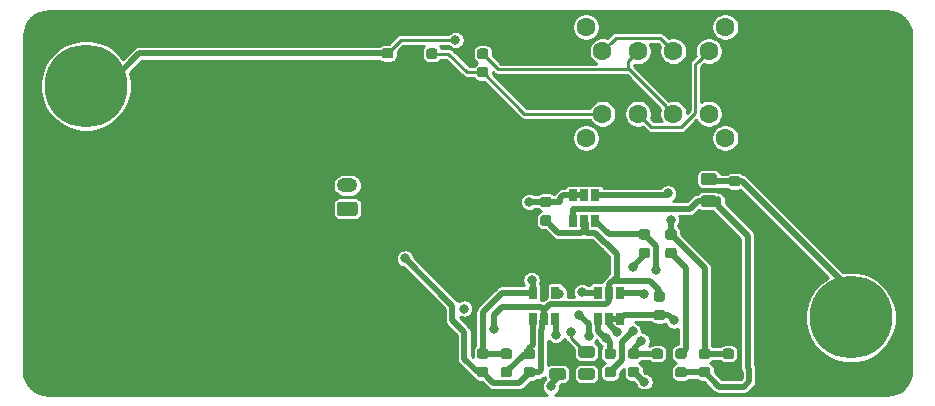
<source format=gtl>
G04 #@! TF.GenerationSoftware,KiCad,Pcbnew,(5.1.0)-1*
G04 #@! TF.CreationDate,2019-05-21T21:29:46+02:00*
G04 #@! TF.ProjectId,currentscaler,63757272-656e-4747-9363-616c65722e6b,rev?*
G04 #@! TF.SameCoordinates,Original*
G04 #@! TF.FileFunction,Copper,L1,Top*
G04 #@! TF.FilePolarity,Positive*
%FSLAX46Y46*%
G04 Gerber Fmt 4.6, Leading zero omitted, Abs format (unit mm)*
G04 Created by KiCad (PCBNEW (5.1.0)-1) date 2019-05-21 21:29:46*
%MOMM*%
%LPD*%
G04 APERTURE LIST*
%ADD10O,1.750000X1.200000*%
%ADD11C,0.100000*%
%ADD12C,1.200000*%
%ADD13C,0.975000*%
%ADD14C,1.600000*%
%ADD15C,7.000000*%
%ADD16C,0.875000*%
%ADD17R,0.650000X1.060000*%
%ADD18C,0.800000*%
%ADD19C,0.500000*%
%ADD20C,0.250000*%
%ADD21C,0.254000*%
G04 APERTURE END LIST*
D10*
X125600000Y-107800000D03*
D11*
G36*
X126249505Y-109201204D02*
G01*
X126273773Y-109204804D01*
X126297572Y-109210765D01*
X126320671Y-109219030D01*
X126342850Y-109229520D01*
X126363893Y-109242132D01*
X126383599Y-109256747D01*
X126401777Y-109273223D01*
X126418253Y-109291401D01*
X126432868Y-109311107D01*
X126445480Y-109332150D01*
X126455970Y-109354329D01*
X126464235Y-109377428D01*
X126470196Y-109401227D01*
X126473796Y-109425495D01*
X126475000Y-109449999D01*
X126475000Y-110150001D01*
X126473796Y-110174505D01*
X126470196Y-110198773D01*
X126464235Y-110222572D01*
X126455970Y-110245671D01*
X126445480Y-110267850D01*
X126432868Y-110288893D01*
X126418253Y-110308599D01*
X126401777Y-110326777D01*
X126383599Y-110343253D01*
X126363893Y-110357868D01*
X126342850Y-110370480D01*
X126320671Y-110380970D01*
X126297572Y-110389235D01*
X126273773Y-110395196D01*
X126249505Y-110398796D01*
X126225001Y-110400000D01*
X124974999Y-110400000D01*
X124950495Y-110398796D01*
X124926227Y-110395196D01*
X124902428Y-110389235D01*
X124879329Y-110380970D01*
X124857150Y-110370480D01*
X124836107Y-110357868D01*
X124816401Y-110343253D01*
X124798223Y-110326777D01*
X124781747Y-110308599D01*
X124767132Y-110288893D01*
X124754520Y-110267850D01*
X124744030Y-110245671D01*
X124735765Y-110222572D01*
X124729804Y-110198773D01*
X124726204Y-110174505D01*
X124725000Y-110150001D01*
X124725000Y-109449999D01*
X124726204Y-109425495D01*
X124729804Y-109401227D01*
X124735765Y-109377428D01*
X124744030Y-109354329D01*
X124754520Y-109332150D01*
X124767132Y-109311107D01*
X124781747Y-109291401D01*
X124798223Y-109273223D01*
X124816401Y-109256747D01*
X124836107Y-109242132D01*
X124857150Y-109229520D01*
X124879329Y-109219030D01*
X124902428Y-109210765D01*
X124926227Y-109204804D01*
X124950495Y-109201204D01*
X124974999Y-109200000D01*
X126225001Y-109200000D01*
X126249505Y-109201204D01*
X126249505Y-109201204D01*
G37*
D12*
X125600000Y-109800000D03*
D11*
G36*
X156680142Y-108663674D02*
G01*
X156703803Y-108667184D01*
X156727007Y-108672996D01*
X156749529Y-108681054D01*
X156771153Y-108691282D01*
X156791670Y-108703579D01*
X156810883Y-108717829D01*
X156828607Y-108733893D01*
X156844671Y-108751617D01*
X156858921Y-108770830D01*
X156871218Y-108791347D01*
X156881446Y-108812971D01*
X156889504Y-108835493D01*
X156895316Y-108858697D01*
X156898826Y-108882358D01*
X156900000Y-108906250D01*
X156900000Y-109393750D01*
X156898826Y-109417642D01*
X156895316Y-109441303D01*
X156889504Y-109464507D01*
X156881446Y-109487029D01*
X156871218Y-109508653D01*
X156858921Y-109529170D01*
X156844671Y-109548383D01*
X156828607Y-109566107D01*
X156810883Y-109582171D01*
X156791670Y-109596421D01*
X156771153Y-109608718D01*
X156749529Y-109618946D01*
X156727007Y-109627004D01*
X156703803Y-109632816D01*
X156680142Y-109636326D01*
X156656250Y-109637500D01*
X155743750Y-109637500D01*
X155719858Y-109636326D01*
X155696197Y-109632816D01*
X155672993Y-109627004D01*
X155650471Y-109618946D01*
X155628847Y-109608718D01*
X155608330Y-109596421D01*
X155589117Y-109582171D01*
X155571393Y-109566107D01*
X155555329Y-109548383D01*
X155541079Y-109529170D01*
X155528782Y-109508653D01*
X155518554Y-109487029D01*
X155510496Y-109464507D01*
X155504684Y-109441303D01*
X155501174Y-109417642D01*
X155500000Y-109393750D01*
X155500000Y-108906250D01*
X155501174Y-108882358D01*
X155504684Y-108858697D01*
X155510496Y-108835493D01*
X155518554Y-108812971D01*
X155528782Y-108791347D01*
X155541079Y-108770830D01*
X155555329Y-108751617D01*
X155571393Y-108733893D01*
X155589117Y-108717829D01*
X155608330Y-108703579D01*
X155628847Y-108691282D01*
X155650471Y-108681054D01*
X155672993Y-108672996D01*
X155696197Y-108667184D01*
X155719858Y-108663674D01*
X155743750Y-108662500D01*
X156656250Y-108662500D01*
X156680142Y-108663674D01*
X156680142Y-108663674D01*
G37*
D13*
X156200000Y-109150000D03*
D11*
G36*
X156680142Y-106788674D02*
G01*
X156703803Y-106792184D01*
X156727007Y-106797996D01*
X156749529Y-106806054D01*
X156771153Y-106816282D01*
X156791670Y-106828579D01*
X156810883Y-106842829D01*
X156828607Y-106858893D01*
X156844671Y-106876617D01*
X156858921Y-106895830D01*
X156871218Y-106916347D01*
X156881446Y-106937971D01*
X156889504Y-106960493D01*
X156895316Y-106983697D01*
X156898826Y-107007358D01*
X156900000Y-107031250D01*
X156900000Y-107518750D01*
X156898826Y-107542642D01*
X156895316Y-107566303D01*
X156889504Y-107589507D01*
X156881446Y-107612029D01*
X156871218Y-107633653D01*
X156858921Y-107654170D01*
X156844671Y-107673383D01*
X156828607Y-107691107D01*
X156810883Y-107707171D01*
X156791670Y-107721421D01*
X156771153Y-107733718D01*
X156749529Y-107743946D01*
X156727007Y-107752004D01*
X156703803Y-107757816D01*
X156680142Y-107761326D01*
X156656250Y-107762500D01*
X155743750Y-107762500D01*
X155719858Y-107761326D01*
X155696197Y-107757816D01*
X155672993Y-107752004D01*
X155650471Y-107743946D01*
X155628847Y-107733718D01*
X155608330Y-107721421D01*
X155589117Y-107707171D01*
X155571393Y-107691107D01*
X155555329Y-107673383D01*
X155541079Y-107654170D01*
X155528782Y-107633653D01*
X155518554Y-107612029D01*
X155510496Y-107589507D01*
X155504684Y-107566303D01*
X155501174Y-107542642D01*
X155500000Y-107518750D01*
X155500000Y-107031250D01*
X155501174Y-107007358D01*
X155504684Y-106983697D01*
X155510496Y-106960493D01*
X155518554Y-106937971D01*
X155528782Y-106916347D01*
X155541079Y-106895830D01*
X155555329Y-106876617D01*
X155571393Y-106858893D01*
X155589117Y-106842829D01*
X155608330Y-106828579D01*
X155628847Y-106816282D01*
X155650471Y-106806054D01*
X155672993Y-106797996D01*
X155696197Y-106792184D01*
X155719858Y-106788674D01*
X155743750Y-106787500D01*
X156656250Y-106787500D01*
X156680142Y-106788674D01*
X156680142Y-106788674D01*
G37*
D13*
X156200000Y-107275000D03*
D11*
G36*
X146330142Y-121426174D02*
G01*
X146353803Y-121429684D01*
X146377007Y-121435496D01*
X146399529Y-121443554D01*
X146421153Y-121453782D01*
X146441670Y-121466079D01*
X146460883Y-121480329D01*
X146478607Y-121496393D01*
X146494671Y-121514117D01*
X146508921Y-121533330D01*
X146521218Y-121553847D01*
X146531446Y-121575471D01*
X146539504Y-121597993D01*
X146545316Y-121621197D01*
X146548826Y-121644858D01*
X146550000Y-121668750D01*
X146550000Y-122156250D01*
X146548826Y-122180142D01*
X146545316Y-122203803D01*
X146539504Y-122227007D01*
X146531446Y-122249529D01*
X146521218Y-122271153D01*
X146508921Y-122291670D01*
X146494671Y-122310883D01*
X146478607Y-122328607D01*
X146460883Y-122344671D01*
X146441670Y-122358921D01*
X146421153Y-122371218D01*
X146399529Y-122381446D01*
X146377007Y-122389504D01*
X146353803Y-122395316D01*
X146330142Y-122398826D01*
X146306250Y-122400000D01*
X145393750Y-122400000D01*
X145369858Y-122398826D01*
X145346197Y-122395316D01*
X145322993Y-122389504D01*
X145300471Y-122381446D01*
X145278847Y-122371218D01*
X145258330Y-122358921D01*
X145239117Y-122344671D01*
X145221393Y-122328607D01*
X145205329Y-122310883D01*
X145191079Y-122291670D01*
X145178782Y-122271153D01*
X145168554Y-122249529D01*
X145160496Y-122227007D01*
X145154684Y-122203803D01*
X145151174Y-122180142D01*
X145150000Y-122156250D01*
X145150000Y-121668750D01*
X145151174Y-121644858D01*
X145154684Y-121621197D01*
X145160496Y-121597993D01*
X145168554Y-121575471D01*
X145178782Y-121553847D01*
X145191079Y-121533330D01*
X145205329Y-121514117D01*
X145221393Y-121496393D01*
X145239117Y-121480329D01*
X145258330Y-121466079D01*
X145278847Y-121453782D01*
X145300471Y-121443554D01*
X145322993Y-121435496D01*
X145346197Y-121429684D01*
X145369858Y-121426174D01*
X145393750Y-121425000D01*
X146306250Y-121425000D01*
X146330142Y-121426174D01*
X146330142Y-121426174D01*
G37*
D13*
X145850000Y-121912500D03*
D11*
G36*
X146330142Y-123301174D02*
G01*
X146353803Y-123304684D01*
X146377007Y-123310496D01*
X146399529Y-123318554D01*
X146421153Y-123328782D01*
X146441670Y-123341079D01*
X146460883Y-123355329D01*
X146478607Y-123371393D01*
X146494671Y-123389117D01*
X146508921Y-123408330D01*
X146521218Y-123428847D01*
X146531446Y-123450471D01*
X146539504Y-123472993D01*
X146545316Y-123496197D01*
X146548826Y-123519858D01*
X146550000Y-123543750D01*
X146550000Y-124031250D01*
X146548826Y-124055142D01*
X146545316Y-124078803D01*
X146539504Y-124102007D01*
X146531446Y-124124529D01*
X146521218Y-124146153D01*
X146508921Y-124166670D01*
X146494671Y-124185883D01*
X146478607Y-124203607D01*
X146460883Y-124219671D01*
X146441670Y-124233921D01*
X146421153Y-124246218D01*
X146399529Y-124256446D01*
X146377007Y-124264504D01*
X146353803Y-124270316D01*
X146330142Y-124273826D01*
X146306250Y-124275000D01*
X145393750Y-124275000D01*
X145369858Y-124273826D01*
X145346197Y-124270316D01*
X145322993Y-124264504D01*
X145300471Y-124256446D01*
X145278847Y-124246218D01*
X145258330Y-124233921D01*
X145239117Y-124219671D01*
X145221393Y-124203607D01*
X145205329Y-124185883D01*
X145191079Y-124166670D01*
X145178782Y-124146153D01*
X145168554Y-124124529D01*
X145160496Y-124102007D01*
X145154684Y-124078803D01*
X145151174Y-124055142D01*
X145150000Y-124031250D01*
X145150000Y-123543750D01*
X145151174Y-123519858D01*
X145154684Y-123496197D01*
X145160496Y-123472993D01*
X145168554Y-123450471D01*
X145178782Y-123428847D01*
X145191079Y-123408330D01*
X145205329Y-123389117D01*
X145221393Y-123371393D01*
X145239117Y-123355329D01*
X145258330Y-123341079D01*
X145278847Y-123328782D01*
X145300471Y-123318554D01*
X145322993Y-123310496D01*
X145346197Y-123304684D01*
X145369858Y-123301174D01*
X145393750Y-123300000D01*
X146306250Y-123300000D01*
X146330142Y-123301174D01*
X146330142Y-123301174D01*
G37*
D13*
X145850000Y-123787500D03*
D11*
G36*
X143880142Y-123301174D02*
G01*
X143903803Y-123304684D01*
X143927007Y-123310496D01*
X143949529Y-123318554D01*
X143971153Y-123328782D01*
X143991670Y-123341079D01*
X144010883Y-123355329D01*
X144028607Y-123371393D01*
X144044671Y-123389117D01*
X144058921Y-123408330D01*
X144071218Y-123428847D01*
X144081446Y-123450471D01*
X144089504Y-123472993D01*
X144095316Y-123496197D01*
X144098826Y-123519858D01*
X144100000Y-123543750D01*
X144100000Y-124031250D01*
X144098826Y-124055142D01*
X144095316Y-124078803D01*
X144089504Y-124102007D01*
X144081446Y-124124529D01*
X144071218Y-124146153D01*
X144058921Y-124166670D01*
X144044671Y-124185883D01*
X144028607Y-124203607D01*
X144010883Y-124219671D01*
X143991670Y-124233921D01*
X143971153Y-124246218D01*
X143949529Y-124256446D01*
X143927007Y-124264504D01*
X143903803Y-124270316D01*
X143880142Y-124273826D01*
X143856250Y-124275000D01*
X142943750Y-124275000D01*
X142919858Y-124273826D01*
X142896197Y-124270316D01*
X142872993Y-124264504D01*
X142850471Y-124256446D01*
X142828847Y-124246218D01*
X142808330Y-124233921D01*
X142789117Y-124219671D01*
X142771393Y-124203607D01*
X142755329Y-124185883D01*
X142741079Y-124166670D01*
X142728782Y-124146153D01*
X142718554Y-124124529D01*
X142710496Y-124102007D01*
X142704684Y-124078803D01*
X142701174Y-124055142D01*
X142700000Y-124031250D01*
X142700000Y-123543750D01*
X142701174Y-123519858D01*
X142704684Y-123496197D01*
X142710496Y-123472993D01*
X142718554Y-123450471D01*
X142728782Y-123428847D01*
X142741079Y-123408330D01*
X142755329Y-123389117D01*
X142771393Y-123371393D01*
X142789117Y-123355329D01*
X142808330Y-123341079D01*
X142828847Y-123328782D01*
X142850471Y-123318554D01*
X142872993Y-123310496D01*
X142896197Y-123304684D01*
X142919858Y-123301174D01*
X142943750Y-123300000D01*
X143856250Y-123300000D01*
X143880142Y-123301174D01*
X143880142Y-123301174D01*
G37*
D13*
X143400000Y-123787500D03*
D11*
G36*
X143880142Y-121426174D02*
G01*
X143903803Y-121429684D01*
X143927007Y-121435496D01*
X143949529Y-121443554D01*
X143971153Y-121453782D01*
X143991670Y-121466079D01*
X144010883Y-121480329D01*
X144028607Y-121496393D01*
X144044671Y-121514117D01*
X144058921Y-121533330D01*
X144071218Y-121553847D01*
X144081446Y-121575471D01*
X144089504Y-121597993D01*
X144095316Y-121621197D01*
X144098826Y-121644858D01*
X144100000Y-121668750D01*
X144100000Y-122156250D01*
X144098826Y-122180142D01*
X144095316Y-122203803D01*
X144089504Y-122227007D01*
X144081446Y-122249529D01*
X144071218Y-122271153D01*
X144058921Y-122291670D01*
X144044671Y-122310883D01*
X144028607Y-122328607D01*
X144010883Y-122344671D01*
X143991670Y-122358921D01*
X143971153Y-122371218D01*
X143949529Y-122381446D01*
X143927007Y-122389504D01*
X143903803Y-122395316D01*
X143880142Y-122398826D01*
X143856250Y-122400000D01*
X142943750Y-122400000D01*
X142919858Y-122398826D01*
X142896197Y-122395316D01*
X142872993Y-122389504D01*
X142850471Y-122381446D01*
X142828847Y-122371218D01*
X142808330Y-122358921D01*
X142789117Y-122344671D01*
X142771393Y-122328607D01*
X142755329Y-122310883D01*
X142741079Y-122291670D01*
X142728782Y-122271153D01*
X142718554Y-122249529D01*
X142710496Y-122227007D01*
X142704684Y-122203803D01*
X142701174Y-122180142D01*
X142700000Y-122156250D01*
X142700000Y-121668750D01*
X142701174Y-121644858D01*
X142704684Y-121621197D01*
X142710496Y-121597993D01*
X142718554Y-121575471D01*
X142728782Y-121553847D01*
X142741079Y-121533330D01*
X142755329Y-121514117D01*
X142771393Y-121496393D01*
X142789117Y-121480329D01*
X142808330Y-121466079D01*
X142828847Y-121453782D01*
X142850471Y-121443554D01*
X142872993Y-121435496D01*
X142896197Y-121429684D01*
X142919858Y-121426174D01*
X142943750Y-121425000D01*
X143856250Y-121425000D01*
X143880142Y-121426174D01*
X143880142Y-121426174D01*
G37*
D13*
X143400000Y-121912500D03*
D14*
X156200000Y-101750000D03*
X153200000Y-101750000D03*
X150200000Y-101750000D03*
X147200000Y-101750000D03*
X156200000Y-96450000D03*
X150200000Y-96450000D03*
X147200000Y-96450000D03*
X153200000Y-96450000D03*
X145800000Y-94400000D03*
X157600000Y-94400000D03*
X157600000Y-103800000D03*
X145800000Y-103800000D03*
D15*
X168230000Y-119000000D03*
X168230000Y-99500000D03*
X103460000Y-99390000D03*
X103460000Y-118890000D03*
D11*
G36*
X150127691Y-123188553D02*
G01*
X150148926Y-123191703D01*
X150169750Y-123196919D01*
X150189962Y-123204151D01*
X150209368Y-123213330D01*
X150227781Y-123224366D01*
X150245024Y-123237154D01*
X150260930Y-123251570D01*
X150275346Y-123267476D01*
X150288134Y-123284719D01*
X150299170Y-123303132D01*
X150308349Y-123322538D01*
X150315581Y-123342750D01*
X150320797Y-123363574D01*
X150323947Y-123384809D01*
X150325000Y-123406250D01*
X150325000Y-123843750D01*
X150323947Y-123865191D01*
X150320797Y-123886426D01*
X150315581Y-123907250D01*
X150308349Y-123927462D01*
X150299170Y-123946868D01*
X150288134Y-123965281D01*
X150275346Y-123982524D01*
X150260930Y-123998430D01*
X150245024Y-124012846D01*
X150227781Y-124025634D01*
X150209368Y-124036670D01*
X150189962Y-124045849D01*
X150169750Y-124053081D01*
X150148926Y-124058297D01*
X150127691Y-124061447D01*
X150106250Y-124062500D01*
X149593750Y-124062500D01*
X149572309Y-124061447D01*
X149551074Y-124058297D01*
X149530250Y-124053081D01*
X149510038Y-124045849D01*
X149490632Y-124036670D01*
X149472219Y-124025634D01*
X149454976Y-124012846D01*
X149439070Y-123998430D01*
X149424654Y-123982524D01*
X149411866Y-123965281D01*
X149400830Y-123946868D01*
X149391651Y-123927462D01*
X149384419Y-123907250D01*
X149379203Y-123886426D01*
X149376053Y-123865191D01*
X149375000Y-123843750D01*
X149375000Y-123406250D01*
X149376053Y-123384809D01*
X149379203Y-123363574D01*
X149384419Y-123342750D01*
X149391651Y-123322538D01*
X149400830Y-123303132D01*
X149411866Y-123284719D01*
X149424654Y-123267476D01*
X149439070Y-123251570D01*
X149454976Y-123237154D01*
X149472219Y-123224366D01*
X149490632Y-123213330D01*
X149510038Y-123204151D01*
X149530250Y-123196919D01*
X149551074Y-123191703D01*
X149572309Y-123188553D01*
X149593750Y-123187500D01*
X150106250Y-123187500D01*
X150127691Y-123188553D01*
X150127691Y-123188553D01*
G37*
D16*
X149850000Y-123625000D03*
D11*
G36*
X150127691Y-121613553D02*
G01*
X150148926Y-121616703D01*
X150169750Y-121621919D01*
X150189962Y-121629151D01*
X150209368Y-121638330D01*
X150227781Y-121649366D01*
X150245024Y-121662154D01*
X150260930Y-121676570D01*
X150275346Y-121692476D01*
X150288134Y-121709719D01*
X150299170Y-121728132D01*
X150308349Y-121747538D01*
X150315581Y-121767750D01*
X150320797Y-121788574D01*
X150323947Y-121809809D01*
X150325000Y-121831250D01*
X150325000Y-122268750D01*
X150323947Y-122290191D01*
X150320797Y-122311426D01*
X150315581Y-122332250D01*
X150308349Y-122352462D01*
X150299170Y-122371868D01*
X150288134Y-122390281D01*
X150275346Y-122407524D01*
X150260930Y-122423430D01*
X150245024Y-122437846D01*
X150227781Y-122450634D01*
X150209368Y-122461670D01*
X150189962Y-122470849D01*
X150169750Y-122478081D01*
X150148926Y-122483297D01*
X150127691Y-122486447D01*
X150106250Y-122487500D01*
X149593750Y-122487500D01*
X149572309Y-122486447D01*
X149551074Y-122483297D01*
X149530250Y-122478081D01*
X149510038Y-122470849D01*
X149490632Y-122461670D01*
X149472219Y-122450634D01*
X149454976Y-122437846D01*
X149439070Y-122423430D01*
X149424654Y-122407524D01*
X149411866Y-122390281D01*
X149400830Y-122371868D01*
X149391651Y-122352462D01*
X149384419Y-122332250D01*
X149379203Y-122311426D01*
X149376053Y-122290191D01*
X149375000Y-122268750D01*
X149375000Y-121831250D01*
X149376053Y-121809809D01*
X149379203Y-121788574D01*
X149384419Y-121767750D01*
X149391651Y-121747538D01*
X149400830Y-121728132D01*
X149411866Y-121709719D01*
X149424654Y-121692476D01*
X149439070Y-121676570D01*
X149454976Y-121662154D01*
X149472219Y-121649366D01*
X149490632Y-121638330D01*
X149510038Y-121629151D01*
X149530250Y-121621919D01*
X149551074Y-121616703D01*
X149572309Y-121613553D01*
X149593750Y-121612500D01*
X150106250Y-121612500D01*
X150127691Y-121613553D01*
X150127691Y-121613553D01*
G37*
D16*
X149850000Y-122050000D03*
D17*
X141300000Y-119100000D03*
X142250000Y-119100000D03*
X143200000Y-119100000D03*
X143200000Y-116900000D03*
X141300000Y-116900000D03*
X147750000Y-119100000D03*
X148700000Y-119100000D03*
X146800000Y-119100000D03*
X146800000Y-116900000D03*
X147750000Y-116900000D03*
X148700000Y-116900000D03*
X144700000Y-110850000D03*
X145650000Y-110850000D03*
X146600000Y-110850000D03*
X146600000Y-108650000D03*
X144700000Y-108650000D03*
X145650000Y-108650000D03*
D11*
G36*
X148127691Y-123201053D02*
G01*
X148148926Y-123204203D01*
X148169750Y-123209419D01*
X148189962Y-123216651D01*
X148209368Y-123225830D01*
X148227781Y-123236866D01*
X148245024Y-123249654D01*
X148260930Y-123264070D01*
X148275346Y-123279976D01*
X148288134Y-123297219D01*
X148299170Y-123315632D01*
X148308349Y-123335038D01*
X148315581Y-123355250D01*
X148320797Y-123376074D01*
X148323947Y-123397309D01*
X148325000Y-123418750D01*
X148325000Y-123856250D01*
X148323947Y-123877691D01*
X148320797Y-123898926D01*
X148315581Y-123919750D01*
X148308349Y-123939962D01*
X148299170Y-123959368D01*
X148288134Y-123977781D01*
X148275346Y-123995024D01*
X148260930Y-124010930D01*
X148245024Y-124025346D01*
X148227781Y-124038134D01*
X148209368Y-124049170D01*
X148189962Y-124058349D01*
X148169750Y-124065581D01*
X148148926Y-124070797D01*
X148127691Y-124073947D01*
X148106250Y-124075000D01*
X147593750Y-124075000D01*
X147572309Y-124073947D01*
X147551074Y-124070797D01*
X147530250Y-124065581D01*
X147510038Y-124058349D01*
X147490632Y-124049170D01*
X147472219Y-124038134D01*
X147454976Y-124025346D01*
X147439070Y-124010930D01*
X147424654Y-123995024D01*
X147411866Y-123977781D01*
X147400830Y-123959368D01*
X147391651Y-123939962D01*
X147384419Y-123919750D01*
X147379203Y-123898926D01*
X147376053Y-123877691D01*
X147375000Y-123856250D01*
X147375000Y-123418750D01*
X147376053Y-123397309D01*
X147379203Y-123376074D01*
X147384419Y-123355250D01*
X147391651Y-123335038D01*
X147400830Y-123315632D01*
X147411866Y-123297219D01*
X147424654Y-123279976D01*
X147439070Y-123264070D01*
X147454976Y-123249654D01*
X147472219Y-123236866D01*
X147490632Y-123225830D01*
X147510038Y-123216651D01*
X147530250Y-123209419D01*
X147551074Y-123204203D01*
X147572309Y-123201053D01*
X147593750Y-123200000D01*
X148106250Y-123200000D01*
X148127691Y-123201053D01*
X148127691Y-123201053D01*
G37*
D16*
X147850000Y-123637500D03*
D11*
G36*
X148127691Y-121626053D02*
G01*
X148148926Y-121629203D01*
X148169750Y-121634419D01*
X148189962Y-121641651D01*
X148209368Y-121650830D01*
X148227781Y-121661866D01*
X148245024Y-121674654D01*
X148260930Y-121689070D01*
X148275346Y-121704976D01*
X148288134Y-121722219D01*
X148299170Y-121740632D01*
X148308349Y-121760038D01*
X148315581Y-121780250D01*
X148320797Y-121801074D01*
X148323947Y-121822309D01*
X148325000Y-121843750D01*
X148325000Y-122281250D01*
X148323947Y-122302691D01*
X148320797Y-122323926D01*
X148315581Y-122344750D01*
X148308349Y-122364962D01*
X148299170Y-122384368D01*
X148288134Y-122402781D01*
X148275346Y-122420024D01*
X148260930Y-122435930D01*
X148245024Y-122450346D01*
X148227781Y-122463134D01*
X148209368Y-122474170D01*
X148189962Y-122483349D01*
X148169750Y-122490581D01*
X148148926Y-122495797D01*
X148127691Y-122498947D01*
X148106250Y-122500000D01*
X147593750Y-122500000D01*
X147572309Y-122498947D01*
X147551074Y-122495797D01*
X147530250Y-122490581D01*
X147510038Y-122483349D01*
X147490632Y-122474170D01*
X147472219Y-122463134D01*
X147454976Y-122450346D01*
X147439070Y-122435930D01*
X147424654Y-122420024D01*
X147411866Y-122402781D01*
X147400830Y-122384368D01*
X147391651Y-122364962D01*
X147384419Y-122344750D01*
X147379203Y-122323926D01*
X147376053Y-122302691D01*
X147375000Y-122281250D01*
X147375000Y-121843750D01*
X147376053Y-121822309D01*
X147379203Y-121801074D01*
X147384419Y-121780250D01*
X147391651Y-121760038D01*
X147400830Y-121740632D01*
X147411866Y-121722219D01*
X147424654Y-121704976D01*
X147439070Y-121689070D01*
X147454976Y-121674654D01*
X147472219Y-121661866D01*
X147490632Y-121650830D01*
X147510038Y-121641651D01*
X147530250Y-121634419D01*
X147551074Y-121629203D01*
X147572309Y-121626053D01*
X147593750Y-121625000D01*
X148106250Y-121625000D01*
X148127691Y-121626053D01*
X148127691Y-121626053D01*
G37*
D16*
X147850000Y-122062500D03*
D11*
G36*
X151027691Y-111526053D02*
G01*
X151048926Y-111529203D01*
X151069750Y-111534419D01*
X151089962Y-111541651D01*
X151109368Y-111550830D01*
X151127781Y-111561866D01*
X151145024Y-111574654D01*
X151160930Y-111589070D01*
X151175346Y-111604976D01*
X151188134Y-111622219D01*
X151199170Y-111640632D01*
X151208349Y-111660038D01*
X151215581Y-111680250D01*
X151220797Y-111701074D01*
X151223947Y-111722309D01*
X151225000Y-111743750D01*
X151225000Y-112181250D01*
X151223947Y-112202691D01*
X151220797Y-112223926D01*
X151215581Y-112244750D01*
X151208349Y-112264962D01*
X151199170Y-112284368D01*
X151188134Y-112302781D01*
X151175346Y-112320024D01*
X151160930Y-112335930D01*
X151145024Y-112350346D01*
X151127781Y-112363134D01*
X151109368Y-112374170D01*
X151089962Y-112383349D01*
X151069750Y-112390581D01*
X151048926Y-112395797D01*
X151027691Y-112398947D01*
X151006250Y-112400000D01*
X150493750Y-112400000D01*
X150472309Y-112398947D01*
X150451074Y-112395797D01*
X150430250Y-112390581D01*
X150410038Y-112383349D01*
X150390632Y-112374170D01*
X150372219Y-112363134D01*
X150354976Y-112350346D01*
X150339070Y-112335930D01*
X150324654Y-112320024D01*
X150311866Y-112302781D01*
X150300830Y-112284368D01*
X150291651Y-112264962D01*
X150284419Y-112244750D01*
X150279203Y-112223926D01*
X150276053Y-112202691D01*
X150275000Y-112181250D01*
X150275000Y-111743750D01*
X150276053Y-111722309D01*
X150279203Y-111701074D01*
X150284419Y-111680250D01*
X150291651Y-111660038D01*
X150300830Y-111640632D01*
X150311866Y-111622219D01*
X150324654Y-111604976D01*
X150339070Y-111589070D01*
X150354976Y-111574654D01*
X150372219Y-111561866D01*
X150390632Y-111550830D01*
X150410038Y-111541651D01*
X150430250Y-111534419D01*
X150451074Y-111529203D01*
X150472309Y-111526053D01*
X150493750Y-111525000D01*
X151006250Y-111525000D01*
X151027691Y-111526053D01*
X151027691Y-111526053D01*
G37*
D16*
X150750000Y-111962500D03*
D11*
G36*
X151027691Y-113101053D02*
G01*
X151048926Y-113104203D01*
X151069750Y-113109419D01*
X151089962Y-113116651D01*
X151109368Y-113125830D01*
X151127781Y-113136866D01*
X151145024Y-113149654D01*
X151160930Y-113164070D01*
X151175346Y-113179976D01*
X151188134Y-113197219D01*
X151199170Y-113215632D01*
X151208349Y-113235038D01*
X151215581Y-113255250D01*
X151220797Y-113276074D01*
X151223947Y-113297309D01*
X151225000Y-113318750D01*
X151225000Y-113756250D01*
X151223947Y-113777691D01*
X151220797Y-113798926D01*
X151215581Y-113819750D01*
X151208349Y-113839962D01*
X151199170Y-113859368D01*
X151188134Y-113877781D01*
X151175346Y-113895024D01*
X151160930Y-113910930D01*
X151145024Y-113925346D01*
X151127781Y-113938134D01*
X151109368Y-113949170D01*
X151089962Y-113958349D01*
X151069750Y-113965581D01*
X151048926Y-113970797D01*
X151027691Y-113973947D01*
X151006250Y-113975000D01*
X150493750Y-113975000D01*
X150472309Y-113973947D01*
X150451074Y-113970797D01*
X150430250Y-113965581D01*
X150410038Y-113958349D01*
X150390632Y-113949170D01*
X150372219Y-113938134D01*
X150354976Y-113925346D01*
X150339070Y-113910930D01*
X150324654Y-113895024D01*
X150311866Y-113877781D01*
X150300830Y-113859368D01*
X150291651Y-113839962D01*
X150284419Y-113819750D01*
X150279203Y-113798926D01*
X150276053Y-113777691D01*
X150275000Y-113756250D01*
X150275000Y-113318750D01*
X150276053Y-113297309D01*
X150279203Y-113276074D01*
X150284419Y-113255250D01*
X150291651Y-113235038D01*
X150300830Y-113215632D01*
X150311866Y-113197219D01*
X150324654Y-113179976D01*
X150339070Y-113164070D01*
X150354976Y-113149654D01*
X150372219Y-113136866D01*
X150390632Y-113125830D01*
X150410038Y-113116651D01*
X150430250Y-113109419D01*
X150451074Y-113104203D01*
X150472309Y-113101053D01*
X150493750Y-113100000D01*
X151006250Y-113100000D01*
X151027691Y-113101053D01*
X151027691Y-113101053D01*
G37*
D16*
X150750000Y-113537500D03*
D11*
G36*
X133027691Y-97801053D02*
G01*
X133048926Y-97804203D01*
X133069750Y-97809419D01*
X133089962Y-97816651D01*
X133109368Y-97825830D01*
X133127781Y-97836866D01*
X133145024Y-97849654D01*
X133160930Y-97864070D01*
X133175346Y-97879976D01*
X133188134Y-97897219D01*
X133199170Y-97915632D01*
X133208349Y-97935038D01*
X133215581Y-97955250D01*
X133220797Y-97976074D01*
X133223947Y-97997309D01*
X133225000Y-98018750D01*
X133225000Y-98456250D01*
X133223947Y-98477691D01*
X133220797Y-98498926D01*
X133215581Y-98519750D01*
X133208349Y-98539962D01*
X133199170Y-98559368D01*
X133188134Y-98577781D01*
X133175346Y-98595024D01*
X133160930Y-98610930D01*
X133145024Y-98625346D01*
X133127781Y-98638134D01*
X133109368Y-98649170D01*
X133089962Y-98658349D01*
X133069750Y-98665581D01*
X133048926Y-98670797D01*
X133027691Y-98673947D01*
X133006250Y-98675000D01*
X132493750Y-98675000D01*
X132472309Y-98673947D01*
X132451074Y-98670797D01*
X132430250Y-98665581D01*
X132410038Y-98658349D01*
X132390632Y-98649170D01*
X132372219Y-98638134D01*
X132354976Y-98625346D01*
X132339070Y-98610930D01*
X132324654Y-98595024D01*
X132311866Y-98577781D01*
X132300830Y-98559368D01*
X132291651Y-98539962D01*
X132284419Y-98519750D01*
X132279203Y-98498926D01*
X132276053Y-98477691D01*
X132275000Y-98456250D01*
X132275000Y-98018750D01*
X132276053Y-97997309D01*
X132279203Y-97976074D01*
X132284419Y-97955250D01*
X132291651Y-97935038D01*
X132300830Y-97915632D01*
X132311866Y-97897219D01*
X132324654Y-97879976D01*
X132339070Y-97864070D01*
X132354976Y-97849654D01*
X132372219Y-97836866D01*
X132390632Y-97825830D01*
X132410038Y-97816651D01*
X132430250Y-97809419D01*
X132451074Y-97804203D01*
X132472309Y-97801053D01*
X132493750Y-97800000D01*
X133006250Y-97800000D01*
X133027691Y-97801053D01*
X133027691Y-97801053D01*
G37*
D16*
X132750000Y-98237500D03*
D11*
G36*
X133027691Y-96226053D02*
G01*
X133048926Y-96229203D01*
X133069750Y-96234419D01*
X133089962Y-96241651D01*
X133109368Y-96250830D01*
X133127781Y-96261866D01*
X133145024Y-96274654D01*
X133160930Y-96289070D01*
X133175346Y-96304976D01*
X133188134Y-96322219D01*
X133199170Y-96340632D01*
X133208349Y-96360038D01*
X133215581Y-96380250D01*
X133220797Y-96401074D01*
X133223947Y-96422309D01*
X133225000Y-96443750D01*
X133225000Y-96881250D01*
X133223947Y-96902691D01*
X133220797Y-96923926D01*
X133215581Y-96944750D01*
X133208349Y-96964962D01*
X133199170Y-96984368D01*
X133188134Y-97002781D01*
X133175346Y-97020024D01*
X133160930Y-97035930D01*
X133145024Y-97050346D01*
X133127781Y-97063134D01*
X133109368Y-97074170D01*
X133089962Y-97083349D01*
X133069750Y-97090581D01*
X133048926Y-97095797D01*
X133027691Y-97098947D01*
X133006250Y-97100000D01*
X132493750Y-97100000D01*
X132472309Y-97098947D01*
X132451074Y-97095797D01*
X132430250Y-97090581D01*
X132410038Y-97083349D01*
X132390632Y-97074170D01*
X132372219Y-97063134D01*
X132354976Y-97050346D01*
X132339070Y-97035930D01*
X132324654Y-97020024D01*
X132311866Y-97002781D01*
X132300830Y-96984368D01*
X132291651Y-96964962D01*
X132284419Y-96944750D01*
X132279203Y-96923926D01*
X132276053Y-96902691D01*
X132275000Y-96881250D01*
X132275000Y-96443750D01*
X132276053Y-96422309D01*
X132279203Y-96401074D01*
X132284419Y-96380250D01*
X132291651Y-96360038D01*
X132300830Y-96340632D01*
X132311866Y-96322219D01*
X132324654Y-96304976D01*
X132339070Y-96289070D01*
X132354976Y-96274654D01*
X132372219Y-96261866D01*
X132390632Y-96250830D01*
X132410038Y-96241651D01*
X132430250Y-96234419D01*
X132451074Y-96229203D01*
X132472309Y-96226053D01*
X132493750Y-96225000D01*
X133006250Y-96225000D01*
X133027691Y-96226053D01*
X133027691Y-96226053D01*
G37*
D16*
X132750000Y-96662500D03*
D11*
G36*
X152127691Y-123201053D02*
G01*
X152148926Y-123204203D01*
X152169750Y-123209419D01*
X152189962Y-123216651D01*
X152209368Y-123225830D01*
X152227781Y-123236866D01*
X152245024Y-123249654D01*
X152260930Y-123264070D01*
X152275346Y-123279976D01*
X152288134Y-123297219D01*
X152299170Y-123315632D01*
X152308349Y-123335038D01*
X152315581Y-123355250D01*
X152320797Y-123376074D01*
X152323947Y-123397309D01*
X152325000Y-123418750D01*
X152325000Y-123856250D01*
X152323947Y-123877691D01*
X152320797Y-123898926D01*
X152315581Y-123919750D01*
X152308349Y-123939962D01*
X152299170Y-123959368D01*
X152288134Y-123977781D01*
X152275346Y-123995024D01*
X152260930Y-124010930D01*
X152245024Y-124025346D01*
X152227781Y-124038134D01*
X152209368Y-124049170D01*
X152189962Y-124058349D01*
X152169750Y-124065581D01*
X152148926Y-124070797D01*
X152127691Y-124073947D01*
X152106250Y-124075000D01*
X151593750Y-124075000D01*
X151572309Y-124073947D01*
X151551074Y-124070797D01*
X151530250Y-124065581D01*
X151510038Y-124058349D01*
X151490632Y-124049170D01*
X151472219Y-124038134D01*
X151454976Y-124025346D01*
X151439070Y-124010930D01*
X151424654Y-123995024D01*
X151411866Y-123977781D01*
X151400830Y-123959368D01*
X151391651Y-123939962D01*
X151384419Y-123919750D01*
X151379203Y-123898926D01*
X151376053Y-123877691D01*
X151375000Y-123856250D01*
X151375000Y-123418750D01*
X151376053Y-123397309D01*
X151379203Y-123376074D01*
X151384419Y-123355250D01*
X151391651Y-123335038D01*
X151400830Y-123315632D01*
X151411866Y-123297219D01*
X151424654Y-123279976D01*
X151439070Y-123264070D01*
X151454976Y-123249654D01*
X151472219Y-123236866D01*
X151490632Y-123225830D01*
X151510038Y-123216651D01*
X151530250Y-123209419D01*
X151551074Y-123204203D01*
X151572309Y-123201053D01*
X151593750Y-123200000D01*
X152106250Y-123200000D01*
X152127691Y-123201053D01*
X152127691Y-123201053D01*
G37*
D16*
X151850000Y-123637500D03*
D11*
G36*
X152127691Y-121626053D02*
G01*
X152148926Y-121629203D01*
X152169750Y-121634419D01*
X152189962Y-121641651D01*
X152209368Y-121650830D01*
X152227781Y-121661866D01*
X152245024Y-121674654D01*
X152260930Y-121689070D01*
X152275346Y-121704976D01*
X152288134Y-121722219D01*
X152299170Y-121740632D01*
X152308349Y-121760038D01*
X152315581Y-121780250D01*
X152320797Y-121801074D01*
X152323947Y-121822309D01*
X152325000Y-121843750D01*
X152325000Y-122281250D01*
X152323947Y-122302691D01*
X152320797Y-122323926D01*
X152315581Y-122344750D01*
X152308349Y-122364962D01*
X152299170Y-122384368D01*
X152288134Y-122402781D01*
X152275346Y-122420024D01*
X152260930Y-122435930D01*
X152245024Y-122450346D01*
X152227781Y-122463134D01*
X152209368Y-122474170D01*
X152189962Y-122483349D01*
X152169750Y-122490581D01*
X152148926Y-122495797D01*
X152127691Y-122498947D01*
X152106250Y-122500000D01*
X151593750Y-122500000D01*
X151572309Y-122498947D01*
X151551074Y-122495797D01*
X151530250Y-122490581D01*
X151510038Y-122483349D01*
X151490632Y-122474170D01*
X151472219Y-122463134D01*
X151454976Y-122450346D01*
X151439070Y-122435930D01*
X151424654Y-122420024D01*
X151411866Y-122402781D01*
X151400830Y-122384368D01*
X151391651Y-122364962D01*
X151384419Y-122344750D01*
X151379203Y-122323926D01*
X151376053Y-122302691D01*
X151375000Y-122281250D01*
X151375000Y-121843750D01*
X151376053Y-121822309D01*
X151379203Y-121801074D01*
X151384419Y-121780250D01*
X151391651Y-121760038D01*
X151400830Y-121740632D01*
X151411866Y-121722219D01*
X151424654Y-121704976D01*
X151439070Y-121689070D01*
X151454976Y-121674654D01*
X151472219Y-121661866D01*
X151490632Y-121650830D01*
X151510038Y-121641651D01*
X151530250Y-121634419D01*
X151551074Y-121629203D01*
X151572309Y-121626053D01*
X151593750Y-121625000D01*
X152106250Y-121625000D01*
X152127691Y-121626053D01*
X152127691Y-121626053D01*
G37*
D16*
X151850000Y-122062500D03*
D11*
G36*
X137327691Y-96226053D02*
G01*
X137348926Y-96229203D01*
X137369750Y-96234419D01*
X137389962Y-96241651D01*
X137409368Y-96250830D01*
X137427781Y-96261866D01*
X137445024Y-96274654D01*
X137460930Y-96289070D01*
X137475346Y-96304976D01*
X137488134Y-96322219D01*
X137499170Y-96340632D01*
X137508349Y-96360038D01*
X137515581Y-96380250D01*
X137520797Y-96401074D01*
X137523947Y-96422309D01*
X137525000Y-96443750D01*
X137525000Y-96881250D01*
X137523947Y-96902691D01*
X137520797Y-96923926D01*
X137515581Y-96944750D01*
X137508349Y-96964962D01*
X137499170Y-96984368D01*
X137488134Y-97002781D01*
X137475346Y-97020024D01*
X137460930Y-97035930D01*
X137445024Y-97050346D01*
X137427781Y-97063134D01*
X137409368Y-97074170D01*
X137389962Y-97083349D01*
X137369750Y-97090581D01*
X137348926Y-97095797D01*
X137327691Y-97098947D01*
X137306250Y-97100000D01*
X136793750Y-97100000D01*
X136772309Y-97098947D01*
X136751074Y-97095797D01*
X136730250Y-97090581D01*
X136710038Y-97083349D01*
X136690632Y-97074170D01*
X136672219Y-97063134D01*
X136654976Y-97050346D01*
X136639070Y-97035930D01*
X136624654Y-97020024D01*
X136611866Y-97002781D01*
X136600830Y-96984368D01*
X136591651Y-96964962D01*
X136584419Y-96944750D01*
X136579203Y-96923926D01*
X136576053Y-96902691D01*
X136575000Y-96881250D01*
X136575000Y-96443750D01*
X136576053Y-96422309D01*
X136579203Y-96401074D01*
X136584419Y-96380250D01*
X136591651Y-96360038D01*
X136600830Y-96340632D01*
X136611866Y-96322219D01*
X136624654Y-96304976D01*
X136639070Y-96289070D01*
X136654976Y-96274654D01*
X136672219Y-96261866D01*
X136690632Y-96250830D01*
X136710038Y-96241651D01*
X136730250Y-96234419D01*
X136751074Y-96229203D01*
X136772309Y-96226053D01*
X136793750Y-96225000D01*
X137306250Y-96225000D01*
X137327691Y-96226053D01*
X137327691Y-96226053D01*
G37*
D16*
X137050000Y-96662500D03*
D11*
G36*
X137327691Y-97801053D02*
G01*
X137348926Y-97804203D01*
X137369750Y-97809419D01*
X137389962Y-97816651D01*
X137409368Y-97825830D01*
X137427781Y-97836866D01*
X137445024Y-97849654D01*
X137460930Y-97864070D01*
X137475346Y-97879976D01*
X137488134Y-97897219D01*
X137499170Y-97915632D01*
X137508349Y-97935038D01*
X137515581Y-97955250D01*
X137520797Y-97976074D01*
X137523947Y-97997309D01*
X137525000Y-98018750D01*
X137525000Y-98456250D01*
X137523947Y-98477691D01*
X137520797Y-98498926D01*
X137515581Y-98519750D01*
X137508349Y-98539962D01*
X137499170Y-98559368D01*
X137488134Y-98577781D01*
X137475346Y-98595024D01*
X137460930Y-98610930D01*
X137445024Y-98625346D01*
X137427781Y-98638134D01*
X137409368Y-98649170D01*
X137389962Y-98658349D01*
X137369750Y-98665581D01*
X137348926Y-98670797D01*
X137327691Y-98673947D01*
X137306250Y-98675000D01*
X136793750Y-98675000D01*
X136772309Y-98673947D01*
X136751074Y-98670797D01*
X136730250Y-98665581D01*
X136710038Y-98658349D01*
X136690632Y-98649170D01*
X136672219Y-98638134D01*
X136654976Y-98625346D01*
X136639070Y-98610930D01*
X136624654Y-98595024D01*
X136611866Y-98577781D01*
X136600830Y-98559368D01*
X136591651Y-98539962D01*
X136584419Y-98519750D01*
X136579203Y-98498926D01*
X136576053Y-98477691D01*
X136575000Y-98456250D01*
X136575000Y-98018750D01*
X136576053Y-97997309D01*
X136579203Y-97976074D01*
X136584419Y-97955250D01*
X136591651Y-97935038D01*
X136600830Y-97915632D01*
X136611866Y-97897219D01*
X136624654Y-97879976D01*
X136639070Y-97864070D01*
X136654976Y-97849654D01*
X136672219Y-97836866D01*
X136690632Y-97825830D01*
X136710038Y-97816651D01*
X136730250Y-97809419D01*
X136751074Y-97804203D01*
X136772309Y-97801053D01*
X136793750Y-97800000D01*
X137306250Y-97800000D01*
X137327691Y-97801053D01*
X137327691Y-97801053D01*
G37*
D16*
X137050000Y-98237500D03*
D11*
G36*
X154127691Y-123201053D02*
G01*
X154148926Y-123204203D01*
X154169750Y-123209419D01*
X154189962Y-123216651D01*
X154209368Y-123225830D01*
X154227781Y-123236866D01*
X154245024Y-123249654D01*
X154260930Y-123264070D01*
X154275346Y-123279976D01*
X154288134Y-123297219D01*
X154299170Y-123315632D01*
X154308349Y-123335038D01*
X154315581Y-123355250D01*
X154320797Y-123376074D01*
X154323947Y-123397309D01*
X154325000Y-123418750D01*
X154325000Y-123856250D01*
X154323947Y-123877691D01*
X154320797Y-123898926D01*
X154315581Y-123919750D01*
X154308349Y-123939962D01*
X154299170Y-123959368D01*
X154288134Y-123977781D01*
X154275346Y-123995024D01*
X154260930Y-124010930D01*
X154245024Y-124025346D01*
X154227781Y-124038134D01*
X154209368Y-124049170D01*
X154189962Y-124058349D01*
X154169750Y-124065581D01*
X154148926Y-124070797D01*
X154127691Y-124073947D01*
X154106250Y-124075000D01*
X153593750Y-124075000D01*
X153572309Y-124073947D01*
X153551074Y-124070797D01*
X153530250Y-124065581D01*
X153510038Y-124058349D01*
X153490632Y-124049170D01*
X153472219Y-124038134D01*
X153454976Y-124025346D01*
X153439070Y-124010930D01*
X153424654Y-123995024D01*
X153411866Y-123977781D01*
X153400830Y-123959368D01*
X153391651Y-123939962D01*
X153384419Y-123919750D01*
X153379203Y-123898926D01*
X153376053Y-123877691D01*
X153375000Y-123856250D01*
X153375000Y-123418750D01*
X153376053Y-123397309D01*
X153379203Y-123376074D01*
X153384419Y-123355250D01*
X153391651Y-123335038D01*
X153400830Y-123315632D01*
X153411866Y-123297219D01*
X153424654Y-123279976D01*
X153439070Y-123264070D01*
X153454976Y-123249654D01*
X153472219Y-123236866D01*
X153490632Y-123225830D01*
X153510038Y-123216651D01*
X153530250Y-123209419D01*
X153551074Y-123204203D01*
X153572309Y-123201053D01*
X153593750Y-123200000D01*
X154106250Y-123200000D01*
X154127691Y-123201053D01*
X154127691Y-123201053D01*
G37*
D16*
X153850000Y-123637500D03*
D11*
G36*
X154127691Y-121626053D02*
G01*
X154148926Y-121629203D01*
X154169750Y-121634419D01*
X154189962Y-121641651D01*
X154209368Y-121650830D01*
X154227781Y-121661866D01*
X154245024Y-121674654D01*
X154260930Y-121689070D01*
X154275346Y-121704976D01*
X154288134Y-121722219D01*
X154299170Y-121740632D01*
X154308349Y-121760038D01*
X154315581Y-121780250D01*
X154320797Y-121801074D01*
X154323947Y-121822309D01*
X154325000Y-121843750D01*
X154325000Y-122281250D01*
X154323947Y-122302691D01*
X154320797Y-122323926D01*
X154315581Y-122344750D01*
X154308349Y-122364962D01*
X154299170Y-122384368D01*
X154288134Y-122402781D01*
X154275346Y-122420024D01*
X154260930Y-122435930D01*
X154245024Y-122450346D01*
X154227781Y-122463134D01*
X154209368Y-122474170D01*
X154189962Y-122483349D01*
X154169750Y-122490581D01*
X154148926Y-122495797D01*
X154127691Y-122498947D01*
X154106250Y-122500000D01*
X153593750Y-122500000D01*
X153572309Y-122498947D01*
X153551074Y-122495797D01*
X153530250Y-122490581D01*
X153510038Y-122483349D01*
X153490632Y-122474170D01*
X153472219Y-122463134D01*
X153454976Y-122450346D01*
X153439070Y-122435930D01*
X153424654Y-122420024D01*
X153411866Y-122402781D01*
X153400830Y-122384368D01*
X153391651Y-122364962D01*
X153384419Y-122344750D01*
X153379203Y-122323926D01*
X153376053Y-122302691D01*
X153375000Y-122281250D01*
X153375000Y-121843750D01*
X153376053Y-121822309D01*
X153379203Y-121801074D01*
X153384419Y-121780250D01*
X153391651Y-121760038D01*
X153400830Y-121740632D01*
X153411866Y-121722219D01*
X153424654Y-121704976D01*
X153439070Y-121689070D01*
X153454976Y-121674654D01*
X153472219Y-121661866D01*
X153490632Y-121650830D01*
X153510038Y-121641651D01*
X153530250Y-121634419D01*
X153551074Y-121629203D01*
X153572309Y-121626053D01*
X153593750Y-121625000D01*
X154106250Y-121625000D01*
X154127691Y-121626053D01*
X154127691Y-121626053D01*
G37*
D16*
X153850000Y-122062500D03*
D11*
G36*
X141277691Y-123201053D02*
G01*
X141298926Y-123204203D01*
X141319750Y-123209419D01*
X141339962Y-123216651D01*
X141359368Y-123225830D01*
X141377781Y-123236866D01*
X141395024Y-123249654D01*
X141410930Y-123264070D01*
X141425346Y-123279976D01*
X141438134Y-123297219D01*
X141449170Y-123315632D01*
X141458349Y-123335038D01*
X141465581Y-123355250D01*
X141470797Y-123376074D01*
X141473947Y-123397309D01*
X141475000Y-123418750D01*
X141475000Y-123856250D01*
X141473947Y-123877691D01*
X141470797Y-123898926D01*
X141465581Y-123919750D01*
X141458349Y-123939962D01*
X141449170Y-123959368D01*
X141438134Y-123977781D01*
X141425346Y-123995024D01*
X141410930Y-124010930D01*
X141395024Y-124025346D01*
X141377781Y-124038134D01*
X141359368Y-124049170D01*
X141339962Y-124058349D01*
X141319750Y-124065581D01*
X141298926Y-124070797D01*
X141277691Y-124073947D01*
X141256250Y-124075000D01*
X140743750Y-124075000D01*
X140722309Y-124073947D01*
X140701074Y-124070797D01*
X140680250Y-124065581D01*
X140660038Y-124058349D01*
X140640632Y-124049170D01*
X140622219Y-124038134D01*
X140604976Y-124025346D01*
X140589070Y-124010930D01*
X140574654Y-123995024D01*
X140561866Y-123977781D01*
X140550830Y-123959368D01*
X140541651Y-123939962D01*
X140534419Y-123919750D01*
X140529203Y-123898926D01*
X140526053Y-123877691D01*
X140525000Y-123856250D01*
X140525000Y-123418750D01*
X140526053Y-123397309D01*
X140529203Y-123376074D01*
X140534419Y-123355250D01*
X140541651Y-123335038D01*
X140550830Y-123315632D01*
X140561866Y-123297219D01*
X140574654Y-123279976D01*
X140589070Y-123264070D01*
X140604976Y-123249654D01*
X140622219Y-123236866D01*
X140640632Y-123225830D01*
X140660038Y-123216651D01*
X140680250Y-123209419D01*
X140701074Y-123204203D01*
X140722309Y-123201053D01*
X140743750Y-123200000D01*
X141256250Y-123200000D01*
X141277691Y-123201053D01*
X141277691Y-123201053D01*
G37*
D16*
X141000000Y-123637500D03*
D11*
G36*
X141277691Y-121626053D02*
G01*
X141298926Y-121629203D01*
X141319750Y-121634419D01*
X141339962Y-121641651D01*
X141359368Y-121650830D01*
X141377781Y-121661866D01*
X141395024Y-121674654D01*
X141410930Y-121689070D01*
X141425346Y-121704976D01*
X141438134Y-121722219D01*
X141449170Y-121740632D01*
X141458349Y-121760038D01*
X141465581Y-121780250D01*
X141470797Y-121801074D01*
X141473947Y-121822309D01*
X141475000Y-121843750D01*
X141475000Y-122281250D01*
X141473947Y-122302691D01*
X141470797Y-122323926D01*
X141465581Y-122344750D01*
X141458349Y-122364962D01*
X141449170Y-122384368D01*
X141438134Y-122402781D01*
X141425346Y-122420024D01*
X141410930Y-122435930D01*
X141395024Y-122450346D01*
X141377781Y-122463134D01*
X141359368Y-122474170D01*
X141339962Y-122483349D01*
X141319750Y-122490581D01*
X141298926Y-122495797D01*
X141277691Y-122498947D01*
X141256250Y-122500000D01*
X140743750Y-122500000D01*
X140722309Y-122498947D01*
X140701074Y-122495797D01*
X140680250Y-122490581D01*
X140660038Y-122483349D01*
X140640632Y-122474170D01*
X140622219Y-122463134D01*
X140604976Y-122450346D01*
X140589070Y-122435930D01*
X140574654Y-122420024D01*
X140561866Y-122402781D01*
X140550830Y-122384368D01*
X140541651Y-122364962D01*
X140534419Y-122344750D01*
X140529203Y-122323926D01*
X140526053Y-122302691D01*
X140525000Y-122281250D01*
X140525000Y-121843750D01*
X140526053Y-121822309D01*
X140529203Y-121801074D01*
X140534419Y-121780250D01*
X140541651Y-121760038D01*
X140550830Y-121740632D01*
X140561866Y-121722219D01*
X140574654Y-121704976D01*
X140589070Y-121689070D01*
X140604976Y-121674654D01*
X140622219Y-121661866D01*
X140640632Y-121650830D01*
X140660038Y-121641651D01*
X140680250Y-121634419D01*
X140701074Y-121629203D01*
X140722309Y-121626053D01*
X140743750Y-121625000D01*
X141256250Y-121625000D01*
X141277691Y-121626053D01*
X141277691Y-121626053D01*
G37*
D16*
X141000000Y-122062500D03*
D11*
G36*
X139327691Y-123201053D02*
G01*
X139348926Y-123204203D01*
X139369750Y-123209419D01*
X139389962Y-123216651D01*
X139409368Y-123225830D01*
X139427781Y-123236866D01*
X139445024Y-123249654D01*
X139460930Y-123264070D01*
X139475346Y-123279976D01*
X139488134Y-123297219D01*
X139499170Y-123315632D01*
X139508349Y-123335038D01*
X139515581Y-123355250D01*
X139520797Y-123376074D01*
X139523947Y-123397309D01*
X139525000Y-123418750D01*
X139525000Y-123856250D01*
X139523947Y-123877691D01*
X139520797Y-123898926D01*
X139515581Y-123919750D01*
X139508349Y-123939962D01*
X139499170Y-123959368D01*
X139488134Y-123977781D01*
X139475346Y-123995024D01*
X139460930Y-124010930D01*
X139445024Y-124025346D01*
X139427781Y-124038134D01*
X139409368Y-124049170D01*
X139389962Y-124058349D01*
X139369750Y-124065581D01*
X139348926Y-124070797D01*
X139327691Y-124073947D01*
X139306250Y-124075000D01*
X138793750Y-124075000D01*
X138772309Y-124073947D01*
X138751074Y-124070797D01*
X138730250Y-124065581D01*
X138710038Y-124058349D01*
X138690632Y-124049170D01*
X138672219Y-124038134D01*
X138654976Y-124025346D01*
X138639070Y-124010930D01*
X138624654Y-123995024D01*
X138611866Y-123977781D01*
X138600830Y-123959368D01*
X138591651Y-123939962D01*
X138584419Y-123919750D01*
X138579203Y-123898926D01*
X138576053Y-123877691D01*
X138575000Y-123856250D01*
X138575000Y-123418750D01*
X138576053Y-123397309D01*
X138579203Y-123376074D01*
X138584419Y-123355250D01*
X138591651Y-123335038D01*
X138600830Y-123315632D01*
X138611866Y-123297219D01*
X138624654Y-123279976D01*
X138639070Y-123264070D01*
X138654976Y-123249654D01*
X138672219Y-123236866D01*
X138690632Y-123225830D01*
X138710038Y-123216651D01*
X138730250Y-123209419D01*
X138751074Y-123204203D01*
X138772309Y-123201053D01*
X138793750Y-123200000D01*
X139306250Y-123200000D01*
X139327691Y-123201053D01*
X139327691Y-123201053D01*
G37*
D16*
X139050000Y-123637500D03*
D11*
G36*
X139327691Y-121626053D02*
G01*
X139348926Y-121629203D01*
X139369750Y-121634419D01*
X139389962Y-121641651D01*
X139409368Y-121650830D01*
X139427781Y-121661866D01*
X139445024Y-121674654D01*
X139460930Y-121689070D01*
X139475346Y-121704976D01*
X139488134Y-121722219D01*
X139499170Y-121740632D01*
X139508349Y-121760038D01*
X139515581Y-121780250D01*
X139520797Y-121801074D01*
X139523947Y-121822309D01*
X139525000Y-121843750D01*
X139525000Y-122281250D01*
X139523947Y-122302691D01*
X139520797Y-122323926D01*
X139515581Y-122344750D01*
X139508349Y-122364962D01*
X139499170Y-122384368D01*
X139488134Y-122402781D01*
X139475346Y-122420024D01*
X139460930Y-122435930D01*
X139445024Y-122450346D01*
X139427781Y-122463134D01*
X139409368Y-122474170D01*
X139389962Y-122483349D01*
X139369750Y-122490581D01*
X139348926Y-122495797D01*
X139327691Y-122498947D01*
X139306250Y-122500000D01*
X138793750Y-122500000D01*
X138772309Y-122498947D01*
X138751074Y-122495797D01*
X138730250Y-122490581D01*
X138710038Y-122483349D01*
X138690632Y-122474170D01*
X138672219Y-122463134D01*
X138654976Y-122450346D01*
X138639070Y-122435930D01*
X138624654Y-122420024D01*
X138611866Y-122402781D01*
X138600830Y-122384368D01*
X138591651Y-122364962D01*
X138584419Y-122344750D01*
X138579203Y-122323926D01*
X138576053Y-122302691D01*
X138575000Y-122281250D01*
X138575000Y-121843750D01*
X138576053Y-121822309D01*
X138579203Y-121801074D01*
X138584419Y-121780250D01*
X138591651Y-121760038D01*
X138600830Y-121740632D01*
X138611866Y-121722219D01*
X138624654Y-121704976D01*
X138639070Y-121689070D01*
X138654976Y-121674654D01*
X138672219Y-121661866D01*
X138690632Y-121650830D01*
X138710038Y-121641651D01*
X138730250Y-121634419D01*
X138751074Y-121629203D01*
X138772309Y-121626053D01*
X138793750Y-121625000D01*
X139306250Y-121625000D01*
X139327691Y-121626053D01*
X139327691Y-121626053D01*
G37*
D16*
X139050000Y-122062500D03*
D11*
G36*
X129277691Y-96186053D02*
G01*
X129298926Y-96189203D01*
X129319750Y-96194419D01*
X129339962Y-96201651D01*
X129359368Y-96210830D01*
X129377781Y-96221866D01*
X129395024Y-96234654D01*
X129410930Y-96249070D01*
X129425346Y-96264976D01*
X129438134Y-96282219D01*
X129449170Y-96300632D01*
X129458349Y-96320038D01*
X129465581Y-96340250D01*
X129470797Y-96361074D01*
X129473947Y-96382309D01*
X129475000Y-96403750D01*
X129475000Y-96841250D01*
X129473947Y-96862691D01*
X129470797Y-96883926D01*
X129465581Y-96904750D01*
X129458349Y-96924962D01*
X129449170Y-96944368D01*
X129438134Y-96962781D01*
X129425346Y-96980024D01*
X129410930Y-96995930D01*
X129395024Y-97010346D01*
X129377781Y-97023134D01*
X129359368Y-97034170D01*
X129339962Y-97043349D01*
X129319750Y-97050581D01*
X129298926Y-97055797D01*
X129277691Y-97058947D01*
X129256250Y-97060000D01*
X128743750Y-97060000D01*
X128722309Y-97058947D01*
X128701074Y-97055797D01*
X128680250Y-97050581D01*
X128660038Y-97043349D01*
X128640632Y-97034170D01*
X128622219Y-97023134D01*
X128604976Y-97010346D01*
X128589070Y-96995930D01*
X128574654Y-96980024D01*
X128561866Y-96962781D01*
X128550830Y-96944368D01*
X128541651Y-96924962D01*
X128534419Y-96904750D01*
X128529203Y-96883926D01*
X128526053Y-96862691D01*
X128525000Y-96841250D01*
X128525000Y-96403750D01*
X128526053Y-96382309D01*
X128529203Y-96361074D01*
X128534419Y-96340250D01*
X128541651Y-96320038D01*
X128550830Y-96300632D01*
X128561866Y-96282219D01*
X128574654Y-96264976D01*
X128589070Y-96249070D01*
X128604976Y-96234654D01*
X128622219Y-96221866D01*
X128640632Y-96210830D01*
X128660038Y-96201651D01*
X128680250Y-96194419D01*
X128701074Y-96189203D01*
X128722309Y-96186053D01*
X128743750Y-96185000D01*
X129256250Y-96185000D01*
X129277691Y-96186053D01*
X129277691Y-96186053D01*
G37*
D16*
X129000000Y-96622500D03*
D11*
G36*
X129277691Y-97761053D02*
G01*
X129298926Y-97764203D01*
X129319750Y-97769419D01*
X129339962Y-97776651D01*
X129359368Y-97785830D01*
X129377781Y-97796866D01*
X129395024Y-97809654D01*
X129410930Y-97824070D01*
X129425346Y-97839976D01*
X129438134Y-97857219D01*
X129449170Y-97875632D01*
X129458349Y-97895038D01*
X129465581Y-97915250D01*
X129470797Y-97936074D01*
X129473947Y-97957309D01*
X129475000Y-97978750D01*
X129475000Y-98416250D01*
X129473947Y-98437691D01*
X129470797Y-98458926D01*
X129465581Y-98479750D01*
X129458349Y-98499962D01*
X129449170Y-98519368D01*
X129438134Y-98537781D01*
X129425346Y-98555024D01*
X129410930Y-98570930D01*
X129395024Y-98585346D01*
X129377781Y-98598134D01*
X129359368Y-98609170D01*
X129339962Y-98618349D01*
X129319750Y-98625581D01*
X129298926Y-98630797D01*
X129277691Y-98633947D01*
X129256250Y-98635000D01*
X128743750Y-98635000D01*
X128722309Y-98633947D01*
X128701074Y-98630797D01*
X128680250Y-98625581D01*
X128660038Y-98618349D01*
X128640632Y-98609170D01*
X128622219Y-98598134D01*
X128604976Y-98585346D01*
X128589070Y-98570930D01*
X128574654Y-98555024D01*
X128561866Y-98537781D01*
X128550830Y-98519368D01*
X128541651Y-98499962D01*
X128534419Y-98479750D01*
X128529203Y-98458926D01*
X128526053Y-98437691D01*
X128525000Y-98416250D01*
X128525000Y-97978750D01*
X128526053Y-97957309D01*
X128529203Y-97936074D01*
X128534419Y-97915250D01*
X128541651Y-97895038D01*
X128550830Y-97875632D01*
X128561866Y-97857219D01*
X128574654Y-97839976D01*
X128589070Y-97824070D01*
X128604976Y-97809654D01*
X128622219Y-97796866D01*
X128640632Y-97785830D01*
X128660038Y-97776651D01*
X128680250Y-97769419D01*
X128701074Y-97764203D01*
X128722309Y-97761053D01*
X128743750Y-97760000D01*
X129256250Y-97760000D01*
X129277691Y-97761053D01*
X129277691Y-97761053D01*
G37*
D16*
X129000000Y-98197500D03*
D11*
G36*
X153277691Y-113101053D02*
G01*
X153298926Y-113104203D01*
X153319750Y-113109419D01*
X153339962Y-113116651D01*
X153359368Y-113125830D01*
X153377781Y-113136866D01*
X153395024Y-113149654D01*
X153410930Y-113164070D01*
X153425346Y-113179976D01*
X153438134Y-113197219D01*
X153449170Y-113215632D01*
X153458349Y-113235038D01*
X153465581Y-113255250D01*
X153470797Y-113276074D01*
X153473947Y-113297309D01*
X153475000Y-113318750D01*
X153475000Y-113756250D01*
X153473947Y-113777691D01*
X153470797Y-113798926D01*
X153465581Y-113819750D01*
X153458349Y-113839962D01*
X153449170Y-113859368D01*
X153438134Y-113877781D01*
X153425346Y-113895024D01*
X153410930Y-113910930D01*
X153395024Y-113925346D01*
X153377781Y-113938134D01*
X153359368Y-113949170D01*
X153339962Y-113958349D01*
X153319750Y-113965581D01*
X153298926Y-113970797D01*
X153277691Y-113973947D01*
X153256250Y-113975000D01*
X152743750Y-113975000D01*
X152722309Y-113973947D01*
X152701074Y-113970797D01*
X152680250Y-113965581D01*
X152660038Y-113958349D01*
X152640632Y-113949170D01*
X152622219Y-113938134D01*
X152604976Y-113925346D01*
X152589070Y-113910930D01*
X152574654Y-113895024D01*
X152561866Y-113877781D01*
X152550830Y-113859368D01*
X152541651Y-113839962D01*
X152534419Y-113819750D01*
X152529203Y-113798926D01*
X152526053Y-113777691D01*
X152525000Y-113756250D01*
X152525000Y-113318750D01*
X152526053Y-113297309D01*
X152529203Y-113276074D01*
X152534419Y-113255250D01*
X152541651Y-113235038D01*
X152550830Y-113215632D01*
X152561866Y-113197219D01*
X152574654Y-113179976D01*
X152589070Y-113164070D01*
X152604976Y-113149654D01*
X152622219Y-113136866D01*
X152640632Y-113125830D01*
X152660038Y-113116651D01*
X152680250Y-113109419D01*
X152701074Y-113104203D01*
X152722309Y-113101053D01*
X152743750Y-113100000D01*
X153256250Y-113100000D01*
X153277691Y-113101053D01*
X153277691Y-113101053D01*
G37*
D16*
X153000000Y-113537500D03*
D11*
G36*
X153277691Y-111526053D02*
G01*
X153298926Y-111529203D01*
X153319750Y-111534419D01*
X153339962Y-111541651D01*
X153359368Y-111550830D01*
X153377781Y-111561866D01*
X153395024Y-111574654D01*
X153410930Y-111589070D01*
X153425346Y-111604976D01*
X153438134Y-111622219D01*
X153449170Y-111640632D01*
X153458349Y-111660038D01*
X153465581Y-111680250D01*
X153470797Y-111701074D01*
X153473947Y-111722309D01*
X153475000Y-111743750D01*
X153475000Y-112181250D01*
X153473947Y-112202691D01*
X153470797Y-112223926D01*
X153465581Y-112244750D01*
X153458349Y-112264962D01*
X153449170Y-112284368D01*
X153438134Y-112302781D01*
X153425346Y-112320024D01*
X153410930Y-112335930D01*
X153395024Y-112350346D01*
X153377781Y-112363134D01*
X153359368Y-112374170D01*
X153339962Y-112383349D01*
X153319750Y-112390581D01*
X153298926Y-112395797D01*
X153277691Y-112398947D01*
X153256250Y-112400000D01*
X152743750Y-112400000D01*
X152722309Y-112398947D01*
X152701074Y-112395797D01*
X152680250Y-112390581D01*
X152660038Y-112383349D01*
X152640632Y-112374170D01*
X152622219Y-112363134D01*
X152604976Y-112350346D01*
X152589070Y-112335930D01*
X152574654Y-112320024D01*
X152561866Y-112302781D01*
X152550830Y-112284368D01*
X152541651Y-112264962D01*
X152534419Y-112244750D01*
X152529203Y-112223926D01*
X152526053Y-112202691D01*
X152525000Y-112181250D01*
X152525000Y-111743750D01*
X152526053Y-111722309D01*
X152529203Y-111701074D01*
X152534419Y-111680250D01*
X152541651Y-111660038D01*
X152550830Y-111640632D01*
X152561866Y-111622219D01*
X152574654Y-111604976D01*
X152589070Y-111589070D01*
X152604976Y-111574654D01*
X152622219Y-111561866D01*
X152640632Y-111550830D01*
X152660038Y-111541651D01*
X152680250Y-111534419D01*
X152701074Y-111529203D01*
X152722309Y-111526053D01*
X152743750Y-111525000D01*
X153256250Y-111525000D01*
X153277691Y-111526053D01*
X153277691Y-111526053D01*
G37*
D16*
X153000000Y-111962500D03*
D11*
G36*
X158677691Y-108601053D02*
G01*
X158698926Y-108604203D01*
X158719750Y-108609419D01*
X158739962Y-108616651D01*
X158759368Y-108625830D01*
X158777781Y-108636866D01*
X158795024Y-108649654D01*
X158810930Y-108664070D01*
X158825346Y-108679976D01*
X158838134Y-108697219D01*
X158849170Y-108715632D01*
X158858349Y-108735038D01*
X158865581Y-108755250D01*
X158870797Y-108776074D01*
X158873947Y-108797309D01*
X158875000Y-108818750D01*
X158875000Y-109256250D01*
X158873947Y-109277691D01*
X158870797Y-109298926D01*
X158865581Y-109319750D01*
X158858349Y-109339962D01*
X158849170Y-109359368D01*
X158838134Y-109377781D01*
X158825346Y-109395024D01*
X158810930Y-109410930D01*
X158795024Y-109425346D01*
X158777781Y-109438134D01*
X158759368Y-109449170D01*
X158739962Y-109458349D01*
X158719750Y-109465581D01*
X158698926Y-109470797D01*
X158677691Y-109473947D01*
X158656250Y-109475000D01*
X158143750Y-109475000D01*
X158122309Y-109473947D01*
X158101074Y-109470797D01*
X158080250Y-109465581D01*
X158060038Y-109458349D01*
X158040632Y-109449170D01*
X158022219Y-109438134D01*
X158004976Y-109425346D01*
X157989070Y-109410930D01*
X157974654Y-109395024D01*
X157961866Y-109377781D01*
X157950830Y-109359368D01*
X157941651Y-109339962D01*
X157934419Y-109319750D01*
X157929203Y-109298926D01*
X157926053Y-109277691D01*
X157925000Y-109256250D01*
X157925000Y-108818750D01*
X157926053Y-108797309D01*
X157929203Y-108776074D01*
X157934419Y-108755250D01*
X157941651Y-108735038D01*
X157950830Y-108715632D01*
X157961866Y-108697219D01*
X157974654Y-108679976D01*
X157989070Y-108664070D01*
X158004976Y-108649654D01*
X158022219Y-108636866D01*
X158040632Y-108625830D01*
X158060038Y-108616651D01*
X158080250Y-108609419D01*
X158101074Y-108604203D01*
X158122309Y-108601053D01*
X158143750Y-108600000D01*
X158656250Y-108600000D01*
X158677691Y-108601053D01*
X158677691Y-108601053D01*
G37*
D16*
X158400000Y-109037500D03*
D11*
G36*
X158677691Y-107026053D02*
G01*
X158698926Y-107029203D01*
X158719750Y-107034419D01*
X158739962Y-107041651D01*
X158759368Y-107050830D01*
X158777781Y-107061866D01*
X158795024Y-107074654D01*
X158810930Y-107089070D01*
X158825346Y-107104976D01*
X158838134Y-107122219D01*
X158849170Y-107140632D01*
X158858349Y-107160038D01*
X158865581Y-107180250D01*
X158870797Y-107201074D01*
X158873947Y-107222309D01*
X158875000Y-107243750D01*
X158875000Y-107681250D01*
X158873947Y-107702691D01*
X158870797Y-107723926D01*
X158865581Y-107744750D01*
X158858349Y-107764962D01*
X158849170Y-107784368D01*
X158838134Y-107802781D01*
X158825346Y-107820024D01*
X158810930Y-107835930D01*
X158795024Y-107850346D01*
X158777781Y-107863134D01*
X158759368Y-107874170D01*
X158739962Y-107883349D01*
X158719750Y-107890581D01*
X158698926Y-107895797D01*
X158677691Y-107898947D01*
X158656250Y-107900000D01*
X158143750Y-107900000D01*
X158122309Y-107898947D01*
X158101074Y-107895797D01*
X158080250Y-107890581D01*
X158060038Y-107883349D01*
X158040632Y-107874170D01*
X158022219Y-107863134D01*
X158004976Y-107850346D01*
X157989070Y-107835930D01*
X157974654Y-107820024D01*
X157961866Y-107802781D01*
X157950830Y-107784368D01*
X157941651Y-107764962D01*
X157934419Y-107744750D01*
X157929203Y-107723926D01*
X157926053Y-107702691D01*
X157925000Y-107681250D01*
X157925000Y-107243750D01*
X157926053Y-107222309D01*
X157929203Y-107201074D01*
X157934419Y-107180250D01*
X157941651Y-107160038D01*
X157950830Y-107140632D01*
X157961866Y-107122219D01*
X157974654Y-107104976D01*
X157989070Y-107089070D01*
X158004976Y-107074654D01*
X158022219Y-107061866D01*
X158040632Y-107050830D01*
X158060038Y-107041651D01*
X158080250Y-107034419D01*
X158101074Y-107029203D01*
X158122309Y-107026053D01*
X158143750Y-107025000D01*
X158656250Y-107025000D01*
X158677691Y-107026053D01*
X158677691Y-107026053D01*
G37*
D16*
X158400000Y-107462500D03*
D11*
G36*
X158127691Y-121626053D02*
G01*
X158148926Y-121629203D01*
X158169750Y-121634419D01*
X158189962Y-121641651D01*
X158209368Y-121650830D01*
X158227781Y-121661866D01*
X158245024Y-121674654D01*
X158260930Y-121689070D01*
X158275346Y-121704976D01*
X158288134Y-121722219D01*
X158299170Y-121740632D01*
X158308349Y-121760038D01*
X158315581Y-121780250D01*
X158320797Y-121801074D01*
X158323947Y-121822309D01*
X158325000Y-121843750D01*
X158325000Y-122281250D01*
X158323947Y-122302691D01*
X158320797Y-122323926D01*
X158315581Y-122344750D01*
X158308349Y-122364962D01*
X158299170Y-122384368D01*
X158288134Y-122402781D01*
X158275346Y-122420024D01*
X158260930Y-122435930D01*
X158245024Y-122450346D01*
X158227781Y-122463134D01*
X158209368Y-122474170D01*
X158189962Y-122483349D01*
X158169750Y-122490581D01*
X158148926Y-122495797D01*
X158127691Y-122498947D01*
X158106250Y-122500000D01*
X157593750Y-122500000D01*
X157572309Y-122498947D01*
X157551074Y-122495797D01*
X157530250Y-122490581D01*
X157510038Y-122483349D01*
X157490632Y-122474170D01*
X157472219Y-122463134D01*
X157454976Y-122450346D01*
X157439070Y-122435930D01*
X157424654Y-122420024D01*
X157411866Y-122402781D01*
X157400830Y-122384368D01*
X157391651Y-122364962D01*
X157384419Y-122344750D01*
X157379203Y-122323926D01*
X157376053Y-122302691D01*
X157375000Y-122281250D01*
X157375000Y-121843750D01*
X157376053Y-121822309D01*
X157379203Y-121801074D01*
X157384419Y-121780250D01*
X157391651Y-121760038D01*
X157400830Y-121740632D01*
X157411866Y-121722219D01*
X157424654Y-121704976D01*
X157439070Y-121689070D01*
X157454976Y-121674654D01*
X157472219Y-121661866D01*
X157490632Y-121650830D01*
X157510038Y-121641651D01*
X157530250Y-121634419D01*
X157551074Y-121629203D01*
X157572309Y-121626053D01*
X157593750Y-121625000D01*
X158106250Y-121625000D01*
X158127691Y-121626053D01*
X158127691Y-121626053D01*
G37*
D16*
X157850000Y-122062500D03*
D11*
G36*
X158127691Y-123201053D02*
G01*
X158148926Y-123204203D01*
X158169750Y-123209419D01*
X158189962Y-123216651D01*
X158209368Y-123225830D01*
X158227781Y-123236866D01*
X158245024Y-123249654D01*
X158260930Y-123264070D01*
X158275346Y-123279976D01*
X158288134Y-123297219D01*
X158299170Y-123315632D01*
X158308349Y-123335038D01*
X158315581Y-123355250D01*
X158320797Y-123376074D01*
X158323947Y-123397309D01*
X158325000Y-123418750D01*
X158325000Y-123856250D01*
X158323947Y-123877691D01*
X158320797Y-123898926D01*
X158315581Y-123919750D01*
X158308349Y-123939962D01*
X158299170Y-123959368D01*
X158288134Y-123977781D01*
X158275346Y-123995024D01*
X158260930Y-124010930D01*
X158245024Y-124025346D01*
X158227781Y-124038134D01*
X158209368Y-124049170D01*
X158189962Y-124058349D01*
X158169750Y-124065581D01*
X158148926Y-124070797D01*
X158127691Y-124073947D01*
X158106250Y-124075000D01*
X157593750Y-124075000D01*
X157572309Y-124073947D01*
X157551074Y-124070797D01*
X157530250Y-124065581D01*
X157510038Y-124058349D01*
X157490632Y-124049170D01*
X157472219Y-124038134D01*
X157454976Y-124025346D01*
X157439070Y-124010930D01*
X157424654Y-123995024D01*
X157411866Y-123977781D01*
X157400830Y-123959368D01*
X157391651Y-123939962D01*
X157384419Y-123919750D01*
X157379203Y-123898926D01*
X157376053Y-123877691D01*
X157375000Y-123856250D01*
X157375000Y-123418750D01*
X157376053Y-123397309D01*
X157379203Y-123376074D01*
X157384419Y-123355250D01*
X157391651Y-123335038D01*
X157400830Y-123315632D01*
X157411866Y-123297219D01*
X157424654Y-123279976D01*
X157439070Y-123264070D01*
X157454976Y-123249654D01*
X157472219Y-123236866D01*
X157490632Y-123225830D01*
X157510038Y-123216651D01*
X157530250Y-123209419D01*
X157551074Y-123204203D01*
X157572309Y-123201053D01*
X157593750Y-123200000D01*
X158106250Y-123200000D01*
X158127691Y-123201053D01*
X158127691Y-123201053D01*
G37*
D16*
X157850000Y-123637500D03*
D11*
G36*
X152277691Y-118351053D02*
G01*
X152298926Y-118354203D01*
X152319750Y-118359419D01*
X152339962Y-118366651D01*
X152359368Y-118375830D01*
X152377781Y-118386866D01*
X152395024Y-118399654D01*
X152410930Y-118414070D01*
X152425346Y-118429976D01*
X152438134Y-118447219D01*
X152449170Y-118465632D01*
X152458349Y-118485038D01*
X152465581Y-118505250D01*
X152470797Y-118526074D01*
X152473947Y-118547309D01*
X152475000Y-118568750D01*
X152475000Y-119006250D01*
X152473947Y-119027691D01*
X152470797Y-119048926D01*
X152465581Y-119069750D01*
X152458349Y-119089962D01*
X152449170Y-119109368D01*
X152438134Y-119127781D01*
X152425346Y-119145024D01*
X152410930Y-119160930D01*
X152395024Y-119175346D01*
X152377781Y-119188134D01*
X152359368Y-119199170D01*
X152339962Y-119208349D01*
X152319750Y-119215581D01*
X152298926Y-119220797D01*
X152277691Y-119223947D01*
X152256250Y-119225000D01*
X151743750Y-119225000D01*
X151722309Y-119223947D01*
X151701074Y-119220797D01*
X151680250Y-119215581D01*
X151660038Y-119208349D01*
X151640632Y-119199170D01*
X151622219Y-119188134D01*
X151604976Y-119175346D01*
X151589070Y-119160930D01*
X151574654Y-119145024D01*
X151561866Y-119127781D01*
X151550830Y-119109368D01*
X151541651Y-119089962D01*
X151534419Y-119069750D01*
X151529203Y-119048926D01*
X151526053Y-119027691D01*
X151525000Y-119006250D01*
X151525000Y-118568750D01*
X151526053Y-118547309D01*
X151529203Y-118526074D01*
X151534419Y-118505250D01*
X151541651Y-118485038D01*
X151550830Y-118465632D01*
X151561866Y-118447219D01*
X151574654Y-118429976D01*
X151589070Y-118414070D01*
X151604976Y-118399654D01*
X151622219Y-118386866D01*
X151640632Y-118375830D01*
X151660038Y-118366651D01*
X151680250Y-118359419D01*
X151701074Y-118354203D01*
X151722309Y-118351053D01*
X151743750Y-118350000D01*
X152256250Y-118350000D01*
X152277691Y-118351053D01*
X152277691Y-118351053D01*
G37*
D16*
X152000000Y-118787500D03*
D11*
G36*
X152277691Y-116776053D02*
G01*
X152298926Y-116779203D01*
X152319750Y-116784419D01*
X152339962Y-116791651D01*
X152359368Y-116800830D01*
X152377781Y-116811866D01*
X152395024Y-116824654D01*
X152410930Y-116839070D01*
X152425346Y-116854976D01*
X152438134Y-116872219D01*
X152449170Y-116890632D01*
X152458349Y-116910038D01*
X152465581Y-116930250D01*
X152470797Y-116951074D01*
X152473947Y-116972309D01*
X152475000Y-116993750D01*
X152475000Y-117431250D01*
X152473947Y-117452691D01*
X152470797Y-117473926D01*
X152465581Y-117494750D01*
X152458349Y-117514962D01*
X152449170Y-117534368D01*
X152438134Y-117552781D01*
X152425346Y-117570024D01*
X152410930Y-117585930D01*
X152395024Y-117600346D01*
X152377781Y-117613134D01*
X152359368Y-117624170D01*
X152339962Y-117633349D01*
X152319750Y-117640581D01*
X152298926Y-117645797D01*
X152277691Y-117648947D01*
X152256250Y-117650000D01*
X151743750Y-117650000D01*
X151722309Y-117648947D01*
X151701074Y-117645797D01*
X151680250Y-117640581D01*
X151660038Y-117633349D01*
X151640632Y-117624170D01*
X151622219Y-117613134D01*
X151604976Y-117600346D01*
X151589070Y-117585930D01*
X151574654Y-117570024D01*
X151561866Y-117552781D01*
X151550830Y-117534368D01*
X151541651Y-117514962D01*
X151534419Y-117494750D01*
X151529203Y-117473926D01*
X151526053Y-117452691D01*
X151525000Y-117431250D01*
X151525000Y-116993750D01*
X151526053Y-116972309D01*
X151529203Y-116951074D01*
X151534419Y-116930250D01*
X151541651Y-116910038D01*
X151550830Y-116890632D01*
X151561866Y-116872219D01*
X151574654Y-116854976D01*
X151589070Y-116839070D01*
X151604976Y-116824654D01*
X151622219Y-116811866D01*
X151640632Y-116800830D01*
X151660038Y-116791651D01*
X151680250Y-116784419D01*
X151701074Y-116779203D01*
X151722309Y-116776053D01*
X151743750Y-116775000D01*
X152256250Y-116775000D01*
X152277691Y-116776053D01*
X152277691Y-116776053D01*
G37*
D16*
X152000000Y-117212500D03*
D11*
G36*
X156127691Y-121626053D02*
G01*
X156148926Y-121629203D01*
X156169750Y-121634419D01*
X156189962Y-121641651D01*
X156209368Y-121650830D01*
X156227781Y-121661866D01*
X156245024Y-121674654D01*
X156260930Y-121689070D01*
X156275346Y-121704976D01*
X156288134Y-121722219D01*
X156299170Y-121740632D01*
X156308349Y-121760038D01*
X156315581Y-121780250D01*
X156320797Y-121801074D01*
X156323947Y-121822309D01*
X156325000Y-121843750D01*
X156325000Y-122281250D01*
X156323947Y-122302691D01*
X156320797Y-122323926D01*
X156315581Y-122344750D01*
X156308349Y-122364962D01*
X156299170Y-122384368D01*
X156288134Y-122402781D01*
X156275346Y-122420024D01*
X156260930Y-122435930D01*
X156245024Y-122450346D01*
X156227781Y-122463134D01*
X156209368Y-122474170D01*
X156189962Y-122483349D01*
X156169750Y-122490581D01*
X156148926Y-122495797D01*
X156127691Y-122498947D01*
X156106250Y-122500000D01*
X155593750Y-122500000D01*
X155572309Y-122498947D01*
X155551074Y-122495797D01*
X155530250Y-122490581D01*
X155510038Y-122483349D01*
X155490632Y-122474170D01*
X155472219Y-122463134D01*
X155454976Y-122450346D01*
X155439070Y-122435930D01*
X155424654Y-122420024D01*
X155411866Y-122402781D01*
X155400830Y-122384368D01*
X155391651Y-122364962D01*
X155384419Y-122344750D01*
X155379203Y-122323926D01*
X155376053Y-122302691D01*
X155375000Y-122281250D01*
X155375000Y-121843750D01*
X155376053Y-121822309D01*
X155379203Y-121801074D01*
X155384419Y-121780250D01*
X155391651Y-121760038D01*
X155400830Y-121740632D01*
X155411866Y-121722219D01*
X155424654Y-121704976D01*
X155439070Y-121689070D01*
X155454976Y-121674654D01*
X155472219Y-121661866D01*
X155490632Y-121650830D01*
X155510038Y-121641651D01*
X155530250Y-121634419D01*
X155551074Y-121629203D01*
X155572309Y-121626053D01*
X155593750Y-121625000D01*
X156106250Y-121625000D01*
X156127691Y-121626053D01*
X156127691Y-121626053D01*
G37*
D16*
X155850000Y-122062500D03*
D11*
G36*
X156127691Y-123201053D02*
G01*
X156148926Y-123204203D01*
X156169750Y-123209419D01*
X156189962Y-123216651D01*
X156209368Y-123225830D01*
X156227781Y-123236866D01*
X156245024Y-123249654D01*
X156260930Y-123264070D01*
X156275346Y-123279976D01*
X156288134Y-123297219D01*
X156299170Y-123315632D01*
X156308349Y-123335038D01*
X156315581Y-123355250D01*
X156320797Y-123376074D01*
X156323947Y-123397309D01*
X156325000Y-123418750D01*
X156325000Y-123856250D01*
X156323947Y-123877691D01*
X156320797Y-123898926D01*
X156315581Y-123919750D01*
X156308349Y-123939962D01*
X156299170Y-123959368D01*
X156288134Y-123977781D01*
X156275346Y-123995024D01*
X156260930Y-124010930D01*
X156245024Y-124025346D01*
X156227781Y-124038134D01*
X156209368Y-124049170D01*
X156189962Y-124058349D01*
X156169750Y-124065581D01*
X156148926Y-124070797D01*
X156127691Y-124073947D01*
X156106250Y-124075000D01*
X155593750Y-124075000D01*
X155572309Y-124073947D01*
X155551074Y-124070797D01*
X155530250Y-124065581D01*
X155510038Y-124058349D01*
X155490632Y-124049170D01*
X155472219Y-124038134D01*
X155454976Y-124025346D01*
X155439070Y-124010930D01*
X155424654Y-123995024D01*
X155411866Y-123977781D01*
X155400830Y-123959368D01*
X155391651Y-123939962D01*
X155384419Y-123919750D01*
X155379203Y-123898926D01*
X155376053Y-123877691D01*
X155375000Y-123856250D01*
X155375000Y-123418750D01*
X155376053Y-123397309D01*
X155379203Y-123376074D01*
X155384419Y-123355250D01*
X155391651Y-123335038D01*
X155400830Y-123315632D01*
X155411866Y-123297219D01*
X155424654Y-123279976D01*
X155439070Y-123264070D01*
X155454976Y-123249654D01*
X155472219Y-123236866D01*
X155490632Y-123225830D01*
X155510038Y-123216651D01*
X155530250Y-123209419D01*
X155551074Y-123204203D01*
X155572309Y-123201053D01*
X155593750Y-123200000D01*
X156106250Y-123200000D01*
X156127691Y-123201053D01*
X156127691Y-123201053D01*
G37*
D16*
X155850000Y-123637500D03*
D11*
G36*
X142677691Y-108776053D02*
G01*
X142698926Y-108779203D01*
X142719750Y-108784419D01*
X142739962Y-108791651D01*
X142759368Y-108800830D01*
X142777781Y-108811866D01*
X142795024Y-108824654D01*
X142810930Y-108839070D01*
X142825346Y-108854976D01*
X142838134Y-108872219D01*
X142849170Y-108890632D01*
X142858349Y-108910038D01*
X142865581Y-108930250D01*
X142870797Y-108951074D01*
X142873947Y-108972309D01*
X142875000Y-108993750D01*
X142875000Y-109431250D01*
X142873947Y-109452691D01*
X142870797Y-109473926D01*
X142865581Y-109494750D01*
X142858349Y-109514962D01*
X142849170Y-109534368D01*
X142838134Y-109552781D01*
X142825346Y-109570024D01*
X142810930Y-109585930D01*
X142795024Y-109600346D01*
X142777781Y-109613134D01*
X142759368Y-109624170D01*
X142739962Y-109633349D01*
X142719750Y-109640581D01*
X142698926Y-109645797D01*
X142677691Y-109648947D01*
X142656250Y-109650000D01*
X142143750Y-109650000D01*
X142122309Y-109648947D01*
X142101074Y-109645797D01*
X142080250Y-109640581D01*
X142060038Y-109633349D01*
X142040632Y-109624170D01*
X142022219Y-109613134D01*
X142004976Y-109600346D01*
X141989070Y-109585930D01*
X141974654Y-109570024D01*
X141961866Y-109552781D01*
X141950830Y-109534368D01*
X141941651Y-109514962D01*
X141934419Y-109494750D01*
X141929203Y-109473926D01*
X141926053Y-109452691D01*
X141925000Y-109431250D01*
X141925000Y-108993750D01*
X141926053Y-108972309D01*
X141929203Y-108951074D01*
X141934419Y-108930250D01*
X141941651Y-108910038D01*
X141950830Y-108890632D01*
X141961866Y-108872219D01*
X141974654Y-108854976D01*
X141989070Y-108839070D01*
X142004976Y-108824654D01*
X142022219Y-108811866D01*
X142040632Y-108800830D01*
X142060038Y-108791651D01*
X142080250Y-108784419D01*
X142101074Y-108779203D01*
X142122309Y-108776053D01*
X142143750Y-108775000D01*
X142656250Y-108775000D01*
X142677691Y-108776053D01*
X142677691Y-108776053D01*
G37*
D16*
X142400000Y-109212500D03*
D11*
G36*
X142677691Y-110351053D02*
G01*
X142698926Y-110354203D01*
X142719750Y-110359419D01*
X142739962Y-110366651D01*
X142759368Y-110375830D01*
X142777781Y-110386866D01*
X142795024Y-110399654D01*
X142810930Y-110414070D01*
X142825346Y-110429976D01*
X142838134Y-110447219D01*
X142849170Y-110465632D01*
X142858349Y-110485038D01*
X142865581Y-110505250D01*
X142870797Y-110526074D01*
X142873947Y-110547309D01*
X142875000Y-110568750D01*
X142875000Y-111006250D01*
X142873947Y-111027691D01*
X142870797Y-111048926D01*
X142865581Y-111069750D01*
X142858349Y-111089962D01*
X142849170Y-111109368D01*
X142838134Y-111127781D01*
X142825346Y-111145024D01*
X142810930Y-111160930D01*
X142795024Y-111175346D01*
X142777781Y-111188134D01*
X142759368Y-111199170D01*
X142739962Y-111208349D01*
X142719750Y-111215581D01*
X142698926Y-111220797D01*
X142677691Y-111223947D01*
X142656250Y-111225000D01*
X142143750Y-111225000D01*
X142122309Y-111223947D01*
X142101074Y-111220797D01*
X142080250Y-111215581D01*
X142060038Y-111208349D01*
X142040632Y-111199170D01*
X142022219Y-111188134D01*
X142004976Y-111175346D01*
X141989070Y-111160930D01*
X141974654Y-111145024D01*
X141961866Y-111127781D01*
X141950830Y-111109368D01*
X141941651Y-111089962D01*
X141934419Y-111069750D01*
X141929203Y-111048926D01*
X141926053Y-111027691D01*
X141925000Y-111006250D01*
X141925000Y-110568750D01*
X141926053Y-110547309D01*
X141929203Y-110526074D01*
X141934419Y-110505250D01*
X141941651Y-110485038D01*
X141950830Y-110465632D01*
X141961866Y-110447219D01*
X141974654Y-110429976D01*
X141989070Y-110414070D01*
X142004976Y-110399654D01*
X142022219Y-110386866D01*
X142040632Y-110375830D01*
X142060038Y-110366651D01*
X142080250Y-110359419D01*
X142101074Y-110354203D01*
X142122309Y-110351053D01*
X142143750Y-110350000D01*
X142656250Y-110350000D01*
X142677691Y-110351053D01*
X142677691Y-110351053D01*
G37*
D16*
X142400000Y-110787500D03*
D11*
G36*
X137327691Y-123188553D02*
G01*
X137348926Y-123191703D01*
X137369750Y-123196919D01*
X137389962Y-123204151D01*
X137409368Y-123213330D01*
X137427781Y-123224366D01*
X137445024Y-123237154D01*
X137460930Y-123251570D01*
X137475346Y-123267476D01*
X137488134Y-123284719D01*
X137499170Y-123303132D01*
X137508349Y-123322538D01*
X137515581Y-123342750D01*
X137520797Y-123363574D01*
X137523947Y-123384809D01*
X137525000Y-123406250D01*
X137525000Y-123843750D01*
X137523947Y-123865191D01*
X137520797Y-123886426D01*
X137515581Y-123907250D01*
X137508349Y-123927462D01*
X137499170Y-123946868D01*
X137488134Y-123965281D01*
X137475346Y-123982524D01*
X137460930Y-123998430D01*
X137445024Y-124012846D01*
X137427781Y-124025634D01*
X137409368Y-124036670D01*
X137389962Y-124045849D01*
X137369750Y-124053081D01*
X137348926Y-124058297D01*
X137327691Y-124061447D01*
X137306250Y-124062500D01*
X136793750Y-124062500D01*
X136772309Y-124061447D01*
X136751074Y-124058297D01*
X136730250Y-124053081D01*
X136710038Y-124045849D01*
X136690632Y-124036670D01*
X136672219Y-124025634D01*
X136654976Y-124012846D01*
X136639070Y-123998430D01*
X136624654Y-123982524D01*
X136611866Y-123965281D01*
X136600830Y-123946868D01*
X136591651Y-123927462D01*
X136584419Y-123907250D01*
X136579203Y-123886426D01*
X136576053Y-123865191D01*
X136575000Y-123843750D01*
X136575000Y-123406250D01*
X136576053Y-123384809D01*
X136579203Y-123363574D01*
X136584419Y-123342750D01*
X136591651Y-123322538D01*
X136600830Y-123303132D01*
X136611866Y-123284719D01*
X136624654Y-123267476D01*
X136639070Y-123251570D01*
X136654976Y-123237154D01*
X136672219Y-123224366D01*
X136690632Y-123213330D01*
X136710038Y-123204151D01*
X136730250Y-123196919D01*
X136751074Y-123191703D01*
X136772309Y-123188553D01*
X136793750Y-123187500D01*
X137306250Y-123187500D01*
X137327691Y-123188553D01*
X137327691Y-123188553D01*
G37*
D16*
X137050000Y-123625000D03*
D11*
G36*
X137327691Y-121613553D02*
G01*
X137348926Y-121616703D01*
X137369750Y-121621919D01*
X137389962Y-121629151D01*
X137409368Y-121638330D01*
X137427781Y-121649366D01*
X137445024Y-121662154D01*
X137460930Y-121676570D01*
X137475346Y-121692476D01*
X137488134Y-121709719D01*
X137499170Y-121728132D01*
X137508349Y-121747538D01*
X137515581Y-121767750D01*
X137520797Y-121788574D01*
X137523947Y-121809809D01*
X137525000Y-121831250D01*
X137525000Y-122268750D01*
X137523947Y-122290191D01*
X137520797Y-122311426D01*
X137515581Y-122332250D01*
X137508349Y-122352462D01*
X137499170Y-122371868D01*
X137488134Y-122390281D01*
X137475346Y-122407524D01*
X137460930Y-122423430D01*
X137445024Y-122437846D01*
X137427781Y-122450634D01*
X137409368Y-122461670D01*
X137389962Y-122470849D01*
X137369750Y-122478081D01*
X137348926Y-122483297D01*
X137327691Y-122486447D01*
X137306250Y-122487500D01*
X136793750Y-122487500D01*
X136772309Y-122486447D01*
X136751074Y-122483297D01*
X136730250Y-122478081D01*
X136710038Y-122470849D01*
X136690632Y-122461670D01*
X136672219Y-122450634D01*
X136654976Y-122437846D01*
X136639070Y-122423430D01*
X136624654Y-122407524D01*
X136611866Y-122390281D01*
X136600830Y-122371868D01*
X136591651Y-122352462D01*
X136584419Y-122332250D01*
X136579203Y-122311426D01*
X136576053Y-122290191D01*
X136575000Y-122268750D01*
X136575000Y-121831250D01*
X136576053Y-121809809D01*
X136579203Y-121788574D01*
X136584419Y-121767750D01*
X136591651Y-121747538D01*
X136600830Y-121728132D01*
X136611866Y-121709719D01*
X136624654Y-121692476D01*
X136639070Y-121676570D01*
X136654976Y-121662154D01*
X136672219Y-121649366D01*
X136690632Y-121638330D01*
X136710038Y-121629151D01*
X136730250Y-121621919D01*
X136751074Y-121616703D01*
X136772309Y-121613553D01*
X136793750Y-121612500D01*
X137306250Y-121612500D01*
X137327691Y-121613553D01*
X137327691Y-121613553D01*
G37*
D16*
X137050000Y-122050000D03*
D18*
X135500000Y-118250000D03*
X138000000Y-120000000D03*
X130500000Y-114000000D03*
X149750000Y-114750000D03*
X149750000Y-120162490D03*
X153250000Y-119250000D03*
X158750000Y-123750000D03*
X152500000Y-124750000D03*
X152750000Y-108500000D03*
X153000000Y-110750000D03*
X144500000Y-120250000D03*
X145250000Y-118750000D03*
X145470306Y-116832457D03*
X146024999Y-120533001D03*
X145850000Y-123787500D03*
X151750000Y-115000000D03*
X150750000Y-117000000D03*
X150750000Y-124449990D03*
X150500000Y-121000000D03*
X147500000Y-120750000D03*
X143250000Y-120500000D03*
X142840000Y-124840000D03*
X143524990Y-116973909D03*
X134750000Y-95500000D03*
X148400000Y-120200000D03*
X141200000Y-115800000D03*
X141000000Y-109200000D03*
D19*
X148014999Y-115919999D02*
X147750000Y-116184998D01*
X151244999Y-115919999D02*
X148014999Y-115919999D01*
X152000000Y-116675000D02*
X151244999Y-115919999D01*
X152000000Y-117212500D02*
X152000000Y-116675000D01*
X137511612Y-124086612D02*
X137050000Y-123625000D01*
X137950010Y-124525010D02*
X137511612Y-124086612D01*
X140162490Y-124525010D02*
X137950010Y-124525010D01*
X141050000Y-123637500D02*
X140162490Y-124525010D01*
X142250000Y-118384998D02*
X142250000Y-119100000D01*
X141985001Y-118119999D02*
X142250000Y-118384998D01*
X138667501Y-118119999D02*
X141985001Y-118119999D01*
X138000000Y-118787500D02*
X138667501Y-118119999D01*
X142754997Y-117880001D02*
X142250000Y-118384998D01*
X147485001Y-117880001D02*
X142754997Y-117880001D01*
X147750000Y-117615002D02*
X147485001Y-117880001D01*
X147750000Y-116900000D02*
X147750000Y-117615002D01*
X147750000Y-116184998D02*
X147750000Y-116900000D01*
X138000000Y-120000000D02*
X138000000Y-118787500D01*
X135500000Y-120250000D02*
X135500000Y-121250000D01*
X134500000Y-119250000D02*
X135500000Y-120250000D01*
X134500000Y-118000000D02*
X134500000Y-119250000D01*
X130500000Y-114000000D02*
X134500000Y-118000000D01*
X136625000Y-123625000D02*
X137250000Y-123625000D01*
X148400000Y-115534998D02*
X147750000Y-116184998D01*
X148400000Y-113600000D02*
X148400000Y-115534998D01*
X145824999Y-111024999D02*
X145824999Y-111740001D01*
X145650000Y-110850000D02*
X145824999Y-111024999D01*
X145824999Y-111740001D02*
X145914999Y-111830001D01*
X147462508Y-112662508D02*
X148400000Y-113600000D01*
X145914999Y-111830001D02*
X146590039Y-111830001D01*
X146590039Y-111830001D02*
X147422546Y-112662508D01*
X147422546Y-112662508D02*
X147462508Y-112662508D01*
X142861612Y-111249112D02*
X142400000Y-110787500D01*
X143442501Y-111830001D02*
X142861612Y-111249112D01*
X145385001Y-111830001D02*
X143442501Y-111830001D01*
X145650000Y-111565002D02*
X145385001Y-111830001D01*
X145650000Y-110850000D02*
X145650000Y-111565002D01*
X136625000Y-123625000D02*
X137225000Y-123625000D01*
X135500000Y-121275000D02*
X135500000Y-122500000D01*
X135500000Y-122500000D02*
X136625000Y-123625000D01*
X141850000Y-123637500D02*
X141000000Y-123637500D01*
X142000000Y-123487500D02*
X141850000Y-123637500D01*
X142075001Y-119274999D02*
X142075001Y-119990001D01*
X142250000Y-119100000D02*
X142075001Y-119274999D01*
X142000010Y-120064992D02*
X142000010Y-121589953D01*
X142075001Y-119990001D02*
X142000010Y-120064992D01*
X142000010Y-121589953D02*
X142000000Y-121589963D01*
X142000000Y-121589963D02*
X142000000Y-123487500D01*
X150750000Y-113537500D02*
X150750000Y-113750000D01*
X150750000Y-113750000D02*
X149750000Y-114750000D01*
X149350001Y-120562489D02*
X149750000Y-120162490D01*
X148856245Y-121056245D02*
X149350001Y-120562489D01*
X147850000Y-123637500D02*
X148856245Y-122631255D01*
X148856245Y-122631255D02*
X148856245Y-121056245D01*
D20*
X152400001Y-100950001D02*
X153200000Y-101750000D01*
X149450000Y-98000000D02*
X152400001Y-100950001D01*
X137050000Y-96662500D02*
X138387500Y-98000000D01*
X138387500Y-98000000D02*
X149450000Y-98000000D01*
X149400001Y-97950001D02*
X149450000Y-98000000D01*
X149400001Y-97249999D02*
X149400001Y-97950001D01*
X150200000Y-96450000D02*
X149400001Y-97249999D01*
X140562500Y-101750000D02*
X147200000Y-101750000D01*
X137050000Y-98237500D02*
X140562500Y-101750000D01*
X134162500Y-96662500D02*
X132750000Y-96662500D01*
X137050000Y-98237500D02*
X135737500Y-98237500D01*
X135737500Y-98237500D02*
X134162500Y-96662500D01*
D19*
X157850000Y-123637500D02*
X158637500Y-123637500D01*
X158637500Y-123637500D02*
X158750000Y-123750000D01*
X152500000Y-124287500D02*
X151850000Y-123637500D01*
X152500000Y-124750000D02*
X152500000Y-124287500D01*
X144425000Y-122062500D02*
X143850000Y-122062500D01*
X144600000Y-122237500D02*
X144425000Y-122062500D01*
X144600000Y-124800000D02*
X144600000Y-122237500D01*
X145100000Y-125300000D02*
X144600000Y-124800000D01*
X152500000Y-124750000D02*
X151950000Y-125300000D01*
X151950000Y-125300000D02*
X145100000Y-125300000D01*
X156237500Y-107462500D02*
X156200000Y-107425000D01*
X158200000Y-107462500D02*
X156237500Y-107462500D01*
X168230000Y-116692500D02*
X168230000Y-119000000D01*
X158400000Y-107462500D02*
X159000000Y-107462500D01*
X159000000Y-107462500D02*
X168230000Y-116692500D01*
X155850000Y-114812500D02*
X153000000Y-111962500D01*
X155850000Y-122062500D02*
X155850000Y-114812500D01*
X155850000Y-122062500D02*
X157850000Y-122062500D01*
X146600000Y-108650000D02*
X152600000Y-108650000D01*
X152600000Y-108650000D02*
X152750000Y-108500000D01*
X153000000Y-110750000D02*
X153000000Y-111962500D01*
D20*
X147999999Y-95650001D02*
X147200000Y-96450000D01*
X148325001Y-95324999D02*
X147999999Y-95650001D01*
X152074999Y-95324999D02*
X148325001Y-95324999D01*
X153200000Y-96450000D02*
X152074999Y-95324999D01*
X144500000Y-120712500D02*
X145850000Y-122062500D01*
X144500000Y-120250000D02*
X144500000Y-120712500D01*
D19*
X146024999Y-119524999D02*
X145250000Y-118750000D01*
X146024999Y-120533001D02*
X146024999Y-119524999D01*
X145537849Y-116900000D02*
X145470306Y-116832457D01*
X146800000Y-116900000D02*
X145537849Y-116900000D01*
X140625000Y-122062500D02*
X141000000Y-122062500D01*
X139050000Y-123637500D02*
X140625000Y-122062500D01*
X141000000Y-122062500D02*
X141000000Y-121600000D01*
X141300000Y-121300000D02*
X141300000Y-119100000D01*
X141000000Y-121600000D02*
X141300000Y-121300000D01*
X153850000Y-123637500D02*
X155850000Y-123637500D01*
X157000000Y-109150000D02*
X155250000Y-109150000D01*
X155250000Y-109150000D02*
X154600000Y-109800000D01*
X144700000Y-109820000D02*
X144700000Y-110850000D01*
X144720000Y-109800000D02*
X144700000Y-109820000D01*
X154600000Y-109800000D02*
X144720000Y-109800000D01*
X157062502Y-124850002D02*
X155850000Y-123637500D01*
X157000000Y-109600000D02*
X159500000Y-112100000D01*
X157000000Y-109000000D02*
X157000000Y-109600000D01*
X159500000Y-112100000D02*
X159500000Y-123241996D01*
X159500000Y-123241996D02*
X159600002Y-123341998D01*
X159600002Y-123341998D02*
X159600002Y-124408002D01*
X159158002Y-124850002D02*
X157062502Y-124850002D01*
X159600002Y-124408002D02*
X159158002Y-124850002D01*
X154250000Y-121662500D02*
X153850000Y-122062500D01*
X153000000Y-113537500D02*
X154250000Y-114787500D01*
X154250000Y-114787500D02*
X154250000Y-121662500D01*
X146600000Y-111055000D02*
X146600000Y-110850000D01*
X148700000Y-116900000D02*
X150650000Y-116900000D01*
X150650000Y-116900000D02*
X150750000Y-117000000D01*
X147712500Y-111962500D02*
X146600000Y-110850000D01*
X150750000Y-111962500D02*
X147712500Y-111962500D01*
X151750000Y-112962500D02*
X151750000Y-115000000D01*
X150750000Y-111962500D02*
X151750000Y-112962500D01*
X149850000Y-123625000D02*
X150674990Y-124449990D01*
X150674990Y-124449990D02*
X150750000Y-124449990D01*
X151837500Y-122050000D02*
X151850000Y-122062500D01*
X149850000Y-122050000D02*
X151837500Y-122050000D01*
X149850000Y-122050000D02*
X149850000Y-121650000D01*
X149850000Y-121650000D02*
X150500000Y-121000000D01*
X147420000Y-120750000D02*
X147500000Y-120750000D01*
X147850000Y-121100000D02*
X147500000Y-120750000D01*
X147850000Y-122062500D02*
X147850000Y-121100000D01*
X146800000Y-119100000D02*
X146800000Y-120130000D01*
X146800000Y-120130000D02*
X147420000Y-120750000D01*
X143250000Y-119150000D02*
X143200000Y-119100000D01*
X143250000Y-120500000D02*
X143250000Y-119150000D01*
X143850000Y-123637500D02*
X142840000Y-124647500D01*
X142840000Y-124647500D02*
X142840000Y-124840000D01*
X143200000Y-116964604D02*
X143209305Y-116973909D01*
X143209305Y-116973909D02*
X143524990Y-116973909D01*
X143200000Y-116900000D02*
X143200000Y-116964604D01*
D20*
X151325001Y-102875001D02*
X153874999Y-102875001D01*
X150200000Y-101750000D02*
X151325001Y-102875001D01*
X155400001Y-97249999D02*
X156200000Y-96450000D01*
X155074999Y-97575001D02*
X155400001Y-97249999D01*
X155074999Y-101675001D02*
X155074999Y-97575001D01*
X153874999Y-102875001D02*
X155074999Y-101675001D01*
D19*
X107987500Y-96622500D02*
X129000000Y-96622500D01*
X104800000Y-99810000D02*
X107987500Y-96622500D01*
D20*
X129000000Y-96622500D02*
X130122500Y-95500000D01*
X130122500Y-95500000D02*
X134184315Y-95500000D01*
X134184315Y-95500000D02*
X134750000Y-95500000D01*
D19*
X137062500Y-122062500D02*
X137050000Y-122050000D01*
X139050000Y-122062500D02*
X137062500Y-122062500D01*
X149012500Y-118787500D02*
X148700000Y-119100000D01*
X152000000Y-118787500D02*
X149012500Y-118787500D01*
X148700000Y-119100000D02*
X147750000Y-119100000D01*
X152787500Y-118787500D02*
X153250000Y-119250000D01*
X152000000Y-118787500D02*
X152787500Y-118787500D01*
X145650000Y-108650000D02*
X144700000Y-108650000D01*
X147750000Y-119100000D02*
X147750000Y-119550000D01*
X147750000Y-119550000D02*
X148400000Y-120200000D01*
X141300000Y-116900000D02*
X141300000Y-115900000D01*
X141300000Y-115900000D02*
X141200000Y-115800000D01*
X143875000Y-108650000D02*
X144700000Y-108650000D01*
X143600000Y-108925000D02*
X143875000Y-108650000D01*
X143587500Y-109212500D02*
X142400000Y-109212500D01*
X143600000Y-109200000D02*
X143587500Y-109212500D01*
X143600000Y-109200000D02*
X143600000Y-108925000D01*
X137074990Y-118525010D02*
X137074990Y-121474990D01*
X141300000Y-116900000D02*
X138700000Y-116900000D01*
X138700000Y-116900000D02*
X137074990Y-118525010D01*
X142400000Y-109212500D02*
X141012500Y-109212500D01*
X141012500Y-109212500D02*
X141000000Y-109200000D01*
X137074990Y-122025010D02*
X137050000Y-122050000D01*
X137074990Y-121474990D02*
X137074990Y-122025010D01*
D21*
G36*
X171697216Y-93093919D02*
G01*
X172079297Y-93209276D01*
X172431701Y-93396652D01*
X172740996Y-93648906D01*
X172995405Y-93956433D01*
X173185238Y-94307522D01*
X173303259Y-94688787D01*
X173347200Y-95106854D01*
X173347201Y-123477844D01*
X173306081Y-123897217D01*
X173190723Y-124279301D01*
X173003347Y-124631702D01*
X172751092Y-124940998D01*
X172443566Y-125195405D01*
X172092479Y-125385237D01*
X171711213Y-125503259D01*
X171293138Y-125547200D01*
X143165156Y-125547200D01*
X143208426Y-125529277D01*
X143335818Y-125444156D01*
X143444156Y-125335818D01*
X143529277Y-125208426D01*
X143587909Y-125066876D01*
X143617800Y-124916607D01*
X143617800Y-124763393D01*
X143616829Y-124758513D01*
X143720715Y-124654628D01*
X143856250Y-124654628D01*
X143977865Y-124642650D01*
X144094806Y-124607176D01*
X144202580Y-124549570D01*
X144297045Y-124472045D01*
X144374570Y-124377580D01*
X144432176Y-124269806D01*
X144467650Y-124152865D01*
X144479628Y-124031250D01*
X144479628Y-123649775D01*
X144480837Y-123637500D01*
X144479628Y-123625225D01*
X144479628Y-123543750D01*
X144770372Y-123543750D01*
X144770372Y-124031250D01*
X144782350Y-124152865D01*
X144817824Y-124269806D01*
X144875430Y-124377580D01*
X144952955Y-124472045D01*
X145047420Y-124549570D01*
X145155194Y-124607176D01*
X145272135Y-124642650D01*
X145393750Y-124654628D01*
X146306250Y-124654628D01*
X146427865Y-124642650D01*
X146544806Y-124607176D01*
X146652580Y-124549570D01*
X146747045Y-124472045D01*
X146824570Y-124377580D01*
X146882176Y-124269806D01*
X146917650Y-124152865D01*
X146929628Y-124031250D01*
X146929628Y-123543750D01*
X146917650Y-123422135D01*
X146882176Y-123305194D01*
X146824570Y-123197420D01*
X146747045Y-123102955D01*
X146652580Y-123025430D01*
X146544806Y-122967824D01*
X146427865Y-122932350D01*
X146306250Y-122920372D01*
X145393750Y-122920372D01*
X145272135Y-122932350D01*
X145155194Y-122967824D01*
X145047420Y-123025430D01*
X144952955Y-123102955D01*
X144875430Y-123197420D01*
X144817824Y-123305194D01*
X144782350Y-123422135D01*
X144770372Y-123543750D01*
X144479628Y-123543750D01*
X144467650Y-123422135D01*
X144432176Y-123305194D01*
X144374570Y-123197420D01*
X144297045Y-123102955D01*
X144202580Y-123025430D01*
X144094806Y-122967824D01*
X143977865Y-122932350D01*
X143856250Y-122920372D01*
X142943750Y-122920372D01*
X142822135Y-122932350D01*
X142705194Y-122967824D01*
X142627800Y-123009192D01*
X142627800Y-121620891D01*
X142627810Y-121620789D01*
X142627810Y-121620780D01*
X142630846Y-121589954D01*
X142627810Y-121559127D01*
X142627810Y-120968828D01*
X142645844Y-120995818D01*
X142754182Y-121104156D01*
X142881574Y-121189277D01*
X143023124Y-121247909D01*
X143173393Y-121277800D01*
X143326607Y-121277800D01*
X143476876Y-121247909D01*
X143618426Y-121189277D01*
X143745818Y-121104156D01*
X143854156Y-120995818D01*
X143939277Y-120868426D01*
X143962467Y-120812441D01*
X144004182Y-120854156D01*
X144020945Y-120865357D01*
X144033227Y-120905844D01*
X144079915Y-120993191D01*
X144121437Y-121043785D01*
X144142748Y-121069753D01*
X144161926Y-121085492D01*
X144770372Y-121693938D01*
X144770372Y-122156250D01*
X144782350Y-122277865D01*
X144817824Y-122394806D01*
X144875430Y-122502580D01*
X144952955Y-122597045D01*
X145047420Y-122674570D01*
X145155194Y-122732176D01*
X145272135Y-122767650D01*
X145393750Y-122779628D01*
X146306250Y-122779628D01*
X146427865Y-122767650D01*
X146544806Y-122732176D01*
X146652580Y-122674570D01*
X146747045Y-122597045D01*
X146824570Y-122502580D01*
X146882176Y-122394806D01*
X146917650Y-122277865D01*
X146929628Y-122156250D01*
X146929628Y-121668750D01*
X146917650Y-121547135D01*
X146882176Y-121430194D01*
X146824570Y-121322420D01*
X146747045Y-121227955D01*
X146652580Y-121150430D01*
X146558064Y-121099910D01*
X146629155Y-121028819D01*
X146701983Y-120919825D01*
X146750367Y-120968210D01*
X146752091Y-120976876D01*
X146810723Y-121118426D01*
X146895844Y-121245818D01*
X147004182Y-121354156D01*
X147131574Y-121439277D01*
X147149305Y-121446621D01*
X147096217Y-121511309D01*
X147040921Y-121614761D01*
X147006870Y-121727012D01*
X146995372Y-121843750D01*
X146995372Y-122281250D01*
X147006870Y-122397988D01*
X147040921Y-122510239D01*
X147096217Y-122613691D01*
X147170633Y-122704367D01*
X147261309Y-122778783D01*
X147364761Y-122834079D01*
X147417245Y-122850000D01*
X147364761Y-122865921D01*
X147261309Y-122921217D01*
X147170633Y-122995633D01*
X147096217Y-123086309D01*
X147040921Y-123189761D01*
X147006870Y-123302012D01*
X146995372Y-123418750D01*
X146995372Y-123856250D01*
X147006870Y-123972988D01*
X147040921Y-124085239D01*
X147096217Y-124188691D01*
X147170633Y-124279367D01*
X147261309Y-124353783D01*
X147364761Y-124409079D01*
X147477012Y-124443130D01*
X147593750Y-124454628D01*
X148106250Y-124454628D01*
X148222988Y-124443130D01*
X148335239Y-124409079D01*
X148438691Y-124353783D01*
X148529367Y-124279367D01*
X148603783Y-124188691D01*
X148659079Y-124085239D01*
X148693130Y-123972988D01*
X148704628Y-123856250D01*
X148704628Y-123670714D01*
X148998243Y-123377100D01*
X148995372Y-123406250D01*
X148995372Y-123843750D01*
X149006870Y-123960488D01*
X149040921Y-124072739D01*
X149096217Y-124176191D01*
X149170633Y-124266867D01*
X149261309Y-124341283D01*
X149364761Y-124396579D01*
X149477012Y-124430630D01*
X149593750Y-124442128D01*
X149779286Y-124442128D01*
X149999128Y-124661971D01*
X150002091Y-124676866D01*
X150060723Y-124818416D01*
X150145844Y-124945808D01*
X150254182Y-125054146D01*
X150381574Y-125139267D01*
X150523124Y-125197899D01*
X150673393Y-125227790D01*
X150826607Y-125227790D01*
X150976876Y-125197899D01*
X151118426Y-125139267D01*
X151245818Y-125054146D01*
X151354156Y-124945808D01*
X151439277Y-124818416D01*
X151497909Y-124676866D01*
X151527800Y-124526597D01*
X151527800Y-124373383D01*
X151497909Y-124223114D01*
X151439277Y-124081564D01*
X151354156Y-123954172D01*
X151245818Y-123845834D01*
X151118426Y-123760713D01*
X150976876Y-123702081D01*
X150826607Y-123672190D01*
X150785033Y-123672190D01*
X150704628Y-123591786D01*
X150704628Y-123406250D01*
X150693130Y-123289512D01*
X150659079Y-123177261D01*
X150603783Y-123073809D01*
X150529367Y-122983133D01*
X150438691Y-122908717D01*
X150335239Y-122853421D01*
X150282755Y-122837500D01*
X150335239Y-122821579D01*
X150438691Y-122766283D01*
X150529367Y-122691867D01*
X150540912Y-122677800D01*
X151148830Y-122677800D01*
X151170633Y-122704367D01*
X151261309Y-122778783D01*
X151364761Y-122834079D01*
X151477012Y-122868130D01*
X151593750Y-122879628D01*
X152106250Y-122879628D01*
X152222988Y-122868130D01*
X152335239Y-122834079D01*
X152438691Y-122778783D01*
X152529367Y-122704367D01*
X152603783Y-122613691D01*
X152659079Y-122510239D01*
X152693130Y-122397988D01*
X152704628Y-122281250D01*
X152704628Y-121843750D01*
X152693130Y-121727012D01*
X152659079Y-121614761D01*
X152603783Y-121511309D01*
X152529367Y-121420633D01*
X152438691Y-121346217D01*
X152335239Y-121290921D01*
X152222988Y-121256870D01*
X152106250Y-121245372D01*
X151593750Y-121245372D01*
X151477012Y-121256870D01*
X151364761Y-121290921D01*
X151261309Y-121346217D01*
X151170633Y-121420633D01*
X151169347Y-121422200D01*
X151153346Y-121422200D01*
X151189277Y-121368426D01*
X151247909Y-121226876D01*
X151277800Y-121076607D01*
X151277800Y-120923393D01*
X151247909Y-120773124D01*
X151189277Y-120631574D01*
X151104156Y-120504182D01*
X150995818Y-120395844D01*
X150868426Y-120310723D01*
X150726876Y-120252091D01*
X150576607Y-120222200D01*
X150527800Y-120222200D01*
X150527800Y-120085883D01*
X150497909Y-119935614D01*
X150439277Y-119794064D01*
X150354156Y-119666672D01*
X150245818Y-119558334D01*
X150118426Y-119473213D01*
X149978612Y-119415300D01*
X151309088Y-119415300D01*
X151320633Y-119429367D01*
X151411309Y-119503783D01*
X151514761Y-119559079D01*
X151627012Y-119593130D01*
X151743750Y-119604628D01*
X152256250Y-119604628D01*
X152372988Y-119593130D01*
X152485239Y-119559079D01*
X152526914Y-119536803D01*
X152560723Y-119618426D01*
X152645844Y-119745818D01*
X152754182Y-119854156D01*
X152881574Y-119939277D01*
X153023124Y-119997909D01*
X153173393Y-120027800D01*
X153326607Y-120027800D01*
X153476876Y-119997909D01*
X153618426Y-119939277D01*
X153622201Y-119936755D01*
X153622201Y-121245372D01*
X153593750Y-121245372D01*
X153477012Y-121256870D01*
X153364761Y-121290921D01*
X153261309Y-121346217D01*
X153170633Y-121420633D01*
X153096217Y-121511309D01*
X153040921Y-121614761D01*
X153006870Y-121727012D01*
X152995372Y-121843750D01*
X152995372Y-122281250D01*
X153006870Y-122397988D01*
X153040921Y-122510239D01*
X153096217Y-122613691D01*
X153170633Y-122704367D01*
X153261309Y-122778783D01*
X153364761Y-122834079D01*
X153417245Y-122850000D01*
X153364761Y-122865921D01*
X153261309Y-122921217D01*
X153170633Y-122995633D01*
X153096217Y-123086309D01*
X153040921Y-123189761D01*
X153006870Y-123302012D01*
X152995372Y-123418750D01*
X152995372Y-123856250D01*
X153006870Y-123972988D01*
X153040921Y-124085239D01*
X153096217Y-124188691D01*
X153170633Y-124279367D01*
X153261309Y-124353783D01*
X153364761Y-124409079D01*
X153477012Y-124443130D01*
X153593750Y-124454628D01*
X154106250Y-124454628D01*
X154222988Y-124443130D01*
X154335239Y-124409079D01*
X154438691Y-124353783D01*
X154529367Y-124279367D01*
X154540912Y-124265300D01*
X155159088Y-124265300D01*
X155170633Y-124279367D01*
X155261309Y-124353783D01*
X155364761Y-124409079D01*
X155477012Y-124443130D01*
X155593750Y-124454628D01*
X155779285Y-124454628D01*
X156596781Y-125272124D01*
X156616433Y-125296071D01*
X156640379Y-125315723D01*
X156640384Y-125315728D01*
X156712027Y-125374524D01*
X156771576Y-125406353D01*
X156821091Y-125432819D01*
X156939432Y-125468718D01*
X157031666Y-125477802D01*
X157031676Y-125477802D01*
X157062502Y-125480838D01*
X157093328Y-125477802D01*
X159127176Y-125477802D01*
X159158002Y-125480838D01*
X159188828Y-125477802D01*
X159188838Y-125477802D01*
X159281072Y-125468718D01*
X159399413Y-125432819D01*
X159508476Y-125374524D01*
X159604071Y-125296071D01*
X159623732Y-125272114D01*
X160022119Y-124873728D01*
X160046071Y-124854071D01*
X160124524Y-124758476D01*
X160182819Y-124649413D01*
X160218718Y-124531072D01*
X160227802Y-124438838D01*
X160227802Y-124438829D01*
X160230838Y-124408003D01*
X160227802Y-124377177D01*
X160227802Y-123372823D01*
X160230838Y-123341997D01*
X160227802Y-123311171D01*
X160227802Y-123311162D01*
X160218718Y-123218928D01*
X160182819Y-123100587D01*
X160127800Y-122997653D01*
X160127800Y-112130826D01*
X160130836Y-112100000D01*
X160127800Y-112069174D01*
X160127800Y-112069164D01*
X160118716Y-111976930D01*
X160082817Y-111858589D01*
X160024522Y-111749526D01*
X160001185Y-111721090D01*
X159965726Y-111677882D01*
X159965721Y-111677877D01*
X159946069Y-111653931D01*
X159922124Y-111634280D01*
X157627800Y-109339958D01*
X157627800Y-109180836D01*
X157630837Y-109150000D01*
X157627800Y-109119164D01*
X157627800Y-108969164D01*
X157618716Y-108876930D01*
X157582817Y-108758589D01*
X157524522Y-108649526D01*
X157446069Y-108553931D01*
X157350473Y-108475478D01*
X157241410Y-108417183D01*
X157123069Y-108381284D01*
X157000000Y-108369163D01*
X156972531Y-108371868D01*
X156894806Y-108330324D01*
X156777865Y-108294850D01*
X156656250Y-108282872D01*
X155743750Y-108282872D01*
X155622135Y-108294850D01*
X155505194Y-108330324D01*
X155397420Y-108387930D01*
X155302955Y-108465455D01*
X155258214Y-108519973D01*
X155250000Y-108519164D01*
X155219174Y-108522200D01*
X155219164Y-108522200D01*
X155126930Y-108531284D01*
X155008589Y-108567183D01*
X154899525Y-108625478D01*
X154827882Y-108684274D01*
X154827877Y-108684279D01*
X154803931Y-108703931D01*
X154784278Y-108727878D01*
X154339957Y-109172200D01*
X153143983Y-109172200D01*
X153245818Y-109104156D01*
X153354156Y-108995818D01*
X153439277Y-108868426D01*
X153497909Y-108726876D01*
X153527800Y-108576607D01*
X153527800Y-108423393D01*
X153497909Y-108273124D01*
X153439277Y-108131574D01*
X153354156Y-108004182D01*
X153245818Y-107895844D01*
X153118426Y-107810723D01*
X152976876Y-107752091D01*
X152826607Y-107722200D01*
X152673393Y-107722200D01*
X152523124Y-107752091D01*
X152381574Y-107810723D01*
X152254182Y-107895844D01*
X152145844Y-108004182D01*
X152133805Y-108022200D01*
X147290133Y-108022200D01*
X147275731Y-107974723D01*
X147240649Y-107909090D01*
X147193438Y-107851562D01*
X147135910Y-107804351D01*
X147070277Y-107769269D01*
X146999062Y-107747666D01*
X146925000Y-107740372D01*
X146275000Y-107740372D01*
X146200938Y-107747666D01*
X146129723Y-107769269D01*
X146125000Y-107771794D01*
X146120277Y-107769269D01*
X146049062Y-107747666D01*
X145975000Y-107740372D01*
X145325000Y-107740372D01*
X145250938Y-107747666D01*
X145179723Y-107769269D01*
X145175000Y-107771794D01*
X145170277Y-107769269D01*
X145099062Y-107747666D01*
X145025000Y-107740372D01*
X144375000Y-107740372D01*
X144300938Y-107747666D01*
X144229723Y-107769269D01*
X144164090Y-107804351D01*
X144106562Y-107851562D01*
X144059351Y-107909090D01*
X144024269Y-107974723D01*
X144009867Y-108022200D01*
X143905833Y-108022200D01*
X143875000Y-108019163D01*
X143844166Y-108022200D01*
X143844164Y-108022200D01*
X143751930Y-108031284D01*
X143633589Y-108067183D01*
X143524526Y-108125478D01*
X143495224Y-108149526D01*
X143428931Y-108203931D01*
X143409274Y-108227883D01*
X143177883Y-108459275D01*
X143153932Y-108478931D01*
X143078952Y-108570293D01*
X142988691Y-108496217D01*
X142885239Y-108440921D01*
X142772988Y-108406870D01*
X142656250Y-108395372D01*
X142143750Y-108395372D01*
X142027012Y-108406870D01*
X141914761Y-108440921D01*
X141811309Y-108496217D01*
X141720633Y-108570633D01*
X141709088Y-108584700D01*
X141479140Y-108584700D01*
X141368426Y-108510723D01*
X141226876Y-108452091D01*
X141076607Y-108422200D01*
X140923393Y-108422200D01*
X140773124Y-108452091D01*
X140631574Y-108510723D01*
X140504182Y-108595844D01*
X140395844Y-108704182D01*
X140310723Y-108831574D01*
X140252091Y-108973124D01*
X140222200Y-109123393D01*
X140222200Y-109276607D01*
X140252091Y-109426876D01*
X140310723Y-109568426D01*
X140395844Y-109695818D01*
X140504182Y-109804156D01*
X140631574Y-109889277D01*
X140773124Y-109947909D01*
X140923393Y-109977800D01*
X141076607Y-109977800D01*
X141226876Y-109947909D01*
X141368426Y-109889277D01*
X141441725Y-109840300D01*
X141709088Y-109840300D01*
X141720633Y-109854367D01*
X141811309Y-109928783D01*
X141914761Y-109984079D01*
X141967245Y-110000000D01*
X141914761Y-110015921D01*
X141811309Y-110071217D01*
X141720633Y-110145633D01*
X141646217Y-110236309D01*
X141590921Y-110339761D01*
X141556870Y-110452012D01*
X141545372Y-110568750D01*
X141545372Y-111006250D01*
X141556870Y-111122988D01*
X141590921Y-111235239D01*
X141646217Y-111338691D01*
X141720633Y-111429367D01*
X141811309Y-111503783D01*
X141914761Y-111559079D01*
X142027012Y-111593130D01*
X142143750Y-111604628D01*
X142329284Y-111604628D01*
X142439494Y-111714838D01*
X142439505Y-111714847D01*
X142976775Y-112252118D01*
X142996432Y-112276070D01*
X143092027Y-112354523D01*
X143201090Y-112412818D01*
X143319431Y-112448717D01*
X143411665Y-112457801D01*
X143411674Y-112457801D01*
X143442500Y-112460837D01*
X143473326Y-112457801D01*
X145354175Y-112457801D01*
X145385001Y-112460837D01*
X145415827Y-112457801D01*
X145415837Y-112457801D01*
X145508071Y-112448717D01*
X145626412Y-112412818D01*
X145650000Y-112400210D01*
X145673588Y-112412818D01*
X145791929Y-112448717D01*
X145884163Y-112457801D01*
X145884172Y-112457801D01*
X145914998Y-112460837D01*
X145945824Y-112457801D01*
X146329997Y-112457801D01*
X146956824Y-113084630D01*
X146976477Y-113108577D01*
X147000423Y-113128229D01*
X147000428Y-113128234D01*
X147072071Y-113187030D01*
X147130324Y-113218167D01*
X147772200Y-113860044D01*
X147772201Y-115274954D01*
X147592882Y-115454273D01*
X147568930Y-115473930D01*
X147549272Y-115497883D01*
X147327888Y-115719268D01*
X147303931Y-115738929D01*
X147225478Y-115834525D01*
X147167183Y-115943588D01*
X147152179Y-115993049D01*
X147125000Y-115990372D01*
X146475000Y-115990372D01*
X146400938Y-115997666D01*
X146329723Y-116019269D01*
X146264090Y-116054351D01*
X146206562Y-116101562D01*
X146159351Y-116159090D01*
X146124269Y-116224723D01*
X146109867Y-116272200D01*
X146010023Y-116272200D01*
X145966124Y-116228301D01*
X145838732Y-116143180D01*
X145697182Y-116084548D01*
X145546913Y-116054657D01*
X145393699Y-116054657D01*
X145243430Y-116084548D01*
X145101880Y-116143180D01*
X144974488Y-116228301D01*
X144866150Y-116336639D01*
X144781029Y-116464031D01*
X144722397Y-116605581D01*
X144692506Y-116755850D01*
X144692506Y-116909064D01*
X144722397Y-117059333D01*
X144781029Y-117200883D01*
X144815319Y-117252201D01*
X144251602Y-117252201D01*
X144272899Y-117200785D01*
X144302790Y-117050516D01*
X144302790Y-116897302D01*
X144272899Y-116747033D01*
X144214267Y-116605483D01*
X144129146Y-116478091D01*
X144020808Y-116369753D01*
X143894028Y-116285041D01*
X143875731Y-116224723D01*
X143840649Y-116159090D01*
X143793438Y-116101562D01*
X143735910Y-116054351D01*
X143670277Y-116019269D01*
X143599062Y-115997666D01*
X143525000Y-115990372D01*
X142875000Y-115990372D01*
X142800938Y-115997666D01*
X142729723Y-116019269D01*
X142664090Y-116054351D01*
X142606562Y-116101562D01*
X142559351Y-116159090D01*
X142524269Y-116224723D01*
X142502666Y-116295938D01*
X142495372Y-116370000D01*
X142495372Y-117306919D01*
X142404522Y-117355479D01*
X142332879Y-117414275D01*
X142332874Y-117414280D01*
X142308928Y-117433932D01*
X142289275Y-117457879D01*
X142213799Y-117533356D01*
X142108071Y-117501283D01*
X142015837Y-117492199D01*
X142015827Y-117492199D01*
X141998669Y-117490509D01*
X142004628Y-117430000D01*
X142004628Y-116370000D01*
X141997334Y-116295938D01*
X141975731Y-116224723D01*
X141940649Y-116159090D01*
X141927800Y-116143433D01*
X141927800Y-116075423D01*
X141947909Y-116026876D01*
X141977800Y-115876607D01*
X141977800Y-115723393D01*
X141947909Y-115573124D01*
X141889277Y-115431574D01*
X141804156Y-115304182D01*
X141695818Y-115195844D01*
X141568426Y-115110723D01*
X141426876Y-115052091D01*
X141276607Y-115022200D01*
X141123393Y-115022200D01*
X140973124Y-115052091D01*
X140831574Y-115110723D01*
X140704182Y-115195844D01*
X140595844Y-115304182D01*
X140510723Y-115431574D01*
X140452091Y-115573124D01*
X140422200Y-115723393D01*
X140422200Y-115876607D01*
X140452091Y-116026876D01*
X140510723Y-116168426D01*
X140580063Y-116272200D01*
X138730825Y-116272200D01*
X138699999Y-116269164D01*
X138669173Y-116272200D01*
X138669164Y-116272200D01*
X138576930Y-116281284D01*
X138458589Y-116317183D01*
X138349526Y-116375478D01*
X138253931Y-116453931D01*
X138234274Y-116477883D01*
X136652878Y-118059280D01*
X136628921Y-118078941D01*
X136550468Y-118174537D01*
X136492173Y-118283600D01*
X136456274Y-118401941D01*
X136447190Y-118494175D01*
X136447190Y-118494184D01*
X136444154Y-118525010D01*
X136447190Y-118555836D01*
X136447191Y-121345303D01*
X136370633Y-121408133D01*
X136296217Y-121498809D01*
X136240921Y-121602261D01*
X136206870Y-121714512D01*
X136195372Y-121831250D01*
X136195372Y-122268750D01*
X136199609Y-122311767D01*
X136127800Y-122239958D01*
X136127800Y-120280833D01*
X136130837Y-120250000D01*
X136127800Y-120219164D01*
X136118716Y-120126930D01*
X136082817Y-120008589D01*
X136079344Y-120002091D01*
X136024522Y-119899525D01*
X135965726Y-119827883D01*
X135946069Y-119803931D01*
X135922118Y-119784275D01*
X135127800Y-118989958D01*
X135127800Y-118936755D01*
X135131574Y-118939277D01*
X135273124Y-118997909D01*
X135423393Y-119027800D01*
X135576607Y-119027800D01*
X135726876Y-118997909D01*
X135868426Y-118939277D01*
X135995818Y-118854156D01*
X136104156Y-118745818D01*
X136189277Y-118618426D01*
X136247909Y-118476876D01*
X136277800Y-118326607D01*
X136277800Y-118173393D01*
X136247909Y-118023124D01*
X136189277Y-117881574D01*
X136104156Y-117754182D01*
X135995818Y-117645844D01*
X135868426Y-117560723D01*
X135726876Y-117502091D01*
X135576607Y-117472200D01*
X135423393Y-117472200D01*
X135273124Y-117502091D01*
X135131574Y-117560723D01*
X135015367Y-117638370D01*
X134946069Y-117553931D01*
X134922118Y-117534275D01*
X131269498Y-113881656D01*
X131247909Y-113773124D01*
X131189277Y-113631574D01*
X131104156Y-113504182D01*
X130995818Y-113395844D01*
X130868426Y-113310723D01*
X130726876Y-113252091D01*
X130576607Y-113222200D01*
X130423393Y-113222200D01*
X130273124Y-113252091D01*
X130131574Y-113310723D01*
X130004182Y-113395844D01*
X129895844Y-113504182D01*
X129810723Y-113631574D01*
X129752091Y-113773124D01*
X129722200Y-113923393D01*
X129722200Y-114076607D01*
X129752091Y-114226876D01*
X129810723Y-114368426D01*
X129895844Y-114495818D01*
X130004182Y-114604156D01*
X130131574Y-114689277D01*
X130273124Y-114747909D01*
X130381656Y-114769498D01*
X133872200Y-118260043D01*
X133872201Y-119219164D01*
X133869164Y-119250000D01*
X133881285Y-119373070D01*
X133917183Y-119491410D01*
X133948500Y-119550000D01*
X133975479Y-119600474D01*
X134053932Y-119696069D01*
X134077883Y-119715726D01*
X134872200Y-120510043D01*
X134872201Y-121244155D01*
X134872200Y-121244165D01*
X134872201Y-122469164D01*
X134869164Y-122500000D01*
X134881285Y-122623070D01*
X134917183Y-122741410D01*
X134937611Y-122779628D01*
X134975479Y-122850474D01*
X135053932Y-122946069D01*
X135077884Y-122965726D01*
X136159274Y-124047117D01*
X136178931Y-124071069D01*
X136274526Y-124149522D01*
X136284936Y-124155086D01*
X136296217Y-124176191D01*
X136370633Y-124266867D01*
X136461309Y-124341283D01*
X136564761Y-124396579D01*
X136677012Y-124430630D01*
X136793750Y-124442128D01*
X136979284Y-124442128D01*
X137089494Y-124552338D01*
X137089505Y-124552347D01*
X137484284Y-124947127D01*
X137503941Y-124971079D01*
X137599536Y-125049532D01*
X137708599Y-125107827D01*
X137826940Y-125143726D01*
X137919174Y-125152810D01*
X137919183Y-125152810D01*
X137950009Y-125155846D01*
X137980835Y-125152810D01*
X140131664Y-125152810D01*
X140162490Y-125155846D01*
X140193316Y-125152810D01*
X140193326Y-125152810D01*
X140285560Y-125143726D01*
X140403901Y-125107827D01*
X140512964Y-125049532D01*
X140608559Y-124971079D01*
X140628220Y-124947122D01*
X141120715Y-124454628D01*
X141256250Y-124454628D01*
X141372988Y-124443130D01*
X141485239Y-124409079D01*
X141588691Y-124353783D01*
X141679367Y-124279367D01*
X141690912Y-124265300D01*
X141819174Y-124265300D01*
X141850000Y-124268336D01*
X141880826Y-124265300D01*
X141880836Y-124265300D01*
X141973070Y-124256216D01*
X142091411Y-124220317D01*
X142200474Y-124162022D01*
X142296069Y-124083569D01*
X142315730Y-124059612D01*
X142322499Y-124052843D01*
X142332350Y-124152865D01*
X142355273Y-124228433D01*
X142344182Y-124235844D01*
X142235844Y-124344182D01*
X142150723Y-124471574D01*
X142092091Y-124613124D01*
X142062200Y-124763393D01*
X142062200Y-124916607D01*
X142092091Y-125066876D01*
X142150723Y-125208426D01*
X142235844Y-125335818D01*
X142344182Y-125444156D01*
X142471574Y-125529277D01*
X142514844Y-125547200D01*
X100272146Y-125547200D01*
X99852783Y-125506081D01*
X99470699Y-125390723D01*
X99118298Y-125203347D01*
X98809002Y-124951092D01*
X98554595Y-124643566D01*
X98364763Y-124292479D01*
X98246741Y-123911213D01*
X98202812Y-123493256D01*
X98227536Y-109449999D01*
X124345372Y-109449999D01*
X124345372Y-110150001D01*
X124357470Y-110272835D01*
X124393300Y-110390949D01*
X124451483Y-110499803D01*
X124529785Y-110595215D01*
X124625197Y-110673517D01*
X124734051Y-110731700D01*
X124852165Y-110767530D01*
X124974999Y-110779628D01*
X126225001Y-110779628D01*
X126347835Y-110767530D01*
X126465949Y-110731700D01*
X126574803Y-110673517D01*
X126670215Y-110595215D01*
X126748517Y-110499803D01*
X126806700Y-110390949D01*
X126842530Y-110272835D01*
X126854628Y-110150001D01*
X126854628Y-109449999D01*
X126842530Y-109327165D01*
X126806700Y-109209051D01*
X126748517Y-109100197D01*
X126670215Y-109004785D01*
X126574803Y-108926483D01*
X126465949Y-108868300D01*
X126347835Y-108832470D01*
X126225001Y-108820372D01*
X124974999Y-108820372D01*
X124852165Y-108832470D01*
X124734051Y-108868300D01*
X124625197Y-108926483D01*
X124529785Y-109004785D01*
X124451483Y-109100197D01*
X124393300Y-109209051D01*
X124357470Y-109327165D01*
X124345372Y-109449999D01*
X98227536Y-109449999D01*
X98230441Y-107800000D01*
X124342469Y-107800000D01*
X124361348Y-107991682D01*
X124417260Y-108175998D01*
X124508055Y-108345865D01*
X124630246Y-108494754D01*
X124779135Y-108616945D01*
X124949002Y-108707740D01*
X125133318Y-108763652D01*
X125276965Y-108777800D01*
X125923035Y-108777800D01*
X126066682Y-108763652D01*
X126250998Y-108707740D01*
X126420865Y-108616945D01*
X126569754Y-108494754D01*
X126691945Y-108345865D01*
X126782740Y-108175998D01*
X126838652Y-107991682D01*
X126857531Y-107800000D01*
X126838652Y-107608318D01*
X126782740Y-107424002D01*
X126691945Y-107254135D01*
X126569754Y-107105246D01*
X126479591Y-107031250D01*
X155120372Y-107031250D01*
X155120372Y-107518750D01*
X155132350Y-107640365D01*
X155167824Y-107757306D01*
X155225430Y-107865080D01*
X155302955Y-107959545D01*
X155397420Y-108037070D01*
X155505194Y-108094676D01*
X155622135Y-108130150D01*
X155743750Y-108142128D01*
X156656250Y-108142128D01*
X156777865Y-108130150D01*
X156894806Y-108094676D01*
X156902993Y-108090300D01*
X157709088Y-108090300D01*
X157720633Y-108104367D01*
X157811309Y-108178783D01*
X157914761Y-108234079D01*
X158027012Y-108268130D01*
X158143750Y-108279628D01*
X158656250Y-108279628D01*
X158772988Y-108268130D01*
X158884087Y-108234429D01*
X166285284Y-115635627D01*
X165758047Y-115987916D01*
X165217916Y-116528047D01*
X164793538Y-117163173D01*
X164501222Y-117868887D01*
X164352200Y-118618070D01*
X164352200Y-119381930D01*
X164501222Y-120131113D01*
X164793538Y-120836827D01*
X165217916Y-121471953D01*
X165758047Y-122012084D01*
X166393173Y-122436462D01*
X167098887Y-122728778D01*
X167848070Y-122877800D01*
X168611930Y-122877800D01*
X169361113Y-122728778D01*
X170066827Y-122436462D01*
X170701953Y-122012084D01*
X171242084Y-121471953D01*
X171666462Y-120836827D01*
X171958778Y-120131113D01*
X172107800Y-119381930D01*
X172107800Y-118618070D01*
X171958778Y-117868887D01*
X171666462Y-117163173D01*
X171242084Y-116528047D01*
X170701953Y-115987916D01*
X170066827Y-115563538D01*
X169361113Y-115271222D01*
X168611930Y-115122200D01*
X167848070Y-115122200D01*
X167597404Y-115172061D01*
X159465730Y-107040388D01*
X159446069Y-107016431D01*
X159350474Y-106937978D01*
X159241411Y-106879683D01*
X159123070Y-106843784D01*
X159096194Y-106841137D01*
X159079367Y-106820633D01*
X158988691Y-106746217D01*
X158885239Y-106690921D01*
X158772988Y-106656870D01*
X158656250Y-106645372D01*
X158143750Y-106645372D01*
X158027012Y-106656870D01*
X157914761Y-106690921D01*
X157811309Y-106746217D01*
X157720633Y-106820633D01*
X157709088Y-106834700D01*
X157244919Y-106834700D01*
X157232176Y-106792694D01*
X157174570Y-106684920D01*
X157097045Y-106590455D01*
X157002580Y-106512930D01*
X156894806Y-106455324D01*
X156777865Y-106419850D01*
X156656250Y-106407872D01*
X155743750Y-106407872D01*
X155622135Y-106419850D01*
X155505194Y-106455324D01*
X155397420Y-106512930D01*
X155302955Y-106590455D01*
X155225430Y-106684920D01*
X155167824Y-106792694D01*
X155132350Y-106909635D01*
X155120372Y-107031250D01*
X126479591Y-107031250D01*
X126420865Y-106983055D01*
X126250998Y-106892260D01*
X126066682Y-106836348D01*
X125923035Y-106822200D01*
X125276965Y-106822200D01*
X125133318Y-106836348D01*
X124949002Y-106892260D01*
X124779135Y-106983055D01*
X124630246Y-107105246D01*
X124508055Y-107254135D01*
X124417260Y-107424002D01*
X124361348Y-107608318D01*
X124342469Y-107800000D01*
X98230441Y-107800000D01*
X98237687Y-103683997D01*
X144622200Y-103683997D01*
X144622200Y-103916003D01*
X144667462Y-104143552D01*
X144756247Y-104357898D01*
X144885143Y-104550804D01*
X145049196Y-104714857D01*
X145242102Y-104843753D01*
X145456448Y-104932538D01*
X145683997Y-104977800D01*
X145916003Y-104977800D01*
X146143552Y-104932538D01*
X146357898Y-104843753D01*
X146550804Y-104714857D01*
X146714857Y-104550804D01*
X146843753Y-104357898D01*
X146932538Y-104143552D01*
X146977800Y-103916003D01*
X146977800Y-103683997D01*
X156422200Y-103683997D01*
X156422200Y-103916003D01*
X156467462Y-104143552D01*
X156556247Y-104357898D01*
X156685143Y-104550804D01*
X156849196Y-104714857D01*
X157042102Y-104843753D01*
X157256448Y-104932538D01*
X157483997Y-104977800D01*
X157716003Y-104977800D01*
X157943552Y-104932538D01*
X158157898Y-104843753D01*
X158350804Y-104714857D01*
X158514857Y-104550804D01*
X158643753Y-104357898D01*
X158732538Y-104143552D01*
X158777800Y-103916003D01*
X158777800Y-103683997D01*
X158732538Y-103456448D01*
X158643753Y-103242102D01*
X158514857Y-103049196D01*
X158350804Y-102885143D01*
X158157898Y-102756247D01*
X157943552Y-102667462D01*
X157716003Y-102622200D01*
X157483997Y-102622200D01*
X157256448Y-102667462D01*
X157042102Y-102756247D01*
X156849196Y-102885143D01*
X156685143Y-103049196D01*
X156556247Y-103242102D01*
X156467462Y-103456448D01*
X156422200Y-103683997D01*
X146977800Y-103683997D01*
X146932538Y-103456448D01*
X146843753Y-103242102D01*
X146714857Y-103049196D01*
X146550804Y-102885143D01*
X146357898Y-102756247D01*
X146143552Y-102667462D01*
X145916003Y-102622200D01*
X145683997Y-102622200D01*
X145456448Y-102667462D01*
X145242102Y-102756247D01*
X145049196Y-102885143D01*
X144885143Y-103049196D01*
X144756247Y-103242102D01*
X144667462Y-103456448D01*
X144622200Y-103683997D01*
X98237687Y-103683997D01*
X98245920Y-99008070D01*
X99582200Y-99008070D01*
X99582200Y-99771930D01*
X99731222Y-100521113D01*
X100023538Y-101226827D01*
X100447916Y-101861953D01*
X100988047Y-102402084D01*
X101623173Y-102826462D01*
X102328887Y-103118778D01*
X103078070Y-103267800D01*
X103841930Y-103267800D01*
X104591113Y-103118778D01*
X105296827Y-102826462D01*
X105931953Y-102402084D01*
X106472084Y-101861953D01*
X106896462Y-101226827D01*
X107188778Y-100521113D01*
X107337800Y-99771930D01*
X107337800Y-99008070D01*
X107197103Y-98300740D01*
X108247544Y-97250300D01*
X128309088Y-97250300D01*
X128320633Y-97264367D01*
X128411309Y-97338783D01*
X128514761Y-97394079D01*
X128627012Y-97428130D01*
X128743750Y-97439628D01*
X129256250Y-97439628D01*
X129372988Y-97428130D01*
X129485239Y-97394079D01*
X129588691Y-97338783D01*
X129679367Y-97264367D01*
X129753783Y-97173691D01*
X129809079Y-97070239D01*
X129843130Y-96957988D01*
X129854628Y-96841250D01*
X129854628Y-96478938D01*
X130330767Y-96002800D01*
X132092363Y-96002800D01*
X132070633Y-96020633D01*
X131996217Y-96111309D01*
X131940921Y-96214761D01*
X131906870Y-96327012D01*
X131895372Y-96443750D01*
X131895372Y-96881250D01*
X131906870Y-96997988D01*
X131940921Y-97110239D01*
X131996217Y-97213691D01*
X132070633Y-97304367D01*
X132161309Y-97378783D01*
X132264761Y-97434079D01*
X132377012Y-97468130D01*
X132493750Y-97479628D01*
X133006250Y-97479628D01*
X133122988Y-97468130D01*
X133235239Y-97434079D01*
X133338691Y-97378783D01*
X133429367Y-97304367D01*
X133503783Y-97213691D01*
X133529648Y-97165300D01*
X133954234Y-97165300D01*
X135364504Y-98575570D01*
X135380247Y-98594753D01*
X135456808Y-98657585D01*
X135544156Y-98704274D01*
X135638934Y-98733024D01*
X135712808Y-98740300D01*
X135712817Y-98740300D01*
X135737499Y-98742731D01*
X135762181Y-98740300D01*
X136270352Y-98740300D01*
X136296217Y-98788691D01*
X136370633Y-98879367D01*
X136461309Y-98953783D01*
X136564761Y-99009079D01*
X136677012Y-99043130D01*
X136793750Y-99054628D01*
X137156062Y-99054628D01*
X140189506Y-102088073D01*
X140205247Y-102107253D01*
X140281808Y-102170085D01*
X140369156Y-102216774D01*
X140463934Y-102245524D01*
X140537808Y-102252800D01*
X140537815Y-102252800D01*
X140562499Y-102255231D01*
X140587184Y-102252800D01*
X146133425Y-102252800D01*
X146156247Y-102307898D01*
X146285143Y-102500804D01*
X146449196Y-102664857D01*
X146642102Y-102793753D01*
X146856448Y-102882538D01*
X147083997Y-102927800D01*
X147316003Y-102927800D01*
X147543552Y-102882538D01*
X147757898Y-102793753D01*
X147950804Y-102664857D01*
X148114857Y-102500804D01*
X148243753Y-102307898D01*
X148332538Y-102093552D01*
X148377800Y-101866003D01*
X148377800Y-101633997D01*
X148332538Y-101406448D01*
X148243753Y-101192102D01*
X148114857Y-100999196D01*
X147950804Y-100835143D01*
X147757898Y-100706247D01*
X147543552Y-100617462D01*
X147316003Y-100572200D01*
X147083997Y-100572200D01*
X146856448Y-100617462D01*
X146642102Y-100706247D01*
X146449196Y-100835143D01*
X146285143Y-100999196D01*
X146156247Y-101192102D01*
X146133425Y-101247200D01*
X140770767Y-101247200D01*
X137904628Y-98381062D01*
X137904628Y-98228195D01*
X138014506Y-98338073D01*
X138030247Y-98357253D01*
X138049425Y-98372992D01*
X138049426Y-98372993D01*
X138106808Y-98420085D01*
X138194156Y-98466774D01*
X138288934Y-98495524D01*
X138387500Y-98505232D01*
X138412192Y-98502800D01*
X149241734Y-98502800D01*
X152090284Y-101351350D01*
X152067462Y-101406448D01*
X152022200Y-101633997D01*
X152022200Y-101866003D01*
X152067462Y-102093552D01*
X152156247Y-102307898D01*
X152199213Y-102372201D01*
X151533268Y-102372201D01*
X151309716Y-102148649D01*
X151332538Y-102093552D01*
X151377800Y-101866003D01*
X151377800Y-101633997D01*
X151332538Y-101406448D01*
X151243753Y-101192102D01*
X151114857Y-100999196D01*
X150950804Y-100835143D01*
X150757898Y-100706247D01*
X150543552Y-100617462D01*
X150316003Y-100572200D01*
X150083997Y-100572200D01*
X149856448Y-100617462D01*
X149642102Y-100706247D01*
X149449196Y-100835143D01*
X149285143Y-100999196D01*
X149156247Y-101192102D01*
X149067462Y-101406448D01*
X149022200Y-101633997D01*
X149022200Y-101866003D01*
X149067462Y-102093552D01*
X149156247Y-102307898D01*
X149285143Y-102500804D01*
X149449196Y-102664857D01*
X149642102Y-102793753D01*
X149856448Y-102882538D01*
X150083997Y-102927800D01*
X150316003Y-102927800D01*
X150543552Y-102882538D01*
X150598649Y-102859716D01*
X150952009Y-103213076D01*
X150967748Y-103232254D01*
X150986926Y-103247993D01*
X150986927Y-103247994D01*
X151044309Y-103295086D01*
X151131657Y-103341775D01*
X151226435Y-103370525D01*
X151325001Y-103380233D01*
X151349693Y-103377801D01*
X153850307Y-103377801D01*
X153874999Y-103380233D01*
X153899691Y-103377801D01*
X153973565Y-103370525D01*
X154068343Y-103341775D01*
X154155691Y-103295086D01*
X154232252Y-103232254D01*
X154247995Y-103213071D01*
X155155345Y-102305721D01*
X155156247Y-102307898D01*
X155285143Y-102500804D01*
X155449196Y-102664857D01*
X155642102Y-102793753D01*
X155856448Y-102882538D01*
X156083997Y-102927800D01*
X156316003Y-102927800D01*
X156543552Y-102882538D01*
X156757898Y-102793753D01*
X156950804Y-102664857D01*
X157114857Y-102500804D01*
X157243753Y-102307898D01*
X157332538Y-102093552D01*
X157377800Y-101866003D01*
X157377800Y-101633997D01*
X157332538Y-101406448D01*
X157243753Y-101192102D01*
X157114857Y-100999196D01*
X156950804Y-100835143D01*
X156757898Y-100706247D01*
X156543552Y-100617462D01*
X156316003Y-100572200D01*
X156083997Y-100572200D01*
X155856448Y-100617462D01*
X155642102Y-100706247D01*
X155577799Y-100749213D01*
X155577799Y-97783267D01*
X155801350Y-97559716D01*
X155856448Y-97582538D01*
X156083997Y-97627800D01*
X156316003Y-97627800D01*
X156543552Y-97582538D01*
X156757898Y-97493753D01*
X156950804Y-97364857D01*
X157114857Y-97200804D01*
X157243753Y-97007898D01*
X157332538Y-96793552D01*
X157377800Y-96566003D01*
X157377800Y-96333997D01*
X157332538Y-96106448D01*
X157243753Y-95892102D01*
X157114857Y-95699196D01*
X156950804Y-95535143D01*
X156757898Y-95406247D01*
X156543552Y-95317462D01*
X156316003Y-95272200D01*
X156083997Y-95272200D01*
X155856448Y-95317462D01*
X155642102Y-95406247D01*
X155449196Y-95535143D01*
X155285143Y-95699196D01*
X155156247Y-95892102D01*
X155067462Y-96106448D01*
X155022200Y-96333997D01*
X155022200Y-96566003D01*
X155067462Y-96793552D01*
X155090284Y-96848650D01*
X154736925Y-97202009D01*
X154717747Y-97217748D01*
X154702008Y-97236926D01*
X154702006Y-97236928D01*
X154654914Y-97294310D01*
X154608226Y-97381657D01*
X154579475Y-97476436D01*
X154569767Y-97575001D01*
X154572200Y-97599703D01*
X154572199Y-101466735D01*
X154377800Y-101661134D01*
X154377800Y-101633997D01*
X154332538Y-101406448D01*
X154243753Y-101192102D01*
X154114857Y-100999196D01*
X153950804Y-100835143D01*
X153757898Y-100706247D01*
X153543552Y-100617462D01*
X153316003Y-100572200D01*
X153083997Y-100572200D01*
X152856448Y-100617462D01*
X152801350Y-100640284D01*
X149902801Y-97741735D01*
X149902801Y-97591758D01*
X150083997Y-97627800D01*
X150316003Y-97627800D01*
X150543552Y-97582538D01*
X150757898Y-97493753D01*
X150950804Y-97364857D01*
X151114857Y-97200804D01*
X151243753Y-97007898D01*
X151332538Y-96793552D01*
X151377800Y-96566003D01*
X151377800Y-96333997D01*
X151332538Y-96106448D01*
X151243753Y-95892102D01*
X151200787Y-95827799D01*
X151866733Y-95827799D01*
X152090284Y-96051350D01*
X152067462Y-96106448D01*
X152022200Y-96333997D01*
X152022200Y-96566003D01*
X152067462Y-96793552D01*
X152156247Y-97007898D01*
X152285143Y-97200804D01*
X152449196Y-97364857D01*
X152642102Y-97493753D01*
X152856448Y-97582538D01*
X153083997Y-97627800D01*
X153316003Y-97627800D01*
X153543552Y-97582538D01*
X153757898Y-97493753D01*
X153950804Y-97364857D01*
X154114857Y-97200804D01*
X154243753Y-97007898D01*
X154332538Y-96793552D01*
X154377800Y-96566003D01*
X154377800Y-96333997D01*
X154332538Y-96106448D01*
X154243753Y-95892102D01*
X154114857Y-95699196D01*
X153950804Y-95535143D01*
X153757898Y-95406247D01*
X153543552Y-95317462D01*
X153316003Y-95272200D01*
X153083997Y-95272200D01*
X152856448Y-95317462D01*
X152801350Y-95340284D01*
X152447995Y-94986929D01*
X152432252Y-94967746D01*
X152355691Y-94904914D01*
X152268343Y-94858225D01*
X152173565Y-94829475D01*
X152099691Y-94822199D01*
X152074999Y-94819767D01*
X152050307Y-94822199D01*
X148349685Y-94822199D01*
X148325000Y-94819768D01*
X148300316Y-94822199D01*
X148300309Y-94822199D01*
X148226435Y-94829475D01*
X148131657Y-94858225D01*
X148044309Y-94904914D01*
X147967748Y-94967746D01*
X147952005Y-94986929D01*
X147598650Y-95340284D01*
X147543552Y-95317462D01*
X147316003Y-95272200D01*
X147083997Y-95272200D01*
X146856448Y-95317462D01*
X146642102Y-95406247D01*
X146449196Y-95535143D01*
X146285143Y-95699196D01*
X146156247Y-95892102D01*
X146067462Y-96106448D01*
X146022200Y-96333997D01*
X146022200Y-96566003D01*
X146067462Y-96793552D01*
X146156247Y-97007898D01*
X146285143Y-97200804D01*
X146449196Y-97364857D01*
X146642102Y-97493753D01*
X146650424Y-97497200D01*
X138595767Y-97497200D01*
X137904628Y-96806062D01*
X137904628Y-96443750D01*
X137893130Y-96327012D01*
X137859079Y-96214761D01*
X137803783Y-96111309D01*
X137729367Y-96020633D01*
X137638691Y-95946217D01*
X137535239Y-95890921D01*
X137422988Y-95856870D01*
X137306250Y-95845372D01*
X136793750Y-95845372D01*
X136677012Y-95856870D01*
X136564761Y-95890921D01*
X136461309Y-95946217D01*
X136370633Y-96020633D01*
X136296217Y-96111309D01*
X136240921Y-96214761D01*
X136206870Y-96327012D01*
X136195372Y-96443750D01*
X136195372Y-96881250D01*
X136206870Y-96997988D01*
X136240921Y-97110239D01*
X136296217Y-97213691D01*
X136370633Y-97304367D01*
X136461309Y-97378783D01*
X136564761Y-97434079D01*
X136617245Y-97450000D01*
X136564761Y-97465921D01*
X136461309Y-97521217D01*
X136370633Y-97595633D01*
X136296217Y-97686309D01*
X136270352Y-97734700D01*
X135945766Y-97734700D01*
X134535496Y-96324430D01*
X134519753Y-96305247D01*
X134443192Y-96242415D01*
X134355844Y-96195726D01*
X134261066Y-96166976D01*
X134187192Y-96159700D01*
X134162500Y-96157268D01*
X134137808Y-96159700D01*
X133529648Y-96159700D01*
X133503783Y-96111309D01*
X133429367Y-96020633D01*
X133407637Y-96002800D01*
X134152826Y-96002800D01*
X134254182Y-96104156D01*
X134381574Y-96189277D01*
X134523124Y-96247909D01*
X134673393Y-96277800D01*
X134826607Y-96277800D01*
X134976876Y-96247909D01*
X135118426Y-96189277D01*
X135245818Y-96104156D01*
X135354156Y-95995818D01*
X135439277Y-95868426D01*
X135497909Y-95726876D01*
X135527800Y-95576607D01*
X135527800Y-95423393D01*
X135497909Y-95273124D01*
X135439277Y-95131574D01*
X135354156Y-95004182D01*
X135245818Y-94895844D01*
X135118426Y-94810723D01*
X134976876Y-94752091D01*
X134826607Y-94722200D01*
X134673393Y-94722200D01*
X134523124Y-94752091D01*
X134381574Y-94810723D01*
X134254182Y-94895844D01*
X134152826Y-94997200D01*
X130147192Y-94997200D01*
X130122500Y-94994768D01*
X130023934Y-95004476D01*
X129929155Y-95033226D01*
X129841808Y-95079915D01*
X129765247Y-95142747D01*
X129749508Y-95161925D01*
X129106062Y-95805372D01*
X128743750Y-95805372D01*
X128627012Y-95816870D01*
X128514761Y-95850921D01*
X128411309Y-95906217D01*
X128320633Y-95980633D01*
X128309088Y-95994700D01*
X108018333Y-95994700D01*
X107987500Y-95991663D01*
X107956666Y-95994700D01*
X107956664Y-95994700D01*
X107864430Y-96003784D01*
X107746089Y-96039683D01*
X107637025Y-96097978D01*
X107565382Y-96156774D01*
X107565377Y-96156779D01*
X107541431Y-96176431D01*
X107521779Y-96200377D01*
X106605075Y-97117082D01*
X106472084Y-96918047D01*
X105931953Y-96377916D01*
X105296827Y-95953538D01*
X104591113Y-95661222D01*
X103841930Y-95512200D01*
X103078070Y-95512200D01*
X102328887Y-95661222D01*
X101623173Y-95953538D01*
X100988047Y-96377916D01*
X100447916Y-96918047D01*
X100023538Y-97553173D01*
X99731222Y-98258887D01*
X99582200Y-99008070D01*
X98245920Y-99008070D01*
X98252761Y-95122548D01*
X98293919Y-94702784D01*
X98409276Y-94320703D01*
X98428792Y-94283997D01*
X144622200Y-94283997D01*
X144622200Y-94516003D01*
X144667462Y-94743552D01*
X144756247Y-94957898D01*
X144885143Y-95150804D01*
X145049196Y-95314857D01*
X145242102Y-95443753D01*
X145456448Y-95532538D01*
X145683997Y-95577800D01*
X145916003Y-95577800D01*
X146143552Y-95532538D01*
X146357898Y-95443753D01*
X146550804Y-95314857D01*
X146714857Y-95150804D01*
X146843753Y-94957898D01*
X146932538Y-94743552D01*
X146977800Y-94516003D01*
X146977800Y-94283997D01*
X156422200Y-94283997D01*
X156422200Y-94516003D01*
X156467462Y-94743552D01*
X156556247Y-94957898D01*
X156685143Y-95150804D01*
X156849196Y-95314857D01*
X157042102Y-95443753D01*
X157256448Y-95532538D01*
X157483997Y-95577800D01*
X157716003Y-95577800D01*
X157943552Y-95532538D01*
X158157898Y-95443753D01*
X158350804Y-95314857D01*
X158514857Y-95150804D01*
X158643753Y-94957898D01*
X158732538Y-94743552D01*
X158777800Y-94516003D01*
X158777800Y-94283997D01*
X158732538Y-94056448D01*
X158643753Y-93842102D01*
X158514857Y-93649196D01*
X158350804Y-93485143D01*
X158157898Y-93356247D01*
X157943552Y-93267462D01*
X157716003Y-93222200D01*
X157483997Y-93222200D01*
X157256448Y-93267462D01*
X157042102Y-93356247D01*
X156849196Y-93485143D01*
X156685143Y-93649196D01*
X156556247Y-93842102D01*
X156467462Y-94056448D01*
X156422200Y-94283997D01*
X146977800Y-94283997D01*
X146932538Y-94056448D01*
X146843753Y-93842102D01*
X146714857Y-93649196D01*
X146550804Y-93485143D01*
X146357898Y-93356247D01*
X146143552Y-93267462D01*
X145916003Y-93222200D01*
X145683997Y-93222200D01*
X145456448Y-93267462D01*
X145242102Y-93356247D01*
X145049196Y-93485143D01*
X144885143Y-93649196D01*
X144756247Y-93842102D01*
X144667462Y-94056448D01*
X144622200Y-94283997D01*
X98428792Y-94283997D01*
X98596652Y-93968299D01*
X98848906Y-93659004D01*
X99156433Y-93404595D01*
X99507522Y-93214762D01*
X99888787Y-93096741D01*
X100306854Y-93052800D01*
X171277855Y-93052800D01*
X171697216Y-93093919D01*
X171697216Y-93093919D01*
G37*
X171697216Y-93093919D02*
X172079297Y-93209276D01*
X172431701Y-93396652D01*
X172740996Y-93648906D01*
X172995405Y-93956433D01*
X173185238Y-94307522D01*
X173303259Y-94688787D01*
X173347200Y-95106854D01*
X173347201Y-123477844D01*
X173306081Y-123897217D01*
X173190723Y-124279301D01*
X173003347Y-124631702D01*
X172751092Y-124940998D01*
X172443566Y-125195405D01*
X172092479Y-125385237D01*
X171711213Y-125503259D01*
X171293138Y-125547200D01*
X143165156Y-125547200D01*
X143208426Y-125529277D01*
X143335818Y-125444156D01*
X143444156Y-125335818D01*
X143529277Y-125208426D01*
X143587909Y-125066876D01*
X143617800Y-124916607D01*
X143617800Y-124763393D01*
X143616829Y-124758513D01*
X143720715Y-124654628D01*
X143856250Y-124654628D01*
X143977865Y-124642650D01*
X144094806Y-124607176D01*
X144202580Y-124549570D01*
X144297045Y-124472045D01*
X144374570Y-124377580D01*
X144432176Y-124269806D01*
X144467650Y-124152865D01*
X144479628Y-124031250D01*
X144479628Y-123649775D01*
X144480837Y-123637500D01*
X144479628Y-123625225D01*
X144479628Y-123543750D01*
X144770372Y-123543750D01*
X144770372Y-124031250D01*
X144782350Y-124152865D01*
X144817824Y-124269806D01*
X144875430Y-124377580D01*
X144952955Y-124472045D01*
X145047420Y-124549570D01*
X145155194Y-124607176D01*
X145272135Y-124642650D01*
X145393750Y-124654628D01*
X146306250Y-124654628D01*
X146427865Y-124642650D01*
X146544806Y-124607176D01*
X146652580Y-124549570D01*
X146747045Y-124472045D01*
X146824570Y-124377580D01*
X146882176Y-124269806D01*
X146917650Y-124152865D01*
X146929628Y-124031250D01*
X146929628Y-123543750D01*
X146917650Y-123422135D01*
X146882176Y-123305194D01*
X146824570Y-123197420D01*
X146747045Y-123102955D01*
X146652580Y-123025430D01*
X146544806Y-122967824D01*
X146427865Y-122932350D01*
X146306250Y-122920372D01*
X145393750Y-122920372D01*
X145272135Y-122932350D01*
X145155194Y-122967824D01*
X145047420Y-123025430D01*
X144952955Y-123102955D01*
X144875430Y-123197420D01*
X144817824Y-123305194D01*
X144782350Y-123422135D01*
X144770372Y-123543750D01*
X144479628Y-123543750D01*
X144467650Y-123422135D01*
X144432176Y-123305194D01*
X144374570Y-123197420D01*
X144297045Y-123102955D01*
X144202580Y-123025430D01*
X144094806Y-122967824D01*
X143977865Y-122932350D01*
X143856250Y-122920372D01*
X142943750Y-122920372D01*
X142822135Y-122932350D01*
X142705194Y-122967824D01*
X142627800Y-123009192D01*
X142627800Y-121620891D01*
X142627810Y-121620789D01*
X142627810Y-121620780D01*
X142630846Y-121589954D01*
X142627810Y-121559127D01*
X142627810Y-120968828D01*
X142645844Y-120995818D01*
X142754182Y-121104156D01*
X142881574Y-121189277D01*
X143023124Y-121247909D01*
X143173393Y-121277800D01*
X143326607Y-121277800D01*
X143476876Y-121247909D01*
X143618426Y-121189277D01*
X143745818Y-121104156D01*
X143854156Y-120995818D01*
X143939277Y-120868426D01*
X143962467Y-120812441D01*
X144004182Y-120854156D01*
X144020945Y-120865357D01*
X144033227Y-120905844D01*
X144079915Y-120993191D01*
X144121437Y-121043785D01*
X144142748Y-121069753D01*
X144161926Y-121085492D01*
X144770372Y-121693938D01*
X144770372Y-122156250D01*
X144782350Y-122277865D01*
X144817824Y-122394806D01*
X144875430Y-122502580D01*
X144952955Y-122597045D01*
X145047420Y-122674570D01*
X145155194Y-122732176D01*
X145272135Y-122767650D01*
X145393750Y-122779628D01*
X146306250Y-122779628D01*
X146427865Y-122767650D01*
X146544806Y-122732176D01*
X146652580Y-122674570D01*
X146747045Y-122597045D01*
X146824570Y-122502580D01*
X146882176Y-122394806D01*
X146917650Y-122277865D01*
X146929628Y-122156250D01*
X146929628Y-121668750D01*
X146917650Y-121547135D01*
X146882176Y-121430194D01*
X146824570Y-121322420D01*
X146747045Y-121227955D01*
X146652580Y-121150430D01*
X146558064Y-121099910D01*
X146629155Y-121028819D01*
X146701983Y-120919825D01*
X146750367Y-120968210D01*
X146752091Y-120976876D01*
X146810723Y-121118426D01*
X146895844Y-121245818D01*
X147004182Y-121354156D01*
X147131574Y-121439277D01*
X147149305Y-121446621D01*
X147096217Y-121511309D01*
X147040921Y-121614761D01*
X147006870Y-121727012D01*
X146995372Y-121843750D01*
X146995372Y-122281250D01*
X147006870Y-122397988D01*
X147040921Y-122510239D01*
X147096217Y-122613691D01*
X147170633Y-122704367D01*
X147261309Y-122778783D01*
X147364761Y-122834079D01*
X147417245Y-122850000D01*
X147364761Y-122865921D01*
X147261309Y-122921217D01*
X147170633Y-122995633D01*
X147096217Y-123086309D01*
X147040921Y-123189761D01*
X147006870Y-123302012D01*
X146995372Y-123418750D01*
X146995372Y-123856250D01*
X147006870Y-123972988D01*
X147040921Y-124085239D01*
X147096217Y-124188691D01*
X147170633Y-124279367D01*
X147261309Y-124353783D01*
X147364761Y-124409079D01*
X147477012Y-124443130D01*
X147593750Y-124454628D01*
X148106250Y-124454628D01*
X148222988Y-124443130D01*
X148335239Y-124409079D01*
X148438691Y-124353783D01*
X148529367Y-124279367D01*
X148603783Y-124188691D01*
X148659079Y-124085239D01*
X148693130Y-123972988D01*
X148704628Y-123856250D01*
X148704628Y-123670714D01*
X148998243Y-123377100D01*
X148995372Y-123406250D01*
X148995372Y-123843750D01*
X149006870Y-123960488D01*
X149040921Y-124072739D01*
X149096217Y-124176191D01*
X149170633Y-124266867D01*
X149261309Y-124341283D01*
X149364761Y-124396579D01*
X149477012Y-124430630D01*
X149593750Y-124442128D01*
X149779286Y-124442128D01*
X149999128Y-124661971D01*
X150002091Y-124676866D01*
X150060723Y-124818416D01*
X150145844Y-124945808D01*
X150254182Y-125054146D01*
X150381574Y-125139267D01*
X150523124Y-125197899D01*
X150673393Y-125227790D01*
X150826607Y-125227790D01*
X150976876Y-125197899D01*
X151118426Y-125139267D01*
X151245818Y-125054146D01*
X151354156Y-124945808D01*
X151439277Y-124818416D01*
X151497909Y-124676866D01*
X151527800Y-124526597D01*
X151527800Y-124373383D01*
X151497909Y-124223114D01*
X151439277Y-124081564D01*
X151354156Y-123954172D01*
X151245818Y-123845834D01*
X151118426Y-123760713D01*
X150976876Y-123702081D01*
X150826607Y-123672190D01*
X150785033Y-123672190D01*
X150704628Y-123591786D01*
X150704628Y-123406250D01*
X150693130Y-123289512D01*
X150659079Y-123177261D01*
X150603783Y-123073809D01*
X150529367Y-122983133D01*
X150438691Y-122908717D01*
X150335239Y-122853421D01*
X150282755Y-122837500D01*
X150335239Y-122821579D01*
X150438691Y-122766283D01*
X150529367Y-122691867D01*
X150540912Y-122677800D01*
X151148830Y-122677800D01*
X151170633Y-122704367D01*
X151261309Y-122778783D01*
X151364761Y-122834079D01*
X151477012Y-122868130D01*
X151593750Y-122879628D01*
X152106250Y-122879628D01*
X152222988Y-122868130D01*
X152335239Y-122834079D01*
X152438691Y-122778783D01*
X152529367Y-122704367D01*
X152603783Y-122613691D01*
X152659079Y-122510239D01*
X152693130Y-122397988D01*
X152704628Y-122281250D01*
X152704628Y-121843750D01*
X152693130Y-121727012D01*
X152659079Y-121614761D01*
X152603783Y-121511309D01*
X152529367Y-121420633D01*
X152438691Y-121346217D01*
X152335239Y-121290921D01*
X152222988Y-121256870D01*
X152106250Y-121245372D01*
X151593750Y-121245372D01*
X151477012Y-121256870D01*
X151364761Y-121290921D01*
X151261309Y-121346217D01*
X151170633Y-121420633D01*
X151169347Y-121422200D01*
X151153346Y-121422200D01*
X151189277Y-121368426D01*
X151247909Y-121226876D01*
X151277800Y-121076607D01*
X151277800Y-120923393D01*
X151247909Y-120773124D01*
X151189277Y-120631574D01*
X151104156Y-120504182D01*
X150995818Y-120395844D01*
X150868426Y-120310723D01*
X150726876Y-120252091D01*
X150576607Y-120222200D01*
X150527800Y-120222200D01*
X150527800Y-120085883D01*
X150497909Y-119935614D01*
X150439277Y-119794064D01*
X150354156Y-119666672D01*
X150245818Y-119558334D01*
X150118426Y-119473213D01*
X149978612Y-119415300D01*
X151309088Y-119415300D01*
X151320633Y-119429367D01*
X151411309Y-119503783D01*
X151514761Y-119559079D01*
X151627012Y-119593130D01*
X151743750Y-119604628D01*
X152256250Y-119604628D01*
X152372988Y-119593130D01*
X152485239Y-119559079D01*
X152526914Y-119536803D01*
X152560723Y-119618426D01*
X152645844Y-119745818D01*
X152754182Y-119854156D01*
X152881574Y-119939277D01*
X153023124Y-119997909D01*
X153173393Y-120027800D01*
X153326607Y-120027800D01*
X153476876Y-119997909D01*
X153618426Y-119939277D01*
X153622201Y-119936755D01*
X153622201Y-121245372D01*
X153593750Y-121245372D01*
X153477012Y-121256870D01*
X153364761Y-121290921D01*
X153261309Y-121346217D01*
X153170633Y-121420633D01*
X153096217Y-121511309D01*
X153040921Y-121614761D01*
X153006870Y-121727012D01*
X152995372Y-121843750D01*
X152995372Y-122281250D01*
X153006870Y-122397988D01*
X153040921Y-122510239D01*
X153096217Y-122613691D01*
X153170633Y-122704367D01*
X153261309Y-122778783D01*
X153364761Y-122834079D01*
X153417245Y-122850000D01*
X153364761Y-122865921D01*
X153261309Y-122921217D01*
X153170633Y-122995633D01*
X153096217Y-123086309D01*
X153040921Y-123189761D01*
X153006870Y-123302012D01*
X152995372Y-123418750D01*
X152995372Y-123856250D01*
X153006870Y-123972988D01*
X153040921Y-124085239D01*
X153096217Y-124188691D01*
X153170633Y-124279367D01*
X153261309Y-124353783D01*
X153364761Y-124409079D01*
X153477012Y-124443130D01*
X153593750Y-124454628D01*
X154106250Y-124454628D01*
X154222988Y-124443130D01*
X154335239Y-124409079D01*
X154438691Y-124353783D01*
X154529367Y-124279367D01*
X154540912Y-124265300D01*
X155159088Y-124265300D01*
X155170633Y-124279367D01*
X155261309Y-124353783D01*
X155364761Y-124409079D01*
X155477012Y-124443130D01*
X155593750Y-124454628D01*
X155779285Y-124454628D01*
X156596781Y-125272124D01*
X156616433Y-125296071D01*
X156640379Y-125315723D01*
X156640384Y-125315728D01*
X156712027Y-125374524D01*
X156771576Y-125406353D01*
X156821091Y-125432819D01*
X156939432Y-125468718D01*
X157031666Y-125477802D01*
X157031676Y-125477802D01*
X157062502Y-125480838D01*
X157093328Y-125477802D01*
X159127176Y-125477802D01*
X159158002Y-125480838D01*
X159188828Y-125477802D01*
X159188838Y-125477802D01*
X159281072Y-125468718D01*
X159399413Y-125432819D01*
X159508476Y-125374524D01*
X159604071Y-125296071D01*
X159623732Y-125272114D01*
X160022119Y-124873728D01*
X160046071Y-124854071D01*
X160124524Y-124758476D01*
X160182819Y-124649413D01*
X160218718Y-124531072D01*
X160227802Y-124438838D01*
X160227802Y-124438829D01*
X160230838Y-124408003D01*
X160227802Y-124377177D01*
X160227802Y-123372823D01*
X160230838Y-123341997D01*
X160227802Y-123311171D01*
X160227802Y-123311162D01*
X160218718Y-123218928D01*
X160182819Y-123100587D01*
X160127800Y-122997653D01*
X160127800Y-112130826D01*
X160130836Y-112100000D01*
X160127800Y-112069174D01*
X160127800Y-112069164D01*
X160118716Y-111976930D01*
X160082817Y-111858589D01*
X160024522Y-111749526D01*
X160001185Y-111721090D01*
X159965726Y-111677882D01*
X159965721Y-111677877D01*
X159946069Y-111653931D01*
X159922124Y-111634280D01*
X157627800Y-109339958D01*
X157627800Y-109180836D01*
X157630837Y-109150000D01*
X157627800Y-109119164D01*
X157627800Y-108969164D01*
X157618716Y-108876930D01*
X157582817Y-108758589D01*
X157524522Y-108649526D01*
X157446069Y-108553931D01*
X157350473Y-108475478D01*
X157241410Y-108417183D01*
X157123069Y-108381284D01*
X157000000Y-108369163D01*
X156972531Y-108371868D01*
X156894806Y-108330324D01*
X156777865Y-108294850D01*
X156656250Y-108282872D01*
X155743750Y-108282872D01*
X155622135Y-108294850D01*
X155505194Y-108330324D01*
X155397420Y-108387930D01*
X155302955Y-108465455D01*
X155258214Y-108519973D01*
X155250000Y-108519164D01*
X155219174Y-108522200D01*
X155219164Y-108522200D01*
X155126930Y-108531284D01*
X155008589Y-108567183D01*
X154899525Y-108625478D01*
X154827882Y-108684274D01*
X154827877Y-108684279D01*
X154803931Y-108703931D01*
X154784278Y-108727878D01*
X154339957Y-109172200D01*
X153143983Y-109172200D01*
X153245818Y-109104156D01*
X153354156Y-108995818D01*
X153439277Y-108868426D01*
X153497909Y-108726876D01*
X153527800Y-108576607D01*
X153527800Y-108423393D01*
X153497909Y-108273124D01*
X153439277Y-108131574D01*
X153354156Y-108004182D01*
X153245818Y-107895844D01*
X153118426Y-107810723D01*
X152976876Y-107752091D01*
X152826607Y-107722200D01*
X152673393Y-107722200D01*
X152523124Y-107752091D01*
X152381574Y-107810723D01*
X152254182Y-107895844D01*
X152145844Y-108004182D01*
X152133805Y-108022200D01*
X147290133Y-108022200D01*
X147275731Y-107974723D01*
X147240649Y-107909090D01*
X147193438Y-107851562D01*
X147135910Y-107804351D01*
X147070277Y-107769269D01*
X146999062Y-107747666D01*
X146925000Y-107740372D01*
X146275000Y-107740372D01*
X146200938Y-107747666D01*
X146129723Y-107769269D01*
X146125000Y-107771794D01*
X146120277Y-107769269D01*
X146049062Y-107747666D01*
X145975000Y-107740372D01*
X145325000Y-107740372D01*
X145250938Y-107747666D01*
X145179723Y-107769269D01*
X145175000Y-107771794D01*
X145170277Y-107769269D01*
X145099062Y-107747666D01*
X145025000Y-107740372D01*
X144375000Y-107740372D01*
X144300938Y-107747666D01*
X144229723Y-107769269D01*
X144164090Y-107804351D01*
X144106562Y-107851562D01*
X144059351Y-107909090D01*
X144024269Y-107974723D01*
X144009867Y-108022200D01*
X143905833Y-108022200D01*
X143875000Y-108019163D01*
X143844166Y-108022200D01*
X143844164Y-108022200D01*
X143751930Y-108031284D01*
X143633589Y-108067183D01*
X143524526Y-108125478D01*
X143495224Y-108149526D01*
X143428931Y-108203931D01*
X143409274Y-108227883D01*
X143177883Y-108459275D01*
X143153932Y-108478931D01*
X143078952Y-108570293D01*
X142988691Y-108496217D01*
X142885239Y-108440921D01*
X142772988Y-108406870D01*
X142656250Y-108395372D01*
X142143750Y-108395372D01*
X142027012Y-108406870D01*
X141914761Y-108440921D01*
X141811309Y-108496217D01*
X141720633Y-108570633D01*
X141709088Y-108584700D01*
X141479140Y-108584700D01*
X141368426Y-108510723D01*
X141226876Y-108452091D01*
X141076607Y-108422200D01*
X140923393Y-108422200D01*
X140773124Y-108452091D01*
X140631574Y-108510723D01*
X140504182Y-108595844D01*
X140395844Y-108704182D01*
X140310723Y-108831574D01*
X140252091Y-108973124D01*
X140222200Y-109123393D01*
X140222200Y-109276607D01*
X140252091Y-109426876D01*
X140310723Y-109568426D01*
X140395844Y-109695818D01*
X140504182Y-109804156D01*
X140631574Y-109889277D01*
X140773124Y-109947909D01*
X140923393Y-109977800D01*
X141076607Y-109977800D01*
X141226876Y-109947909D01*
X141368426Y-109889277D01*
X141441725Y-109840300D01*
X141709088Y-109840300D01*
X141720633Y-109854367D01*
X141811309Y-109928783D01*
X141914761Y-109984079D01*
X141967245Y-110000000D01*
X141914761Y-110015921D01*
X141811309Y-110071217D01*
X141720633Y-110145633D01*
X141646217Y-110236309D01*
X141590921Y-110339761D01*
X141556870Y-110452012D01*
X141545372Y-110568750D01*
X141545372Y-111006250D01*
X141556870Y-111122988D01*
X141590921Y-111235239D01*
X141646217Y-111338691D01*
X141720633Y-111429367D01*
X141811309Y-111503783D01*
X141914761Y-111559079D01*
X142027012Y-111593130D01*
X142143750Y-111604628D01*
X142329284Y-111604628D01*
X142439494Y-111714838D01*
X142439505Y-111714847D01*
X142976775Y-112252118D01*
X142996432Y-112276070D01*
X143092027Y-112354523D01*
X143201090Y-112412818D01*
X143319431Y-112448717D01*
X143411665Y-112457801D01*
X143411674Y-112457801D01*
X143442500Y-112460837D01*
X143473326Y-112457801D01*
X145354175Y-112457801D01*
X145385001Y-112460837D01*
X145415827Y-112457801D01*
X145415837Y-112457801D01*
X145508071Y-112448717D01*
X145626412Y-112412818D01*
X145650000Y-112400210D01*
X145673588Y-112412818D01*
X145791929Y-112448717D01*
X145884163Y-112457801D01*
X145884172Y-112457801D01*
X145914998Y-112460837D01*
X145945824Y-112457801D01*
X146329997Y-112457801D01*
X146956824Y-113084630D01*
X146976477Y-113108577D01*
X147000423Y-113128229D01*
X147000428Y-113128234D01*
X147072071Y-113187030D01*
X147130324Y-113218167D01*
X147772200Y-113860044D01*
X147772201Y-115274954D01*
X147592882Y-115454273D01*
X147568930Y-115473930D01*
X147549272Y-115497883D01*
X147327888Y-115719268D01*
X147303931Y-115738929D01*
X147225478Y-115834525D01*
X147167183Y-115943588D01*
X147152179Y-115993049D01*
X147125000Y-115990372D01*
X146475000Y-115990372D01*
X146400938Y-115997666D01*
X146329723Y-116019269D01*
X146264090Y-116054351D01*
X146206562Y-116101562D01*
X146159351Y-116159090D01*
X146124269Y-116224723D01*
X146109867Y-116272200D01*
X146010023Y-116272200D01*
X145966124Y-116228301D01*
X145838732Y-116143180D01*
X145697182Y-116084548D01*
X145546913Y-116054657D01*
X145393699Y-116054657D01*
X145243430Y-116084548D01*
X145101880Y-116143180D01*
X144974488Y-116228301D01*
X144866150Y-116336639D01*
X144781029Y-116464031D01*
X144722397Y-116605581D01*
X144692506Y-116755850D01*
X144692506Y-116909064D01*
X144722397Y-117059333D01*
X144781029Y-117200883D01*
X144815319Y-117252201D01*
X144251602Y-117252201D01*
X144272899Y-117200785D01*
X144302790Y-117050516D01*
X144302790Y-116897302D01*
X144272899Y-116747033D01*
X144214267Y-116605483D01*
X144129146Y-116478091D01*
X144020808Y-116369753D01*
X143894028Y-116285041D01*
X143875731Y-116224723D01*
X143840649Y-116159090D01*
X143793438Y-116101562D01*
X143735910Y-116054351D01*
X143670277Y-116019269D01*
X143599062Y-115997666D01*
X143525000Y-115990372D01*
X142875000Y-115990372D01*
X142800938Y-115997666D01*
X142729723Y-116019269D01*
X142664090Y-116054351D01*
X142606562Y-116101562D01*
X142559351Y-116159090D01*
X142524269Y-116224723D01*
X142502666Y-116295938D01*
X142495372Y-116370000D01*
X142495372Y-117306919D01*
X142404522Y-117355479D01*
X142332879Y-117414275D01*
X142332874Y-117414280D01*
X142308928Y-117433932D01*
X142289275Y-117457879D01*
X142213799Y-117533356D01*
X142108071Y-117501283D01*
X142015837Y-117492199D01*
X142015827Y-117492199D01*
X141998669Y-117490509D01*
X142004628Y-117430000D01*
X142004628Y-116370000D01*
X141997334Y-116295938D01*
X141975731Y-116224723D01*
X141940649Y-116159090D01*
X141927800Y-116143433D01*
X141927800Y-116075423D01*
X141947909Y-116026876D01*
X141977800Y-115876607D01*
X141977800Y-115723393D01*
X141947909Y-115573124D01*
X141889277Y-115431574D01*
X141804156Y-115304182D01*
X141695818Y-115195844D01*
X141568426Y-115110723D01*
X141426876Y-115052091D01*
X141276607Y-115022200D01*
X141123393Y-115022200D01*
X140973124Y-115052091D01*
X140831574Y-115110723D01*
X140704182Y-115195844D01*
X140595844Y-115304182D01*
X140510723Y-115431574D01*
X140452091Y-115573124D01*
X140422200Y-115723393D01*
X140422200Y-115876607D01*
X140452091Y-116026876D01*
X140510723Y-116168426D01*
X140580063Y-116272200D01*
X138730825Y-116272200D01*
X138699999Y-116269164D01*
X138669173Y-116272200D01*
X138669164Y-116272200D01*
X138576930Y-116281284D01*
X138458589Y-116317183D01*
X138349526Y-116375478D01*
X138253931Y-116453931D01*
X138234274Y-116477883D01*
X136652878Y-118059280D01*
X136628921Y-118078941D01*
X136550468Y-118174537D01*
X136492173Y-118283600D01*
X136456274Y-118401941D01*
X136447190Y-118494175D01*
X136447190Y-118494184D01*
X136444154Y-118525010D01*
X136447190Y-118555836D01*
X136447191Y-121345303D01*
X136370633Y-121408133D01*
X136296217Y-121498809D01*
X136240921Y-121602261D01*
X136206870Y-121714512D01*
X136195372Y-121831250D01*
X136195372Y-122268750D01*
X136199609Y-122311767D01*
X136127800Y-122239958D01*
X136127800Y-120280833D01*
X136130837Y-120250000D01*
X136127800Y-120219164D01*
X136118716Y-120126930D01*
X136082817Y-120008589D01*
X136079344Y-120002091D01*
X136024522Y-119899525D01*
X135965726Y-119827883D01*
X135946069Y-119803931D01*
X135922118Y-119784275D01*
X135127800Y-118989958D01*
X135127800Y-118936755D01*
X135131574Y-118939277D01*
X135273124Y-118997909D01*
X135423393Y-119027800D01*
X135576607Y-119027800D01*
X135726876Y-118997909D01*
X135868426Y-118939277D01*
X135995818Y-118854156D01*
X136104156Y-118745818D01*
X136189277Y-118618426D01*
X136247909Y-118476876D01*
X136277800Y-118326607D01*
X136277800Y-118173393D01*
X136247909Y-118023124D01*
X136189277Y-117881574D01*
X136104156Y-117754182D01*
X135995818Y-117645844D01*
X135868426Y-117560723D01*
X135726876Y-117502091D01*
X135576607Y-117472200D01*
X135423393Y-117472200D01*
X135273124Y-117502091D01*
X135131574Y-117560723D01*
X135015367Y-117638370D01*
X134946069Y-117553931D01*
X134922118Y-117534275D01*
X131269498Y-113881656D01*
X131247909Y-113773124D01*
X131189277Y-113631574D01*
X131104156Y-113504182D01*
X130995818Y-113395844D01*
X130868426Y-113310723D01*
X130726876Y-113252091D01*
X130576607Y-113222200D01*
X130423393Y-113222200D01*
X130273124Y-113252091D01*
X130131574Y-113310723D01*
X130004182Y-113395844D01*
X129895844Y-113504182D01*
X129810723Y-113631574D01*
X129752091Y-113773124D01*
X129722200Y-113923393D01*
X129722200Y-114076607D01*
X129752091Y-114226876D01*
X129810723Y-114368426D01*
X129895844Y-114495818D01*
X130004182Y-114604156D01*
X130131574Y-114689277D01*
X130273124Y-114747909D01*
X130381656Y-114769498D01*
X133872200Y-118260043D01*
X133872201Y-119219164D01*
X133869164Y-119250000D01*
X133881285Y-119373070D01*
X133917183Y-119491410D01*
X133948500Y-119550000D01*
X133975479Y-119600474D01*
X134053932Y-119696069D01*
X134077883Y-119715726D01*
X134872200Y-120510043D01*
X134872201Y-121244155D01*
X134872200Y-121244165D01*
X134872201Y-122469164D01*
X134869164Y-122500000D01*
X134881285Y-122623070D01*
X134917183Y-122741410D01*
X134937611Y-122779628D01*
X134975479Y-122850474D01*
X135053932Y-122946069D01*
X135077884Y-122965726D01*
X136159274Y-124047117D01*
X136178931Y-124071069D01*
X136274526Y-124149522D01*
X136284936Y-124155086D01*
X136296217Y-124176191D01*
X136370633Y-124266867D01*
X136461309Y-124341283D01*
X136564761Y-124396579D01*
X136677012Y-124430630D01*
X136793750Y-124442128D01*
X136979284Y-124442128D01*
X137089494Y-124552338D01*
X137089505Y-124552347D01*
X137484284Y-124947127D01*
X137503941Y-124971079D01*
X137599536Y-125049532D01*
X137708599Y-125107827D01*
X137826940Y-125143726D01*
X137919174Y-125152810D01*
X137919183Y-125152810D01*
X137950009Y-125155846D01*
X137980835Y-125152810D01*
X140131664Y-125152810D01*
X140162490Y-125155846D01*
X140193316Y-125152810D01*
X140193326Y-125152810D01*
X140285560Y-125143726D01*
X140403901Y-125107827D01*
X140512964Y-125049532D01*
X140608559Y-124971079D01*
X140628220Y-124947122D01*
X141120715Y-124454628D01*
X141256250Y-124454628D01*
X141372988Y-124443130D01*
X141485239Y-124409079D01*
X141588691Y-124353783D01*
X141679367Y-124279367D01*
X141690912Y-124265300D01*
X141819174Y-124265300D01*
X141850000Y-124268336D01*
X141880826Y-124265300D01*
X141880836Y-124265300D01*
X141973070Y-124256216D01*
X142091411Y-124220317D01*
X142200474Y-124162022D01*
X142296069Y-124083569D01*
X142315730Y-124059612D01*
X142322499Y-124052843D01*
X142332350Y-124152865D01*
X142355273Y-124228433D01*
X142344182Y-124235844D01*
X142235844Y-124344182D01*
X142150723Y-124471574D01*
X142092091Y-124613124D01*
X142062200Y-124763393D01*
X142062200Y-124916607D01*
X142092091Y-125066876D01*
X142150723Y-125208426D01*
X142235844Y-125335818D01*
X142344182Y-125444156D01*
X142471574Y-125529277D01*
X142514844Y-125547200D01*
X100272146Y-125547200D01*
X99852783Y-125506081D01*
X99470699Y-125390723D01*
X99118298Y-125203347D01*
X98809002Y-124951092D01*
X98554595Y-124643566D01*
X98364763Y-124292479D01*
X98246741Y-123911213D01*
X98202812Y-123493256D01*
X98227536Y-109449999D01*
X124345372Y-109449999D01*
X124345372Y-110150001D01*
X124357470Y-110272835D01*
X124393300Y-110390949D01*
X124451483Y-110499803D01*
X124529785Y-110595215D01*
X124625197Y-110673517D01*
X124734051Y-110731700D01*
X124852165Y-110767530D01*
X124974999Y-110779628D01*
X126225001Y-110779628D01*
X126347835Y-110767530D01*
X126465949Y-110731700D01*
X126574803Y-110673517D01*
X126670215Y-110595215D01*
X126748517Y-110499803D01*
X126806700Y-110390949D01*
X126842530Y-110272835D01*
X126854628Y-110150001D01*
X126854628Y-109449999D01*
X126842530Y-109327165D01*
X126806700Y-109209051D01*
X126748517Y-109100197D01*
X126670215Y-109004785D01*
X126574803Y-108926483D01*
X126465949Y-108868300D01*
X126347835Y-108832470D01*
X126225001Y-108820372D01*
X124974999Y-108820372D01*
X124852165Y-108832470D01*
X124734051Y-108868300D01*
X124625197Y-108926483D01*
X124529785Y-109004785D01*
X124451483Y-109100197D01*
X124393300Y-109209051D01*
X124357470Y-109327165D01*
X124345372Y-109449999D01*
X98227536Y-109449999D01*
X98230441Y-107800000D01*
X124342469Y-107800000D01*
X124361348Y-107991682D01*
X124417260Y-108175998D01*
X124508055Y-108345865D01*
X124630246Y-108494754D01*
X124779135Y-108616945D01*
X124949002Y-108707740D01*
X125133318Y-108763652D01*
X125276965Y-108777800D01*
X125923035Y-108777800D01*
X126066682Y-108763652D01*
X126250998Y-108707740D01*
X126420865Y-108616945D01*
X126569754Y-108494754D01*
X126691945Y-108345865D01*
X126782740Y-108175998D01*
X126838652Y-107991682D01*
X126857531Y-107800000D01*
X126838652Y-107608318D01*
X126782740Y-107424002D01*
X126691945Y-107254135D01*
X126569754Y-107105246D01*
X126479591Y-107031250D01*
X155120372Y-107031250D01*
X155120372Y-107518750D01*
X155132350Y-107640365D01*
X155167824Y-107757306D01*
X155225430Y-107865080D01*
X155302955Y-107959545D01*
X155397420Y-108037070D01*
X155505194Y-108094676D01*
X155622135Y-108130150D01*
X155743750Y-108142128D01*
X156656250Y-108142128D01*
X156777865Y-108130150D01*
X156894806Y-108094676D01*
X156902993Y-108090300D01*
X157709088Y-108090300D01*
X157720633Y-108104367D01*
X157811309Y-108178783D01*
X157914761Y-108234079D01*
X158027012Y-108268130D01*
X158143750Y-108279628D01*
X158656250Y-108279628D01*
X158772988Y-108268130D01*
X158884087Y-108234429D01*
X166285284Y-115635627D01*
X165758047Y-115987916D01*
X165217916Y-116528047D01*
X164793538Y-117163173D01*
X164501222Y-117868887D01*
X164352200Y-118618070D01*
X164352200Y-119381930D01*
X164501222Y-120131113D01*
X164793538Y-120836827D01*
X165217916Y-121471953D01*
X165758047Y-122012084D01*
X166393173Y-122436462D01*
X167098887Y-122728778D01*
X167848070Y-122877800D01*
X168611930Y-122877800D01*
X169361113Y-122728778D01*
X170066827Y-122436462D01*
X170701953Y-122012084D01*
X171242084Y-121471953D01*
X171666462Y-120836827D01*
X171958778Y-120131113D01*
X172107800Y-119381930D01*
X172107800Y-118618070D01*
X171958778Y-117868887D01*
X171666462Y-117163173D01*
X171242084Y-116528047D01*
X170701953Y-115987916D01*
X170066827Y-115563538D01*
X169361113Y-115271222D01*
X168611930Y-115122200D01*
X167848070Y-115122200D01*
X167597404Y-115172061D01*
X159465730Y-107040388D01*
X159446069Y-107016431D01*
X159350474Y-106937978D01*
X159241411Y-106879683D01*
X159123070Y-106843784D01*
X159096194Y-106841137D01*
X159079367Y-106820633D01*
X158988691Y-106746217D01*
X158885239Y-106690921D01*
X158772988Y-106656870D01*
X158656250Y-106645372D01*
X158143750Y-106645372D01*
X158027012Y-106656870D01*
X157914761Y-106690921D01*
X157811309Y-106746217D01*
X157720633Y-106820633D01*
X157709088Y-106834700D01*
X157244919Y-106834700D01*
X157232176Y-106792694D01*
X157174570Y-106684920D01*
X157097045Y-106590455D01*
X157002580Y-106512930D01*
X156894806Y-106455324D01*
X156777865Y-106419850D01*
X156656250Y-106407872D01*
X155743750Y-106407872D01*
X155622135Y-106419850D01*
X155505194Y-106455324D01*
X155397420Y-106512930D01*
X155302955Y-106590455D01*
X155225430Y-106684920D01*
X155167824Y-106792694D01*
X155132350Y-106909635D01*
X155120372Y-107031250D01*
X126479591Y-107031250D01*
X126420865Y-106983055D01*
X126250998Y-106892260D01*
X126066682Y-106836348D01*
X125923035Y-106822200D01*
X125276965Y-106822200D01*
X125133318Y-106836348D01*
X124949002Y-106892260D01*
X124779135Y-106983055D01*
X124630246Y-107105246D01*
X124508055Y-107254135D01*
X124417260Y-107424002D01*
X124361348Y-107608318D01*
X124342469Y-107800000D01*
X98230441Y-107800000D01*
X98237687Y-103683997D01*
X144622200Y-103683997D01*
X144622200Y-103916003D01*
X144667462Y-104143552D01*
X144756247Y-104357898D01*
X144885143Y-104550804D01*
X145049196Y-104714857D01*
X145242102Y-104843753D01*
X145456448Y-104932538D01*
X145683997Y-104977800D01*
X145916003Y-104977800D01*
X146143552Y-104932538D01*
X146357898Y-104843753D01*
X146550804Y-104714857D01*
X146714857Y-104550804D01*
X146843753Y-104357898D01*
X146932538Y-104143552D01*
X146977800Y-103916003D01*
X146977800Y-103683997D01*
X156422200Y-103683997D01*
X156422200Y-103916003D01*
X156467462Y-104143552D01*
X156556247Y-104357898D01*
X156685143Y-104550804D01*
X156849196Y-104714857D01*
X157042102Y-104843753D01*
X157256448Y-104932538D01*
X157483997Y-104977800D01*
X157716003Y-104977800D01*
X157943552Y-104932538D01*
X158157898Y-104843753D01*
X158350804Y-104714857D01*
X158514857Y-104550804D01*
X158643753Y-104357898D01*
X158732538Y-104143552D01*
X158777800Y-103916003D01*
X158777800Y-103683997D01*
X158732538Y-103456448D01*
X158643753Y-103242102D01*
X158514857Y-103049196D01*
X158350804Y-102885143D01*
X158157898Y-102756247D01*
X157943552Y-102667462D01*
X157716003Y-102622200D01*
X157483997Y-102622200D01*
X157256448Y-102667462D01*
X157042102Y-102756247D01*
X156849196Y-102885143D01*
X156685143Y-103049196D01*
X156556247Y-103242102D01*
X156467462Y-103456448D01*
X156422200Y-103683997D01*
X146977800Y-103683997D01*
X146932538Y-103456448D01*
X146843753Y-103242102D01*
X146714857Y-103049196D01*
X146550804Y-102885143D01*
X146357898Y-102756247D01*
X146143552Y-102667462D01*
X145916003Y-102622200D01*
X145683997Y-102622200D01*
X145456448Y-102667462D01*
X145242102Y-102756247D01*
X145049196Y-102885143D01*
X144885143Y-103049196D01*
X144756247Y-103242102D01*
X144667462Y-103456448D01*
X144622200Y-103683997D01*
X98237687Y-103683997D01*
X98245920Y-99008070D01*
X99582200Y-99008070D01*
X99582200Y-99771930D01*
X99731222Y-100521113D01*
X100023538Y-101226827D01*
X100447916Y-101861953D01*
X100988047Y-102402084D01*
X101623173Y-102826462D01*
X102328887Y-103118778D01*
X103078070Y-103267800D01*
X103841930Y-103267800D01*
X104591113Y-103118778D01*
X105296827Y-102826462D01*
X105931953Y-102402084D01*
X106472084Y-101861953D01*
X106896462Y-101226827D01*
X107188778Y-100521113D01*
X107337800Y-99771930D01*
X107337800Y-99008070D01*
X107197103Y-98300740D01*
X108247544Y-97250300D01*
X128309088Y-97250300D01*
X128320633Y-97264367D01*
X128411309Y-97338783D01*
X128514761Y-97394079D01*
X128627012Y-97428130D01*
X128743750Y-97439628D01*
X129256250Y-97439628D01*
X129372988Y-97428130D01*
X129485239Y-97394079D01*
X129588691Y-97338783D01*
X129679367Y-97264367D01*
X129753783Y-97173691D01*
X129809079Y-97070239D01*
X129843130Y-96957988D01*
X129854628Y-96841250D01*
X129854628Y-96478938D01*
X130330767Y-96002800D01*
X132092363Y-96002800D01*
X132070633Y-96020633D01*
X131996217Y-96111309D01*
X131940921Y-96214761D01*
X131906870Y-96327012D01*
X131895372Y-96443750D01*
X131895372Y-96881250D01*
X131906870Y-96997988D01*
X131940921Y-97110239D01*
X131996217Y-97213691D01*
X132070633Y-97304367D01*
X132161309Y-97378783D01*
X132264761Y-97434079D01*
X132377012Y-97468130D01*
X132493750Y-97479628D01*
X133006250Y-97479628D01*
X133122988Y-97468130D01*
X133235239Y-97434079D01*
X133338691Y-97378783D01*
X133429367Y-97304367D01*
X133503783Y-97213691D01*
X133529648Y-97165300D01*
X133954234Y-97165300D01*
X135364504Y-98575570D01*
X135380247Y-98594753D01*
X135456808Y-98657585D01*
X135544156Y-98704274D01*
X135638934Y-98733024D01*
X135712808Y-98740300D01*
X135712817Y-98740300D01*
X135737499Y-98742731D01*
X135762181Y-98740300D01*
X136270352Y-98740300D01*
X136296217Y-98788691D01*
X136370633Y-98879367D01*
X136461309Y-98953783D01*
X136564761Y-99009079D01*
X136677012Y-99043130D01*
X136793750Y-99054628D01*
X137156062Y-99054628D01*
X140189506Y-102088073D01*
X140205247Y-102107253D01*
X140281808Y-102170085D01*
X140369156Y-102216774D01*
X140463934Y-102245524D01*
X140537808Y-102252800D01*
X140537815Y-102252800D01*
X140562499Y-102255231D01*
X140587184Y-102252800D01*
X146133425Y-102252800D01*
X146156247Y-102307898D01*
X146285143Y-102500804D01*
X146449196Y-102664857D01*
X146642102Y-102793753D01*
X146856448Y-102882538D01*
X147083997Y-102927800D01*
X147316003Y-102927800D01*
X147543552Y-102882538D01*
X147757898Y-102793753D01*
X147950804Y-102664857D01*
X148114857Y-102500804D01*
X148243753Y-102307898D01*
X148332538Y-102093552D01*
X148377800Y-101866003D01*
X148377800Y-101633997D01*
X148332538Y-101406448D01*
X148243753Y-101192102D01*
X148114857Y-100999196D01*
X147950804Y-100835143D01*
X147757898Y-100706247D01*
X147543552Y-100617462D01*
X147316003Y-100572200D01*
X147083997Y-100572200D01*
X146856448Y-100617462D01*
X146642102Y-100706247D01*
X146449196Y-100835143D01*
X146285143Y-100999196D01*
X146156247Y-101192102D01*
X146133425Y-101247200D01*
X140770767Y-101247200D01*
X137904628Y-98381062D01*
X137904628Y-98228195D01*
X138014506Y-98338073D01*
X138030247Y-98357253D01*
X138049425Y-98372992D01*
X138049426Y-98372993D01*
X138106808Y-98420085D01*
X138194156Y-98466774D01*
X138288934Y-98495524D01*
X138387500Y-98505232D01*
X138412192Y-98502800D01*
X149241734Y-98502800D01*
X152090284Y-101351350D01*
X152067462Y-101406448D01*
X152022200Y-101633997D01*
X152022200Y-101866003D01*
X152067462Y-102093552D01*
X152156247Y-102307898D01*
X152199213Y-102372201D01*
X151533268Y-102372201D01*
X151309716Y-102148649D01*
X151332538Y-102093552D01*
X151377800Y-101866003D01*
X151377800Y-101633997D01*
X151332538Y-101406448D01*
X151243753Y-101192102D01*
X151114857Y-100999196D01*
X150950804Y-100835143D01*
X150757898Y-100706247D01*
X150543552Y-100617462D01*
X150316003Y-100572200D01*
X150083997Y-100572200D01*
X149856448Y-100617462D01*
X149642102Y-100706247D01*
X149449196Y-100835143D01*
X149285143Y-100999196D01*
X149156247Y-101192102D01*
X149067462Y-101406448D01*
X149022200Y-101633997D01*
X149022200Y-101866003D01*
X149067462Y-102093552D01*
X149156247Y-102307898D01*
X149285143Y-102500804D01*
X149449196Y-102664857D01*
X149642102Y-102793753D01*
X149856448Y-102882538D01*
X150083997Y-102927800D01*
X150316003Y-102927800D01*
X150543552Y-102882538D01*
X150598649Y-102859716D01*
X150952009Y-103213076D01*
X150967748Y-103232254D01*
X150986926Y-103247993D01*
X150986927Y-103247994D01*
X151044309Y-103295086D01*
X151131657Y-103341775D01*
X151226435Y-103370525D01*
X151325001Y-103380233D01*
X151349693Y-103377801D01*
X153850307Y-103377801D01*
X153874999Y-103380233D01*
X153899691Y-103377801D01*
X153973565Y-103370525D01*
X154068343Y-103341775D01*
X154155691Y-103295086D01*
X154232252Y-103232254D01*
X154247995Y-103213071D01*
X155155345Y-102305721D01*
X155156247Y-102307898D01*
X155285143Y-102500804D01*
X155449196Y-102664857D01*
X155642102Y-102793753D01*
X155856448Y-102882538D01*
X156083997Y-102927800D01*
X156316003Y-102927800D01*
X156543552Y-102882538D01*
X156757898Y-102793753D01*
X156950804Y-102664857D01*
X157114857Y-102500804D01*
X157243753Y-102307898D01*
X157332538Y-102093552D01*
X157377800Y-101866003D01*
X157377800Y-101633997D01*
X157332538Y-101406448D01*
X157243753Y-101192102D01*
X157114857Y-100999196D01*
X156950804Y-100835143D01*
X156757898Y-100706247D01*
X156543552Y-100617462D01*
X156316003Y-100572200D01*
X156083997Y-100572200D01*
X155856448Y-100617462D01*
X155642102Y-100706247D01*
X155577799Y-100749213D01*
X155577799Y-97783267D01*
X155801350Y-97559716D01*
X155856448Y-97582538D01*
X156083997Y-97627800D01*
X156316003Y-97627800D01*
X156543552Y-97582538D01*
X156757898Y-97493753D01*
X156950804Y-97364857D01*
X157114857Y-97200804D01*
X157243753Y-97007898D01*
X157332538Y-96793552D01*
X157377800Y-96566003D01*
X157377800Y-96333997D01*
X157332538Y-96106448D01*
X157243753Y-95892102D01*
X157114857Y-95699196D01*
X156950804Y-95535143D01*
X156757898Y-95406247D01*
X156543552Y-95317462D01*
X156316003Y-95272200D01*
X156083997Y-95272200D01*
X155856448Y-95317462D01*
X155642102Y-95406247D01*
X155449196Y-95535143D01*
X155285143Y-95699196D01*
X155156247Y-95892102D01*
X155067462Y-96106448D01*
X155022200Y-96333997D01*
X155022200Y-96566003D01*
X155067462Y-96793552D01*
X155090284Y-96848650D01*
X154736925Y-97202009D01*
X154717747Y-97217748D01*
X154702008Y-97236926D01*
X154702006Y-97236928D01*
X154654914Y-97294310D01*
X154608226Y-97381657D01*
X154579475Y-97476436D01*
X154569767Y-97575001D01*
X154572200Y-97599703D01*
X154572199Y-101466735D01*
X154377800Y-101661134D01*
X154377800Y-101633997D01*
X154332538Y-101406448D01*
X154243753Y-101192102D01*
X154114857Y-100999196D01*
X153950804Y-100835143D01*
X153757898Y-100706247D01*
X153543552Y-100617462D01*
X153316003Y-100572200D01*
X153083997Y-100572200D01*
X152856448Y-100617462D01*
X152801350Y-100640284D01*
X149902801Y-97741735D01*
X149902801Y-97591758D01*
X150083997Y-97627800D01*
X150316003Y-97627800D01*
X150543552Y-97582538D01*
X150757898Y-97493753D01*
X150950804Y-97364857D01*
X151114857Y-97200804D01*
X151243753Y-97007898D01*
X151332538Y-96793552D01*
X151377800Y-96566003D01*
X151377800Y-96333997D01*
X151332538Y-96106448D01*
X151243753Y-95892102D01*
X151200787Y-95827799D01*
X151866733Y-95827799D01*
X152090284Y-96051350D01*
X152067462Y-96106448D01*
X152022200Y-96333997D01*
X152022200Y-96566003D01*
X152067462Y-96793552D01*
X152156247Y-97007898D01*
X152285143Y-97200804D01*
X152449196Y-97364857D01*
X152642102Y-97493753D01*
X152856448Y-97582538D01*
X153083997Y-97627800D01*
X153316003Y-97627800D01*
X153543552Y-97582538D01*
X153757898Y-97493753D01*
X153950804Y-97364857D01*
X154114857Y-97200804D01*
X154243753Y-97007898D01*
X154332538Y-96793552D01*
X154377800Y-96566003D01*
X154377800Y-96333997D01*
X154332538Y-96106448D01*
X154243753Y-95892102D01*
X154114857Y-95699196D01*
X153950804Y-95535143D01*
X153757898Y-95406247D01*
X153543552Y-95317462D01*
X153316003Y-95272200D01*
X153083997Y-95272200D01*
X152856448Y-95317462D01*
X152801350Y-95340284D01*
X152447995Y-94986929D01*
X152432252Y-94967746D01*
X152355691Y-94904914D01*
X152268343Y-94858225D01*
X152173565Y-94829475D01*
X152099691Y-94822199D01*
X152074999Y-94819767D01*
X152050307Y-94822199D01*
X148349685Y-94822199D01*
X148325000Y-94819768D01*
X148300316Y-94822199D01*
X148300309Y-94822199D01*
X148226435Y-94829475D01*
X148131657Y-94858225D01*
X148044309Y-94904914D01*
X147967748Y-94967746D01*
X147952005Y-94986929D01*
X147598650Y-95340284D01*
X147543552Y-95317462D01*
X147316003Y-95272200D01*
X147083997Y-95272200D01*
X146856448Y-95317462D01*
X146642102Y-95406247D01*
X146449196Y-95535143D01*
X146285143Y-95699196D01*
X146156247Y-95892102D01*
X146067462Y-96106448D01*
X146022200Y-96333997D01*
X146022200Y-96566003D01*
X146067462Y-96793552D01*
X146156247Y-97007898D01*
X146285143Y-97200804D01*
X146449196Y-97364857D01*
X146642102Y-97493753D01*
X146650424Y-97497200D01*
X138595767Y-97497200D01*
X137904628Y-96806062D01*
X137904628Y-96443750D01*
X137893130Y-96327012D01*
X137859079Y-96214761D01*
X137803783Y-96111309D01*
X137729367Y-96020633D01*
X137638691Y-95946217D01*
X137535239Y-95890921D01*
X137422988Y-95856870D01*
X137306250Y-95845372D01*
X136793750Y-95845372D01*
X136677012Y-95856870D01*
X136564761Y-95890921D01*
X136461309Y-95946217D01*
X136370633Y-96020633D01*
X136296217Y-96111309D01*
X136240921Y-96214761D01*
X136206870Y-96327012D01*
X136195372Y-96443750D01*
X136195372Y-96881250D01*
X136206870Y-96997988D01*
X136240921Y-97110239D01*
X136296217Y-97213691D01*
X136370633Y-97304367D01*
X136461309Y-97378783D01*
X136564761Y-97434079D01*
X136617245Y-97450000D01*
X136564761Y-97465921D01*
X136461309Y-97521217D01*
X136370633Y-97595633D01*
X136296217Y-97686309D01*
X136270352Y-97734700D01*
X135945766Y-97734700D01*
X134535496Y-96324430D01*
X134519753Y-96305247D01*
X134443192Y-96242415D01*
X134355844Y-96195726D01*
X134261066Y-96166976D01*
X134187192Y-96159700D01*
X134162500Y-96157268D01*
X134137808Y-96159700D01*
X133529648Y-96159700D01*
X133503783Y-96111309D01*
X133429367Y-96020633D01*
X133407637Y-96002800D01*
X134152826Y-96002800D01*
X134254182Y-96104156D01*
X134381574Y-96189277D01*
X134523124Y-96247909D01*
X134673393Y-96277800D01*
X134826607Y-96277800D01*
X134976876Y-96247909D01*
X135118426Y-96189277D01*
X135245818Y-96104156D01*
X135354156Y-95995818D01*
X135439277Y-95868426D01*
X135497909Y-95726876D01*
X135527800Y-95576607D01*
X135527800Y-95423393D01*
X135497909Y-95273124D01*
X135439277Y-95131574D01*
X135354156Y-95004182D01*
X135245818Y-94895844D01*
X135118426Y-94810723D01*
X134976876Y-94752091D01*
X134826607Y-94722200D01*
X134673393Y-94722200D01*
X134523124Y-94752091D01*
X134381574Y-94810723D01*
X134254182Y-94895844D01*
X134152826Y-94997200D01*
X130147192Y-94997200D01*
X130122500Y-94994768D01*
X130023934Y-95004476D01*
X129929155Y-95033226D01*
X129841808Y-95079915D01*
X129765247Y-95142747D01*
X129749508Y-95161925D01*
X129106062Y-95805372D01*
X128743750Y-95805372D01*
X128627012Y-95816870D01*
X128514761Y-95850921D01*
X128411309Y-95906217D01*
X128320633Y-95980633D01*
X128309088Y-95994700D01*
X108018333Y-95994700D01*
X107987500Y-95991663D01*
X107956666Y-95994700D01*
X107956664Y-95994700D01*
X107864430Y-96003784D01*
X107746089Y-96039683D01*
X107637025Y-96097978D01*
X107565382Y-96156774D01*
X107565377Y-96156779D01*
X107541431Y-96176431D01*
X107521779Y-96200377D01*
X106605075Y-97117082D01*
X106472084Y-96918047D01*
X105931953Y-96377916D01*
X105296827Y-95953538D01*
X104591113Y-95661222D01*
X103841930Y-95512200D01*
X103078070Y-95512200D01*
X102328887Y-95661222D01*
X101623173Y-95953538D01*
X100988047Y-96377916D01*
X100447916Y-96918047D01*
X100023538Y-97553173D01*
X99731222Y-98258887D01*
X99582200Y-99008070D01*
X98245920Y-99008070D01*
X98252761Y-95122548D01*
X98293919Y-94702784D01*
X98409276Y-94320703D01*
X98428792Y-94283997D01*
X144622200Y-94283997D01*
X144622200Y-94516003D01*
X144667462Y-94743552D01*
X144756247Y-94957898D01*
X144885143Y-95150804D01*
X145049196Y-95314857D01*
X145242102Y-95443753D01*
X145456448Y-95532538D01*
X145683997Y-95577800D01*
X145916003Y-95577800D01*
X146143552Y-95532538D01*
X146357898Y-95443753D01*
X146550804Y-95314857D01*
X146714857Y-95150804D01*
X146843753Y-94957898D01*
X146932538Y-94743552D01*
X146977800Y-94516003D01*
X146977800Y-94283997D01*
X156422200Y-94283997D01*
X156422200Y-94516003D01*
X156467462Y-94743552D01*
X156556247Y-94957898D01*
X156685143Y-95150804D01*
X156849196Y-95314857D01*
X157042102Y-95443753D01*
X157256448Y-95532538D01*
X157483997Y-95577800D01*
X157716003Y-95577800D01*
X157943552Y-95532538D01*
X158157898Y-95443753D01*
X158350804Y-95314857D01*
X158514857Y-95150804D01*
X158643753Y-94957898D01*
X158732538Y-94743552D01*
X158777800Y-94516003D01*
X158777800Y-94283997D01*
X158732538Y-94056448D01*
X158643753Y-93842102D01*
X158514857Y-93649196D01*
X158350804Y-93485143D01*
X158157898Y-93356247D01*
X157943552Y-93267462D01*
X157716003Y-93222200D01*
X157483997Y-93222200D01*
X157256448Y-93267462D01*
X157042102Y-93356247D01*
X156849196Y-93485143D01*
X156685143Y-93649196D01*
X156556247Y-93842102D01*
X156467462Y-94056448D01*
X156422200Y-94283997D01*
X146977800Y-94283997D01*
X146932538Y-94056448D01*
X146843753Y-93842102D01*
X146714857Y-93649196D01*
X146550804Y-93485143D01*
X146357898Y-93356247D01*
X146143552Y-93267462D01*
X145916003Y-93222200D01*
X145683997Y-93222200D01*
X145456448Y-93267462D01*
X145242102Y-93356247D01*
X145049196Y-93485143D01*
X144885143Y-93649196D01*
X144756247Y-93842102D01*
X144667462Y-94056448D01*
X144622200Y-94283997D01*
X98428792Y-94283997D01*
X98596652Y-93968299D01*
X98848906Y-93659004D01*
X99156433Y-93404595D01*
X99507522Y-93214762D01*
X99888787Y-93096741D01*
X100306854Y-93052800D01*
X171277855Y-93052800D01*
X171697216Y-93093919D01*
G36*
X155397420Y-109912070D02*
G01*
X155505194Y-109969676D01*
X155622135Y-110005150D01*
X155743750Y-110017128D01*
X156530180Y-110017128D01*
X156553932Y-110046069D01*
X156577884Y-110065726D01*
X158872200Y-112360044D01*
X158872201Y-123211160D01*
X158869164Y-123241996D01*
X158881285Y-123365066D01*
X158917183Y-123483406D01*
X158958457Y-123560624D01*
X158972202Y-123586340D01*
X158972203Y-124147959D01*
X158897960Y-124222202D01*
X157322546Y-124222202D01*
X156704628Y-123604285D01*
X156704628Y-123418750D01*
X156693130Y-123302012D01*
X156659079Y-123189761D01*
X156603783Y-123086309D01*
X156529367Y-122995633D01*
X156438691Y-122921217D01*
X156335239Y-122865921D01*
X156282755Y-122850000D01*
X156335239Y-122834079D01*
X156438691Y-122778783D01*
X156529367Y-122704367D01*
X156540912Y-122690300D01*
X157159088Y-122690300D01*
X157170633Y-122704367D01*
X157261309Y-122778783D01*
X157364761Y-122834079D01*
X157477012Y-122868130D01*
X157593750Y-122879628D01*
X158106250Y-122879628D01*
X158222988Y-122868130D01*
X158335239Y-122834079D01*
X158438691Y-122778783D01*
X158529367Y-122704367D01*
X158603783Y-122613691D01*
X158659079Y-122510239D01*
X158693130Y-122397988D01*
X158704628Y-122281250D01*
X158704628Y-121843750D01*
X158693130Y-121727012D01*
X158659079Y-121614761D01*
X158603783Y-121511309D01*
X158529367Y-121420633D01*
X158438691Y-121346217D01*
X158335239Y-121290921D01*
X158222988Y-121256870D01*
X158106250Y-121245372D01*
X157593750Y-121245372D01*
X157477012Y-121256870D01*
X157364761Y-121290921D01*
X157261309Y-121346217D01*
X157170633Y-121420633D01*
X157159088Y-121434700D01*
X156540912Y-121434700D01*
X156529367Y-121420633D01*
X156477800Y-121378313D01*
X156477800Y-114843333D01*
X156480837Y-114812500D01*
X156476959Y-114773124D01*
X156468716Y-114689430D01*
X156432817Y-114571089D01*
X156419454Y-114546089D01*
X156374522Y-114462025D01*
X156315726Y-114390382D01*
X156315721Y-114390377D01*
X156296069Y-114366431D01*
X156272123Y-114346779D01*
X153854628Y-111929286D01*
X153854628Y-111743750D01*
X153843130Y-111627012D01*
X153809079Y-111514761D01*
X153753783Y-111411309D01*
X153679367Y-111320633D01*
X153627800Y-111278313D01*
X153627800Y-111210432D01*
X153689277Y-111118426D01*
X153747909Y-110976876D01*
X153777800Y-110826607D01*
X153777800Y-110673393D01*
X153747909Y-110523124D01*
X153708424Y-110427800D01*
X154569174Y-110427800D01*
X154600000Y-110430836D01*
X154630826Y-110427800D01*
X154630836Y-110427800D01*
X154723070Y-110418716D01*
X154841411Y-110382817D01*
X154950474Y-110324522D01*
X155046069Y-110246069D01*
X155065730Y-110222112D01*
X155385530Y-109902313D01*
X155397420Y-109912070D01*
X155397420Y-109912070D01*
G37*
X155397420Y-109912070D02*
X155505194Y-109969676D01*
X155622135Y-110005150D01*
X155743750Y-110017128D01*
X156530180Y-110017128D01*
X156553932Y-110046069D01*
X156577884Y-110065726D01*
X158872200Y-112360044D01*
X158872201Y-123211160D01*
X158869164Y-123241996D01*
X158881285Y-123365066D01*
X158917183Y-123483406D01*
X158958457Y-123560624D01*
X158972202Y-123586340D01*
X158972203Y-124147959D01*
X158897960Y-124222202D01*
X157322546Y-124222202D01*
X156704628Y-123604285D01*
X156704628Y-123418750D01*
X156693130Y-123302012D01*
X156659079Y-123189761D01*
X156603783Y-123086309D01*
X156529367Y-122995633D01*
X156438691Y-122921217D01*
X156335239Y-122865921D01*
X156282755Y-122850000D01*
X156335239Y-122834079D01*
X156438691Y-122778783D01*
X156529367Y-122704367D01*
X156540912Y-122690300D01*
X157159088Y-122690300D01*
X157170633Y-122704367D01*
X157261309Y-122778783D01*
X157364761Y-122834079D01*
X157477012Y-122868130D01*
X157593750Y-122879628D01*
X158106250Y-122879628D01*
X158222988Y-122868130D01*
X158335239Y-122834079D01*
X158438691Y-122778783D01*
X158529367Y-122704367D01*
X158603783Y-122613691D01*
X158659079Y-122510239D01*
X158693130Y-122397988D01*
X158704628Y-122281250D01*
X158704628Y-121843750D01*
X158693130Y-121727012D01*
X158659079Y-121614761D01*
X158603783Y-121511309D01*
X158529367Y-121420633D01*
X158438691Y-121346217D01*
X158335239Y-121290921D01*
X158222988Y-121256870D01*
X158106250Y-121245372D01*
X157593750Y-121245372D01*
X157477012Y-121256870D01*
X157364761Y-121290921D01*
X157261309Y-121346217D01*
X157170633Y-121420633D01*
X157159088Y-121434700D01*
X156540912Y-121434700D01*
X156529367Y-121420633D01*
X156477800Y-121378313D01*
X156477800Y-114843333D01*
X156480837Y-114812500D01*
X156476959Y-114773124D01*
X156468716Y-114689430D01*
X156432817Y-114571089D01*
X156419454Y-114546089D01*
X156374522Y-114462025D01*
X156315726Y-114390382D01*
X156315721Y-114390377D01*
X156296069Y-114366431D01*
X156272123Y-114346779D01*
X153854628Y-111929286D01*
X153854628Y-111743750D01*
X153843130Y-111627012D01*
X153809079Y-111514761D01*
X153753783Y-111411309D01*
X153679367Y-111320633D01*
X153627800Y-111278313D01*
X153627800Y-111210432D01*
X153689277Y-111118426D01*
X153747909Y-110976876D01*
X153777800Y-110826607D01*
X153777800Y-110673393D01*
X153747909Y-110523124D01*
X153708424Y-110427800D01*
X154569174Y-110427800D01*
X154600000Y-110430836D01*
X154630826Y-110427800D01*
X154630836Y-110427800D01*
X154723070Y-110418716D01*
X154841411Y-110382817D01*
X154950474Y-110324522D01*
X155046069Y-110246069D01*
X155065730Y-110222112D01*
X155385530Y-109902313D01*
X155397420Y-109912070D01*
M02*

</source>
